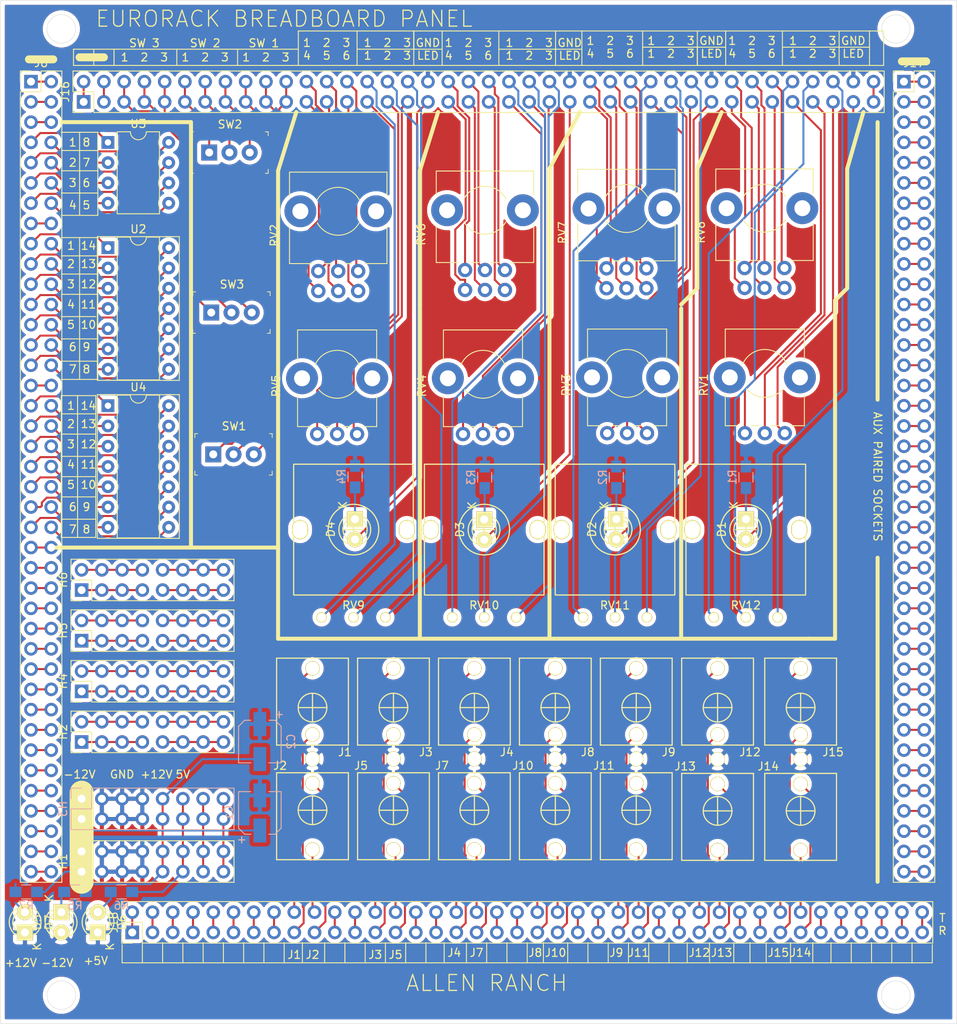
<source format=kicad_pcb>
(kicad_pcb (version 20171130) (host pcbnew "(5.1.6-0)")
  (layers (0 F.Cu signal hide) (31 B.Cu signal hide) (34 B.Paste user) (35 F.Paste user) (36 B.SilkS user) (37 F.SilkS user) (38 B.Mask user) (39 F.Mask user) (44 Edge.Cuts user))
  (net 0 "")
  (net 1 "Net-(H1-Pad11)")
  (net 2 "Net-(H1-Pad13)")
  (net 3 "Net-(H1-Pad15)")
  (net 4 "Net-(H2-Pad1)")
  (net 5 "Net-(H2-Pad2)")
  (net 6 "Net-(H2-Pad10)")
  (net 7 "Net-(J6-Pad1)")
  (net 8 "Net-(J6-Pad3)")
  (net 9 "Net-(J6-Pad5)")
  (net 10 "Net-(J6-Pad7)")
  (net 11 "Net-(J6-Pad8)")
  (net 12 "Net-(J6-Pad9)")
  (net 13 "Net-(J6-Pad10)")
  (net 14 "Net-(J6-Pad11)")
  (net 15 "Net-(J6-Pad12)")
  (net 16 "Net-(J6-Pad13)")
  (net 17 "Net-(J6-Pad14)")
  (net 18 "Net-(J6-Pad15)")
  (net 19 "Net-(J6-Pad17)")
  (net 20 "Net-(J6-Pad18)")
  (net 21 "Net-(J6-Pad19)")
  (net 22 "Net-(J6-Pad20)")
  (net 23 "Net-(J6-Pad21)")
  (net 24 "Net-(J6-Pad22)")
  (net 25 "Net-(J6-Pad23)")
  (net 26 "Net-(J6-Pad24)")
  (net 27 "Net-(J6-Pad25)")
  (net 28 "Net-(J6-Pad26)")
  (net 29 "Net-(J6-Pad27)")
  (net 30 "Net-(J6-Pad28)")
  (net 31 "Net-(J6-Pad29)")
  (net 32 "Net-(J6-Pad30)")
  (net 33 "Net-(J6-Pad31)")
  (net 34 "Net-(J6-Pad33)")
  (net 35 "Net-(J6-Pad34)")
  (net 36 "Net-(J6-Pad35)")
  (net 37 "Net-(J6-Pad36)")
  (net 38 "Net-(J6-Pad37)")
  (net 39 "Net-(J6-Pad38)")
  (net 40 "Net-(J6-Pad39)")
  (net 41 "Net-(J6-Pad40)")
  (net 42 "Net-(J6-Pad41)")
  (net 43 "Net-(J6-Pad42)")
  (net 44 "Net-(J6-Pad43)")
  (net 45 "Net-(J6-Pad44)")
  (net 46 "Net-(J6-Pad45)")
  (net 47 "Net-(J6-Pad46)")
  (net 48 "Net-(J6-Pad47)")
  (net 49 "Net-(J6-Pad49)")
  (net 50 "Net-(J6-Pad51)")
  (net 51 "Net-(J6-Pad53)")
  (net 52 "Net-(J6-Pad55)")
  (net 53 "Net-(J6-Pad57)")
  (net 54 "Net-(J6-Pad59)")
  (net 55 "Net-(J6-Pad61)")
  (net 56 "Net-(J6-Pad63)")
  (net 57 "Net-(J6-Pad65)")
  (net 58 "Net-(J6-Pad67)")
  (net 59 "Net-(J6-Pad69)")
  (net 60 "Net-(J6-Pad71)")
  (net 61 "Net-(J6-Pad73)")
  (net 62 "Net-(J6-Pad75)")
  (net 63 "Net-(J6-Pad77)")
  (net 64 "Net-(J6-Pad79)")
  (net 65 "Net-(J1-Pad3)")
  (net 66 "Net-(J1-Pad2)")
  (net 67 "Net-(J10-Pad3)")
  (net 68 "Net-(J10-Pad2)")
  (net 69 "Net-(J11-Pad3)")
  (net 70 "Net-(J11-Pad2)")
  (net 71 "Net-(D1-Pad2)")
  (net 72 "Net-(D1-Pad1)")
  (net 73 "Net-(D2-Pad2)")
  (net 74 "Net-(D2-Pad1)")
  (net 75 "Net-(D3-Pad2)")
  (net 76 "Net-(D3-Pad1)")
  (net 77 "Net-(D4-Pad2)")
  (net 78 "Net-(D4-Pad1)")
  (net 79 "Net-(J12-Pad3)")
  (net 80 "Net-(J12-Pad2)")
  (net 81 "Net-(J13-Pad3)")
  (net 82 "Net-(J13-Pad2)")
  (net 83 "Net-(J14-Pad3)")
  (net 84 "Net-(J14-Pad2)")
  (net 85 "Net-(J15-Pad3)")
  (net 86 "Net-(J15-Pad2)")
  (net 87 "Net-(J16-Pad1)")
  (net 88 "Net-(J16-Pad3)")
  (net 89 "Net-(J16-Pad5)")
  (net 90 "Net-(J16-Pad7)")
  (net 91 "Net-(J16-Pad10)")
  (net 92 "Net-(J16-Pad11)")
  (net 93 "Net-(J16-Pad13)")
  (net 94 "Net-(J16-Pad15)")
  (net 95 "Net-(J16-Pad17)")
  (net 96 "Net-(J16-Pad19)")
  (net 97 "Net-(J16-Pad21)")
  (net 98 "Net-(J16-Pad23)")
  (net 99 "Net-(J16-Pad24)")
  (net 100 "Net-(J16-Pad25)")
  (net 101 "Net-(J16-Pad26)")
  (net 102 "Net-(J16-Pad27)")
  (net 103 "Net-(J16-Pad28)")
  (net 104 "Net-(J16-Pad29)")
  (net 105 "Net-(J16-Pad30)")
  (net 106 "Net-(J16-Pad31)")
  (net 107 "Net-(J16-Pad32)")
  (net 108 "Net-(J16-Pad33)")
  (net 109 "Net-(J16-Pad34)")
  (net 110 "Net-(J16-Pad37)")
  (net 111 "Net-(J16-Pad38)")
  (net 112 "Net-(J16-Pad39)")
  (net 113 "Net-(J16-Pad40)")
  (net 114 "Net-(J16-Pad41)")
  (net 115 "Net-(J16-Pad42)")
  (net 116 "Net-(J16-Pad43)")
  (net 117 "Net-(J16-Pad44)")
  (net 118 "Net-(J16-Pad45)")
  (net 119 "Net-(J16-Pad46)")
  (net 120 "Net-(J16-Pad47)")
  (net 121 "Net-(J16-Pad48)")
  (net 122 "Net-(J16-Pad51)")
  (net 123 "Net-(J16-Pad52)")
  (net 124 "Net-(J16-Pad53)")
  (net 125 "Net-(J16-Pad54)")
  (net 126 "Net-(J16-Pad55)")
  (net 127 "Net-(J16-Pad56)")
  (net 128 "Net-(J16-Pad57)")
  (net 129 "Net-(J16-Pad58)")
  (net 130 "Net-(J16-Pad59)")
  (net 131 "Net-(J16-Pad60)")
  (net 132 "Net-(J16-Pad61)")
  (net 133 "Net-(J16-Pad62)")
  (net 134 "Net-(J16-Pad65)")
  (net 135 "Net-(J16-Pad66)")
  (net 136 "Net-(J16-Pad67)")
  (net 137 "Net-(J16-Pad68)")
  (net 138 "Net-(J16-Pad69)")
  (net 139 "Net-(J16-Pad70)")
  (net 140 "Net-(J16-Pad71)")
  (net 141 "Net-(J16-Pad72)")
  (net 142 "Net-(J16-Pad73)")
  (net 143 "Net-(J16-Pad74)")
  (net 144 "Net-(J16-Pad75)")
  (net 145 "Net-(J16-Pad76)")
  (net 146 "Net-(J16-Pad79)")
  (net 147 "Net-(H4-Pad1)")
  (net 148 "Net-(H4-Pad2)")
  (net 149 "Net-(H4-Pad10)")
  (net 150 "Net-(J17-Pad1)")
  (net 151 "Net-(J17-Pad3)")
  (net 152 "Net-(J17-Pad5)")
  (net 153 "Net-(J17-Pad7)")
  (net 154 "Net-(J17-Pad10)")
  (net 155 "Net-(J17-Pad11)")
  (net 156 "Net-(J17-Pad13)")
  (net 157 "Net-(J17-Pad15)")
  (net 158 "Net-(J17-Pad17)")
  (net 159 "Net-(J17-Pad19)")
  (net 160 "Net-(J17-Pad21)")
  (net 161 "Net-(J17-Pad23)")
  (net 162 "Net-(J17-Pad25)")
  (net 163 "Net-(J17-Pad27)")
  (net 164 "Net-(J17-Pad29)")
  (net 165 "Net-(J17-Pad31)")
  (net 166 "Net-(J17-Pad33)")
  (net 167 "Net-(J17-Pad35)")
  (net 168 "Net-(J17-Pad37)")
  (net 169 "Net-(J17-Pad39)")
  (net 170 "Net-(J17-Pad41)")
  (net 171 "Net-(J17-Pad43)")
  (net 172 "Net-(J17-Pad45)")
  (net 173 "Net-(J17-Pad47)")
  (net 174 "Net-(J17-Pad49)")
  (net 175 "Net-(J17-Pad51)")
  (net 176 "Net-(J17-Pad53)")
  (net 177 "Net-(J17-Pad55)")
  (net 178 "Net-(J17-Pad57)")
  (net 179 "Net-(J17-Pad59)")
  (net 180 "Net-(J17-Pad61)")
  (net 181 "Net-(J17-Pad63)")
  (net 182 "Net-(J17-Pad65)")
  (net 183 "Net-(J17-Pad67)")
  (net 184 "Net-(J17-Pad69)")
  (net 185 "Net-(J17-Pad71)")
  (net 186 "Net-(J17-Pad73)")
  (net 187 "Net-(J17-Pad75)")
  (net 188 "Net-(J17-Pad77)")
  (net 189 "Net-(J17-Pad79)")
  (net 190 "Net-(J18-Pad1)")
  (net 191 "Net-(J18-Pad3)")
  (net 192 "Net-(J18-Pad5)")
  (net 193 "Net-(J18-Pad7)")
  (net 194 "Net-(J18-Pad10)")
  (net 195 "Net-(J18-Pad11)")
  (net 196 "Net-(J18-Pad13)")
  (net 197 "Net-(J18-Pad15)")
  (net 198 "Net-(J18-Pad19)")
  (net 199 "Net-(J18-Pad20)")
  (net 200 "Net-(J18-Pad21)")
  (net 201 "Net-(J18-Pad23)")
  (net 202 "Net-(J18-Pad25)")
  (net 203 "Net-(J18-Pad26)")
  (net 204 "Net-(J18-Pad27)")
  (net 205 "Net-(J18-Pad28)")
  (net 206 "Net-(J18-Pad29)")
  (net 207 "Net-(J18-Pad31)")
  (net 208 "Net-(J18-Pad33)")
  (net 209 "Net-(J18-Pad34)")
  (net 210 "Net-(J18-Pad35)")
  (net 211 "Net-(J18-Pad36)")
  (net 212 "Net-(J18-Pad37)")
  (net 213 "Net-(J18-Pad39)")
  (net 214 "Net-(J18-Pad41)")
  (net 215 "Net-(J18-Pad42)")
  (net 216 "Net-(J18-Pad45)")
  (net 217 "Net-(J18-Pad47)")
  (net 218 "Net-(J18-Pad49)")
  (net 219 "Net-(J18-Pad50)")
  (net 220 "Net-(J18-Pad53)")
  (net 221 "Net-(J18-Pad55)")
  (net 222 "Net-(J18-Pad61)")
  (net 223 "Net-(J18-Pad63)")
  (net 224 "Net-(J18-Pad69)")
  (net 225 "Net-(J18-Pad71)")
  (net 226 "Net-(J18-Pad73)")
  (net 227 "Net-(J18-Pad75)")
  (net 228 "Net-(J18-Pad77)")
  (net 229 "Net-(J18-Pad79)")
  (net 230 GND)
  (net 231 "Net-(D5-Pad1)")
  (net 232 "Net-(D6-Pad2)")
  (net 233 "Net-(D7-Pad2)")
  (net 234 "Net-(H2-Pad11)")
  (net 235 "Net-(H4-Pad11)")
  (net 236 "Net-(H5-Pad1)")
  (net 237 "Net-(H5-Pad2)")
  (net 238 "Net-(H5-Pad10)")
  (net 239 "Net-(H5-Pad11)")
  (net 240 "Net-(H6-Pad1)")
  (net 241 "Net-(H6-Pad10)")
  (net 242 "Net-(H6-Pad11)")
  (net 243 "Net-(H6-Pad2)")
  (net 244 "Net-(C1-Pad1)")
  (net 245 "Net-(C2-Pad2)")
  (net 246 "Net-(J3-Pad3)")
  (net 247 "Net-(J3-Pad2)")
  (module Pin_Headers:Pin_Header_Straight_2x08_Pitch2.54mm (layer F.Cu) (at 86.614 134.62 90)
    (fp_text reference H1 (at 1.27 -2.33 90) (layer F.SilkS))
    (fp_text value PIN_HEADER_2x8)
    (pad 1 thru_hole rect (at 0 0 90) (size 1.7 1.7) (drill 1) (layers *.Cu *.Mask) (net 244 "Net-(C1-Pad1)"))
    (pad 2 thru_hole oval (at 2.54 0 90) (size 1.7 1.7) (drill 1) (layers *.Cu *.Mask) (net 244 "Net-(C1-Pad1)"))
    (pad 3 thru_hole oval (at 0 2.54 90) (size 1.7 1.7) (drill 1) (layers *.Cu *.Mask) (net 230 GND))
    (pad 4 thru_hole oval (at 2.54 2.54 90) (size 1.7 1.7) (drill 1) (layers *.Cu *.Mask) (net 230 GND))
    (pad 5 thru_hole oval (at 0 5.08 90) (size 1.7 1.7) (drill 1) (layers *.Cu *.Mask) (net 230 GND))
    (pad 6 thru_hole oval (at 2.54 5.08 90) (size 1.7 1.7) (drill 1) (layers *.Cu *.Mask) (net 230 GND))
    (pad 7 thru_hole oval (at 0 7.62 90) (size 1.7 1.7) (drill 1) (layers *.Cu *.Mask) (net 230 GND))
    (pad 8 thru_hole oval (at 2.54 7.62 90) (size 1.7 1.7) (drill 1) (layers *.Cu *.Mask) (net 230 GND))
    (pad 9 thru_hole oval (at 0 10.16 90) (size 1.7 1.7) (drill 1) (layers *.Cu *.Mask) (net 245 "Net-(C2-Pad2)"))
    (pad 10 thru_hole oval (at 2.54 10.16 90) (size 1.7 1.7) (drill 1) (layers *.Cu *.Mask) (net 245 "Net-(C2-Pad2)"))
    (pad 11 thru_hole oval (at 0 12.7 90) (size 1.7 1.7) (drill 1) (layers *.Cu *.Mask) (net 1 "Net-(H1-Pad11)"))
    (pad 12 thru_hole oval (at 2.54 12.7 90) (size 1.7 1.7) (drill 1) (layers *.Cu *.Mask) (net 1 "Net-(H1-Pad11)"))
    (pad 13 thru_hole oval (at 0 15.24 90) (size 1.7 1.7) (drill 1) (layers *.Cu *.Mask) (net 2 "Net-(H1-Pad13)"))
    (pad 14 thru_hole oval (at 2.54 15.24 90) (size 1.7 1.7) (drill 1) (layers *.Cu *.Mask) (net 2 "Net-(H1-Pad13)"))
    (pad 15 thru_hole oval (at 0 17.78 90) (size 1.7 1.7) (drill 1) (layers *.Cu *.Mask) (net 3 "Net-(H1-Pad15)"))
    (pad 16 thru_hole oval (at 2.54 17.78 90) (size 1.7 1.7) (drill 1) (layers *.Cu *.Mask) (net 3 "Net-(H1-Pad15)"))
  )
  (module Pin_Headers:Pin_Header_Straight_2x40_Pitch2.54mm (layer F.Cu) (at 80.264 35.56)
    (fp_text reference J6 (at 1.27 -2.33) (layer F.SilkS))
    (fp_text value Conn_02x40_Top_Bottom_MountingPin)
    (pad 1 thru_hole rect (at 0 0) (size 1.7 1.7) (drill 1) (layers *.Cu *.Mask) (net 7 "Net-(J6-Pad1)"))
    (pad 2 thru_hole oval (at 2.54 0) (size 1.7 1.7) (drill 1) (layers *.Cu *.Mask) (net 7 "Net-(J6-Pad1)"))
    (pad 3 thru_hole oval (at 0 2.54) (size 1.7 1.7) (drill 1) (layers *.Cu *.Mask) (net 8 "Net-(J6-Pad3)"))
    (pad 4 thru_hole oval (at 2.54 2.54) (size 1.7 1.7) (drill 1) (layers *.Cu *.Mask) (net 8 "Net-(J6-Pad3)"))
    (pad 5 thru_hole oval (at 0 5.08) (size 1.7 1.7) (drill 1) (layers *.Cu *.Mask) (net 9 "Net-(J6-Pad5)"))
    (pad 6 thru_hole oval (at 2.54 5.08) (size 1.7 1.7) (drill 1) (layers *.Cu *.Mask) (net 9 "Net-(J6-Pad5)"))
    (pad 7 thru_hole oval (at 0 7.62) (size 1.7 1.7) (drill 1) (layers *.Cu *.Mask) (net 10 "Net-(J6-Pad7)"))
    (pad 8 thru_hole oval (at 2.54 7.62) (size 1.7 1.7) (drill 1) (layers *.Cu *.Mask) (net 11 "Net-(J6-Pad8)"))
    (pad 9 thru_hole oval (at 0 10.16) (size 1.7 1.7) (drill 1) (layers *.Cu *.Mask) (net 12 "Net-(J6-Pad9)"))
    (pad 10 thru_hole oval (at 2.54 10.16) (size 1.7 1.7) (drill 1) (layers *.Cu *.Mask) (net 13 "Net-(J6-Pad10)"))
    (pad 11 thru_hole oval (at 0 12.7) (size 1.7 1.7) (drill 1) (layers *.Cu *.Mask) (net 14 "Net-(J6-Pad11)"))
    (pad 12 thru_hole oval (at 2.54 12.7) (size 1.7 1.7) (drill 1) (layers *.Cu *.Mask) (net 15 "Net-(J6-Pad12)"))
    (pad 13 thru_hole oval (at 0 15.24) (size 1.7 1.7) (drill 1) (layers *.Cu *.Mask) (net 16 "Net-(J6-Pad13)"))
    (pad 14 thru_hole oval (at 2.54 15.24) (size 1.7 1.7) (drill 1) (layers *.Cu *.Mask) (net 17 "Net-(J6-Pad14)"))
    (pad 15 thru_hole oval (at 0 17.78) (size 1.7 1.7) (drill 1) (layers *.Cu *.Mask) (net 18 "Net-(J6-Pad15)"))
    (pad 16 thru_hole oval (at 2.54 17.78) (size 1.7 1.7) (drill 1) (layers *.Cu *.Mask) (net 18 "Net-(J6-Pad15)"))
    (pad 17 thru_hole oval (at 0 20.32) (size 1.7 1.7) (drill 1) (layers *.Cu *.Mask) (net 19 "Net-(J6-Pad17)"))
    (pad 18 thru_hole oval (at 2.54 20.32) (size 1.7 1.7) (drill 1) (layers *.Cu *.Mask) (net 20 "Net-(J6-Pad18)"))
    (pad 19 thru_hole oval (at 0 22.86) (size 1.7 1.7) (drill 1) (layers *.Cu *.Mask) (net 21 "Net-(J6-Pad19)"))
    (pad 20 thru_hole oval (at 2.54 22.86) (size 1.7 1.7) (drill 1) (layers *.Cu *.Mask) (net 22 "Net-(J6-Pad20)"))
    (pad 21 thru_hole oval (at 0 25.4) (size 1.7 1.7) (drill 1) (layers *.Cu *.Mask) (net 23 "Net-(J6-Pad21)"))
    (pad 22 thru_hole oval (at 2.54 25.4) (size 1.7 1.7) (drill 1) (layers *.Cu *.Mask) (net 24 "Net-(J6-Pad22)"))
    (pad 23 thru_hole oval (at 0 27.94) (size 1.7 1.7) (drill 1) (layers *.Cu *.Mask) (net 25 "Net-(J6-Pad23)"))
    (pad 24 thru_hole oval (at 2.54 27.94) (size 1.7 1.7) (drill 1) (layers *.Cu *.Mask) (net 26 "Net-(J6-Pad24)"))
    (pad 25 thru_hole oval (at 0 30.48) (size 1.7 1.7) (drill 1) (layers *.Cu *.Mask) (net 27 "Net-(J6-Pad25)"))
    (pad 26 thru_hole oval (at 2.54 30.48) (size 1.7 1.7) (drill 1) (layers *.Cu *.Mask) (net 28 "Net-(J6-Pad26)"))
    (pad 27 thru_hole oval (at 0 33.02) (size 1.7 1.7) (drill 1) (layers *.Cu *.Mask) (net 29 "Net-(J6-Pad27)"))
    (pad 28 thru_hole oval (at 2.54 33.02) (size 1.7 1.7) (drill 1) (layers *.Cu *.Mask) (net 30 "Net-(J6-Pad28)"))
    (pad 29 thru_hole oval (at 0 35.56) (size 1.7 1.7) (drill 1) (layers *.Cu *.Mask) (net 31 "Net-(J6-Pad29)"))
    (pad 30 thru_hole oval (at 2.54 35.56) (size 1.7 1.7) (drill 1) (layers *.Cu *.Mask) (net 32 "Net-(J6-Pad30)"))
    (pad 31 thru_hole oval (at 0 38.1) (size 1.7 1.7) (drill 1) (layers *.Cu *.Mask) (net 33 "Net-(J6-Pad31)"))
    (pad 32 thru_hole oval (at 2.54 38.1) (size 1.7 1.7) (drill 1) (layers *.Cu *.Mask) (net 33 "Net-(J6-Pad31)"))
    (pad 33 thru_hole oval (at 0 40.64) (size 1.7 1.7) (drill 1) (layers *.Cu *.Mask) (net 34 "Net-(J6-Pad33)"))
    (pad 34 thru_hole oval (at 2.54 40.64) (size 1.7 1.7) (drill 1) (layers *.Cu *.Mask) (net 35 "Net-(J6-Pad34)"))
    (pad 35 thru_hole oval (at 0 43.18) (size 1.7 1.7) (drill 1) (layers *.Cu *.Mask) (net 36 "Net-(J6-Pad35)"))
    (pad 36 thru_hole oval (at 2.54 43.18) (size 1.7 1.7) (drill 1) (layers *.Cu *.Mask) (net 37 "Net-(J6-Pad36)"))
    (pad 37 thru_hole oval (at 0 45.72) (size 1.7 1.7) (drill 1) (layers *.Cu *.Mask) (net 38 "Net-(J6-Pad37)"))
    (pad 38 thru_hole oval (at 2.54 45.72) (size 1.7 1.7) (drill 1) (layers *.Cu *.Mask) (net 39 "Net-(J6-Pad38)"))
    (pad 39 thru_hole oval (at 0 48.26) (size 1.7 1.7) (drill 1) (layers *.Cu *.Mask) (net 40 "Net-(J6-Pad39)"))
    (pad 40 thru_hole oval (at 2.54 48.26) (size 1.7 1.7) (drill 1) (layers *.Cu *.Mask) (net 41 "Net-(J6-Pad40)"))
    (pad 41 thru_hole oval (at 0 50.8) (size 1.7 1.7) (drill 1) (layers *.Cu *.Mask) (net 42 "Net-(J6-Pad41)"))
    (pad 42 thru_hole oval (at 2.54 50.8) (size 1.7 1.7) (drill 1) (layers *.Cu *.Mask) (net 43 "Net-(J6-Pad42)"))
    (pad 43 thru_hole oval (at 0 53.34) (size 1.7 1.7) (drill 1) (layers *.Cu *.Mask) (net 44 "Net-(J6-Pad43)"))
    (pad 44 thru_hole oval (at 2.54 53.34) (size 1.7 1.7) (drill 1) (layers *.Cu *.Mask) (net 45 "Net-(J6-Pad44)"))
    (pad 45 thru_hole oval (at 0 55.88) (size 1.7 1.7) (drill 1) (layers *.Cu *.Mask) (net 46 "Net-(J6-Pad45)"))
    (pad 46 thru_hole oval (at 2.54 55.88) (size 1.7 1.7) (drill 1) (layers *.Cu *.Mask) (net 47 "Net-(J6-Pad46)"))
    (pad 47 thru_hole oval (at 0 58.42) (size 1.7 1.7) (drill 1) (layers *.Cu *.Mask) (net 48 "Net-(J6-Pad47)"))
    (pad 48 thru_hole oval (at 2.54 58.42) (size 1.7 1.7) (drill 1) (layers *.Cu *.Mask) (net 48 "Net-(J6-Pad47)"))
    (pad 49 thru_hole oval (at 0 60.96) (size 1.7 1.7) (drill 1) (layers *.Cu *.Mask) (net 49 "Net-(J6-Pad49)"))
    (pad 50 thru_hole oval (at 2.54 60.96) (size 1.7 1.7) (drill 1) (layers *.Cu *.Mask) (net 49 "Net-(J6-Pad49)"))
    (pad 51 thru_hole oval (at 0 63.5) (size 1.7 1.7) (drill 1) (layers *.Cu *.Mask) (net 50 "Net-(J6-Pad51)"))
    (pad 52 thru_hole oval (at 2.54 63.5) (size 1.7 1.7) (drill 1) (layers *.Cu *.Mask) (net 50 "Net-(J6-Pad51)"))
    (pad 53 thru_hole oval (at 0 66.04) (size 1.7 1.7) (drill 1) (layers *.Cu *.Mask) (net 51 "Net-(J6-Pad53)"))
    (pad 54 thru_hole oval (at 2.54 66.04) (size 1.7 1.7) (drill 1) (layers *.Cu *.Mask) (net 51 "Net-(J6-Pad53)"))
    (pad 55 thru_hole oval (at 0 68.58) (size 1.7 1.7) (drill 1) (layers *.Cu *.Mask) (net 52 "Net-(J6-Pad55)"))
    (pad 56 thru_hole oval (at 2.54 68.58) (size 1.7 1.7) (drill 1) (layers *.Cu *.Mask) (net 52 "Net-(J6-Pad55)"))
    (pad 57 thru_hole oval (at 0 71.12) (size 1.7 1.7) (drill 1) (layers *.Cu *.Mask) (net 53 "Net-(J6-Pad57)"))
    (pad 58 thru_hole oval (at 2.54 71.12) (size 1.7 1.7) (drill 1) (layers *.Cu *.Mask) (net 53 "Net-(J6-Pad57)"))
    (pad 59 thru_hole oval (at 0 73.66) (size 1.7 1.7) (drill 1) (layers *.Cu *.Mask) (net 54 "Net-(J6-Pad59)"))
    (pad 60 thru_hole oval (at 2.54 73.66) (size 1.7 1.7) (drill 1) (layers *.Cu *.Mask) (net 54 "Net-(J6-Pad59)"))
    (pad 61 thru_hole oval (at 0 76.2) (size 1.7 1.7) (drill 1) (layers *.Cu *.Mask) (net 55 "Net-(J6-Pad61)"))
    (pad 62 thru_hole oval (at 2.54 76.2) (size 1.7 1.7) (drill 1) (layers *.Cu *.Mask) (net 55 "Net-(J6-Pad61)"))
    (pad 63 thru_hole oval (at 0 78.74) (size 1.7 1.7) (drill 1) (layers *.Cu *.Mask) (net 56 "Net-(J6-Pad63)"))
    (pad 64 thru_hole oval (at 2.54 78.74) (size 1.7 1.7) (drill 1) (layers *.Cu *.Mask) (net 56 "Net-(J6-Pad63)"))
    (pad 65 thru_hole oval (at 0 81.28) (size 1.7 1.7) (drill 1) (layers *.Cu *.Mask) (net 57 "Net-(J6-Pad65)"))
    (pad 66 thru_hole oval (at 2.54 81.28) (size 1.7 1.7) (drill 1) (layers *.Cu *.Mask) (net 57 "Net-(J6-Pad65)"))
    (pad 67 thru_hole oval (at 0 83.82) (size 1.7 1.7) (drill 1) (layers *.Cu *.Mask) (net 58 "Net-(J6-Pad67)"))
    (pad 68 thru_hole oval (at 2.54 83.82) (size 1.7 1.7) (drill 1) (layers *.Cu *.Mask) (net 58 "Net-(J6-Pad67)"))
    (pad 69 thru_hole oval (at 0 86.36) (size 1.7 1.7) (drill 1) (layers *.Cu *.Mask) (net 59 "Net-(J6-Pad69)"))
    (pad 70 thru_hole oval (at 2.54 86.36) (size 1.7 1.7) (drill 1) (layers *.Cu *.Mask) (net 59 "Net-(J6-Pad69)"))
    (pad 71 thru_hole oval (at 0 88.9) (size 1.7 1.7) (drill 1) (layers *.Cu *.Mask) (net 60 "Net-(J6-Pad71)"))
    (pad 72 thru_hole oval (at 2.54 88.9) (size 1.7 1.7) (drill 1) (layers *.Cu *.Mask) (net 60 "Net-(J6-Pad71)"))
    (pad 73 thru_hole oval (at 0 91.44) (size 1.7 1.7) (drill 1) (layers *.Cu *.Mask) (net 61 "Net-(J6-Pad73)"))
    (pad 74 thru_hole oval (at 2.54 91.44) (size 1.7 1.7) (drill 1) (layers *.Cu *.Mask) (net 61 "Net-(J6-Pad73)"))
    (pad 75 thru_hole oval (at 0 93.98) (size 1.7 1.7) (drill 1) (layers *.Cu *.Mask) (net 62 "Net-(J6-Pad75)"))
    (pad 76 thru_hole oval (at 2.54 93.98) (size 1.7 1.7) (drill 1) (layers *.Cu *.Mask) (net 62 "Net-(J6-Pad75)"))
    (pad 77 thru_hole oval (at 0 96.52) (size 1.7 1.7) (drill 1) (layers *.Cu *.Mask) (net 63 "Net-(J6-Pad77)"))
    (pad 78 thru_hole oval (at 2.54 96.52) (size 1.7 1.7) (drill 1) (layers *.Cu *.Mask) (net 63 "Net-(J6-Pad77)"))
    (pad 79 thru_hole oval (at 0 99.06) (size 1.7 1.7) (drill 1) (layers *.Cu *.Mask) (net 64 "Net-(J6-Pad79)"))
    (pad 80 thru_hole oval (at 2.54 99.06) (size 1.7 1.7) (drill 1) (layers *.Cu *.Mask) (net 64 "Net-(J6-Pad79)"))
  )
  (module Potentiometers:Potentiometer_Alps_RK09K_Horizontal (layer F.Cu) (at 174.794 79.644 90)
    (fp_text reference RV1 (at 6.05 -10.15 90) (layer F.SilkS))
    (fp_text value R_POT)
    (pad 3 thru_hole circle (at 0 -5 90) (size 1.8 1.8) (drill 1) (layers *.Cu *.Mask) (net 140 "Net-(J16-Pad71)"))
    (pad 2 thru_hole circle (at 0 -2.5 90) (size 1.8 1.8) (drill 1) (layers *.Cu *.Mask) (net 142 "Net-(J16-Pad73)"))
    (pad 1 thru_hole circle (at 0 0 90) (size 1.8 1.8) (drill 1) (layers *.Cu *.Mask) (net 144 "Net-(J16-Pad75)"))
    (pad 0 np_thru_hole circle (at 7 -6.9 90) (size 4 4) (drill 2) (layers *.Cu *.Mask))
    (pad 0 np_thru_hole circle (at 7 1.9 90) (size 4 4) (drill 2) (layers *.Cu *.Mask))
  )
  (module Potentiometers:Potentiometer_Alps_RK09L_Double_Horizontal (layer F.Cu) (at 121.296 59.316 90)
    (fp_text reference RV2 (at 4.475 -10.5 90) (layer F.SilkS))
    (fp_text value R_POT_Dual)
    (pad 3 thru_hole circle (at 0 -5 90) (size 1.8 1.8) (drill 1) (layers *.Cu *.Mask) (net 99 "Net-(J16-Pad24)"))
    (pad 2 thru_hole circle (at 0 -2.5 90) (size 1.8 1.8) (drill 1) (layers *.Cu *.Mask) (net 101 "Net-(J16-Pad26)"))
    (pad 1 thru_hole circle (at 0 0 90) (size 1.8 1.8) (drill 1) (layers *.Cu *.Mask) (net 103 "Net-(J16-Pad28)"))
    (pad 6 thru_hole circle (at -2.5 -5 90) (size 1.8 1.8) (drill 1) (layers *.Cu *.Mask) (net 98 "Net-(J16-Pad23)"))
    (pad 5 thru_hole circle (at -2.5 -2.5 90) (size 1.8 1.8) (drill 1) (layers *.Cu *.Mask) (net 100 "Net-(J16-Pad25)"))
    (pad 4 thru_hole circle (at -2.5 0 90) (size 1.8 1.8) (drill 1) (layers *.Cu *.Mask) (net 102 "Net-(J16-Pad27)"))
    (pad 0 np_thru_hole circle (at 7.5 -7.25 90) (size 4 4) (drill 2) (layers *.Cu *.Mask))
    (pad 0 np_thru_hole circle (at 7.5 2.25 90) (size 4 4) (drill 2) (layers *.Cu *.Mask))
  )
  (module Potentiometers:Potentiometer_Alps_RK09K_Horizontal (layer F.Cu) (at 157.522 79.644 90)
    (fp_text reference RV3 (at 6.05 -10.15 90) (layer F.SilkS))
    (fp_text value R_POT)
    (pad 3 thru_hole circle (at 0 -5 90) (size 1.8 1.8) (drill 1) (layers *.Cu *.Mask) (net 128 "Net-(J16-Pad57)"))
    (pad 2 thru_hole circle (at 0 -2.5 90) (size 1.8 1.8) (drill 1) (layers *.Cu *.Mask) (net 130 "Net-(J16-Pad59)"))
    (pad 1 thru_hole circle (at 0 0 90) (size 1.8 1.8) (drill 1) (layers *.Cu *.Mask) (net 132 "Net-(J16-Pad61)"))
    (pad 0 np_thru_hole circle (at 7 -6.9 90) (size 4 4) (drill 2) (layers *.Cu *.Mask))
    (pad 0 np_thru_hole circle (at 7 1.9 90) (size 4 4) (drill 2) (layers *.Cu *.Mask))
  )
  (module Potentiometers:Potentiometer_Alps_RK09K_Horizontal (layer F.Cu) (at 139.446 79.756 90)
    (fp_text reference RV4 (at 6.05 -10.15 90) (layer F.SilkS))
    (fp_text value R_POT)
    (pad 3 thru_hole circle (at 0 -5 90) (size 1.8 1.8) (drill 1) (layers *.Cu *.Mask) (net 116 "Net-(J16-Pad43)"))
    (pad 2 thru_hole circle (at 0 -2.5 90) (size 1.8 1.8) (drill 1) (layers *.Cu *.Mask) (net 118 "Net-(J16-Pad45)"))
    (pad 1 thru_hole circle (at 0 0 90) (size 1.8 1.8) (drill 1) (layers *.Cu *.Mask) (net 120 "Net-(J16-Pad47)"))
    (pad 0 np_thru_hole circle (at 7 -6.9 90) (size 4 4) (drill 2) (layers *.Cu *.Mask))
    (pad 0 np_thru_hole circle (at 7 1.9 90) (size 4 4) (drill 2) (layers *.Cu *.Mask))
  )
  (module Potentiometers:Potentiometer_Alps_RK09K_Horizontal (layer F.Cu) (at 121.158 79.756 90)
    (fp_text reference RV5 (at 6.05 -10.15 90) (layer F.SilkS))
    (fp_text value R_POT)
    (pad 3 thru_hole circle (at 0 -5 90) (size 1.8 1.8) (drill 1) (layers *.Cu *.Mask) (net 104 "Net-(J16-Pad29)"))
    (pad 2 thru_hole circle (at 0 -2.5 90) (size 1.8 1.8) (drill 1) (layers *.Cu *.Mask) (net 106 "Net-(J16-Pad31)"))
    (pad 1 thru_hole circle (at 0 0 90) (size 1.8 1.8) (drill 1) (layers *.Cu *.Mask) (net 108 "Net-(J16-Pad33)"))
    (pad 0 np_thru_hole circle (at 7 -6.9 90) (size 4 4) (drill 2) (layers *.Cu *.Mask))
    (pad 0 np_thru_hole circle (at 7 1.9 90) (size 4 4) (drill 2) (layers *.Cu *.Mask))
  )
  (module Potentiometers:Potentiometer_Alps_RK09L_Double_Horizontal (layer F.Cu) (at 139.7 59.182 90)
    (fp_text reference RV6 (at 4.475 -10.5 90) (layer F.SilkS))
    (fp_text value R_POT_Dual)
    (pad 3 thru_hole circle (at 0 -5 90) (size 1.8 1.8) (drill 1) (layers *.Cu *.Mask) (net 111 "Net-(J16-Pad38)"))
    (pad 2 thru_hole circle (at 0 -2.5 90) (size 1.8 1.8) (drill 1) (layers *.Cu *.Mask) (net 113 "Net-(J16-Pad40)"))
    (pad 1 thru_hole circle (at 0 0 90) (size 1.8 1.8) (drill 1) (layers *.Cu *.Mask) (net 115 "Net-(J16-Pad42)"))
    (pad 6 thru_hole circle (at -2.5 -5 90) (size 1.8 1.8) (drill 1) (layers *.Cu *.Mask) (net 110 "Net-(J16-Pad37)"))
    (pad 5 thru_hole circle (at -2.5 -2.5 90) (size 1.8 1.8) (drill 1) (layers *.Cu *.Mask) (net 112 "Net-(J16-Pad39)"))
    (pad 4 thru_hole circle (at -2.5 0 90) (size 1.8 1.8) (drill 1) (layers *.Cu *.Mask) (net 114 "Net-(J16-Pad41)"))
    (pad 0 np_thru_hole circle (at 7.5 -7.25 90) (size 4 4) (drill 2) (layers *.Cu *.Mask))
    (pad 0 np_thru_hole circle (at 7.5 2.25 90) (size 4 4) (drill 2) (layers *.Cu *.Mask))
  )
  (module Potentiometers:Potentiometer_Alps_RK09L_Double_Horizontal (layer F.Cu) (at 174.752 58.928 90)
    (fp_text reference RV8 (at 4.475 -10.5 90) (layer F.SilkS))
    (fp_text value R_POT_Dual)
    (pad 3 thru_hole circle (at 0 -5 90) (size 1.8 1.8) (drill 1) (layers *.Cu *.Mask) (net 135 "Net-(J16-Pad66)"))
    (pad 2 thru_hole circle (at 0 -2.5 90) (size 1.8 1.8) (drill 1) (layers *.Cu *.Mask) (net 137 "Net-(J16-Pad68)"))
    (pad 1 thru_hole circle (at 0 0 90) (size 1.8 1.8) (drill 1) (layers *.Cu *.Mask) (net 139 "Net-(J16-Pad70)"))
    (pad 6 thru_hole circle (at -2.5 -5 90) (size 1.8 1.8) (drill 1) (layers *.Cu *.Mask) (net 134 "Net-(J16-Pad65)"))
    (pad 5 thru_hole circle (at -2.5 -2.5 90) (size 1.8 1.8) (drill 1) (layers *.Cu *.Mask) (net 136 "Net-(J16-Pad67)"))
    (pad 4 thru_hole circle (at -2.5 0 90) (size 1.8 1.8) (drill 1) (layers *.Cu *.Mask) (net 138 "Net-(J16-Pad69)"))
    (pad 0 np_thru_hole circle (at 7.5 -7.25 90) (size 4 4) (drill 2) (layers *.Cu *.Mask))
    (pad 0 np_thru_hole circle (at 7.5 2.25 90) (size 4 4) (drill 2) (layers *.Cu *.Mask))
  )
  (module Eurocad:PJ301M-12 (layer F.Cu) (at 115.57 114.046)
    (fp_text reference J1 (at 4.064 5.588) (layer F.SilkS))
    (fp_text value PJ301M-12)
    (pad 3 thru_hole circle (at 0 -4.92) (size 1.8 1.8) (drill 1.6) (layers *.Cu *.Mask F.SilkS) (net 65 "Net-(J1-Pad3)"))
    (pad 1 thru_hole circle (at 0 6.48) (size 1.8 1.8) (drill 1.6) (layers *.Cu *.Mask F.SilkS) (net 230 GND))
    (pad 2 thru_hole circle (at 0 3.38) (size 1.8 1.8) (drill 1.6) (layers *.Cu *.Mask F.SilkS) (net 66 "Net-(J1-Pad2)"))
  )
  (module Eurocad:PJ301M-12 (layer F.Cu) (at 115.57 126.918 180)
    (fp_text reference J2 (at 4.064 5.588) (layer F.SilkS))
    (fp_text value PJ301M-12)
    (pad 3 thru_hole circle (at 0 -4.92 180) (size 1.8 1.8) (drill 1.6) (layers *.Cu *.Mask F.SilkS) (net 199 "Net-(J18-Pad20)"))
    (pad 1 thru_hole circle (at 0 6.48 180) (size 1.8 1.8) (drill 1.6) (layers *.Cu *.Mask F.SilkS) (net 230 GND))
    (pad 2 thru_hole circle (at 0 3.38 180) (size 1.8 1.8) (drill 1.6) (layers *.Cu *.Mask F.SilkS) (net 198 "Net-(J18-Pad19)"))
  )
  (module Eurocad:PJ301M-12 (layer F.Cu) (at 125.72 114.046)
    (fp_text reference J3 (at 4.064 5.588) (layer F.SilkS))
    (fp_text value PJ301M-12)
    (pad 3 thru_hole circle (at 0 -4.92) (size 1.8 1.8) (drill 1.6) (layers *.Cu *.Mask F.SilkS) (net 246 "Net-(J3-Pad3)"))
    (pad 1 thru_hole circle (at 0 6.48) (size 1.8 1.8) (drill 1.6) (layers *.Cu *.Mask F.SilkS) (net 230 GND))
    (pad 2 thru_hole circle (at 0 3.38) (size 1.8 1.8) (drill 1.6) (layers *.Cu *.Mask F.SilkS) (net 247 "Net-(J3-Pad2)"))
  )
  (module Eurocad:PJ301M-12 (layer F.Cu) (at 135.87 114.046)
    (fp_text reference J4 (at 4.064 5.588) (layer F.SilkS))
    (fp_text value PJ301M-12)
    (pad 3 thru_hole circle (at 0 -4.92) (size 1.8 1.8) (drill 1.6) (layers *.Cu *.Mask F.SilkS) (net 209 "Net-(J18-Pad34)"))
    (pad 1 thru_hole circle (at 0 6.48) (size 1.8 1.8) (drill 1.6) (layers *.Cu *.Mask F.SilkS) (net 230 GND))
    (pad 2 thru_hole circle (at 0 3.38) (size 1.8 1.8) (drill 1.6) (layers *.Cu *.Mask F.SilkS) (net 208 "Net-(J18-Pad33)"))
  )
  (module Eurocad:PJ301M-12 (layer F.Cu) (at 125.72 126.918 180)
    (fp_text reference J5 (at 4.064 5.588) (layer F.SilkS))
    (fp_text value PJ301M-12)
    (pad 3 thru_hole circle (at 0 -4.92 180) (size 1.8 1.8) (drill 1.6) (layers *.Cu *.Mask F.SilkS) (net 205 "Net-(J18-Pad28)"))
    (pad 1 thru_hole circle (at 0 6.48 180) (size 1.8 1.8) (drill 1.6) (layers *.Cu *.Mask F.SilkS) (net 230 GND))
    (pad 2 thru_hole circle (at 0 3.38 180) (size 1.8 1.8) (drill 1.6) (layers *.Cu *.Mask F.SilkS) (net 204 "Net-(J18-Pad27)"))
  )
  (module Eurocad:PJ301M-12 (layer F.Cu) (at 135.87 126.918 180)
    (fp_text reference J7 (at 4.064 5.588) (layer F.SilkS))
    (fp_text value PJ301M-12)
    (pad 3 thru_hole circle (at 0 -4.92 180) (size 1.8 1.8) (drill 1.6) (layers *.Cu *.Mask F.SilkS) (net 211 "Net-(J18-Pad36)"))
    (pad 1 thru_hole circle (at 0 6.48 180) (size 1.8 1.8) (drill 1.6) (layers *.Cu *.Mask F.SilkS) (net 230 GND))
    (pad 2 thru_hole circle (at 0 3.38 180) (size 1.8 1.8) (drill 1.6) (layers *.Cu *.Mask F.SilkS) (net 210 "Net-(J18-Pad35)"))
  )
  (module Eurocad:PJ301M-12 (layer F.Cu) (at 146.02 114.046)
    (fp_text reference J8 (at 4.064 5.588) (layer F.SilkS))
    (fp_text value PJ301M-12)
    (pad 3 thru_hole circle (at 0 -4.92) (size 1.8 1.8) (drill 1.6) (layers *.Cu *.Mask F.SilkS) (net 215 "Net-(J18-Pad42)"))
    (pad 1 thru_hole circle (at 0 6.48) (size 1.8 1.8) (drill 1.6) (layers *.Cu *.Mask F.SilkS) (net 230 GND))
    (pad 2 thru_hole circle (at 0 3.38) (size 1.8 1.8) (drill 1.6) (layers *.Cu *.Mask F.SilkS) (net 214 "Net-(J18-Pad41)"))
  )
  (module Eurocad:PJ301M-12 (layer F.Cu) (at 156.17 114.046)
    (fp_text reference J9 (at 4.064 5.588) (layer F.SilkS))
    (fp_text value PJ301M-12)
    (pad 3 thru_hole circle (at 0 -4.92) (size 1.8 1.8) (drill 1.6) (layers *.Cu *.Mask F.SilkS) (net 219 "Net-(J18-Pad50)"))
    (pad 1 thru_hole circle (at 0 6.48) (size 1.8 1.8) (drill 1.6) (layers *.Cu *.Mask F.SilkS) (net 230 GND))
    (pad 2 thru_hole circle (at 0 3.38) (size 1.8 1.8) (drill 1.6) (layers *.Cu *.Mask F.SilkS) (net 218 "Net-(J18-Pad49)"))
  )
  (module Eurocad:PJ301M-12 (layer F.Cu) (at 146.02 126.918 180)
    (fp_text reference J10 (at 4.064 5.588) (layer F.SilkS))
    (fp_text value PJ301M-12)
    (pad 3 thru_hole circle (at 0 -4.92 180) (size 1.8 1.8) (drill 1.6) (layers *.Cu *.Mask F.SilkS) (net 67 "Net-(J10-Pad3)"))
    (pad 1 thru_hole circle (at 0 6.48 180) (size 1.8 1.8) (drill 1.6) (layers *.Cu *.Mask F.SilkS) (net 230 GND))
    (pad 2 thru_hole circle (at 0 3.38 180) (size 1.8 1.8) (drill 1.6) (layers *.Cu *.Mask F.SilkS) (net 68 "Net-(J10-Pad2)"))
  )
  (module Eurocad:PJ301M-12 (layer F.Cu) (at 156.17 126.918 180)
    (fp_text reference J11 (at 4.064 5.588) (layer F.SilkS))
    (fp_text value PJ301M-12)
    (pad 3 thru_hole circle (at 0 -4.92 180) (size 1.8 1.8) (drill 1.6) (layers *.Cu *.Mask F.SilkS) (net 69 "Net-(J11-Pad3)"))
    (pad 1 thru_hole circle (at 0 6.48 180) (size 1.8 1.8) (drill 1.6) (layers *.Cu *.Mask F.SilkS) (net 230 GND))
    (pad 2 thru_hole circle (at 0 3.38 180) (size 1.8 1.8) (drill 1.6) (layers *.Cu *.Mask F.SilkS) (net 70 "Net-(J11-Pad2)"))
  )
  (module Eurocad:LED3mm (layer F.Cu) (at 169.926 91.694 270)
    (fp_text reference D1 (at 0 3.048 90) (layer F.SilkS))
    (fp_text value LED)
    (fp_text user K (at -3.048 1.524 90) (layer F.SilkS))
    (pad 2 thru_hole circle (at 1.27 0 270) (size 2 2) (drill 1.00076) (layers *.Cu *.Mask F.SilkS) (net 71 "Net-(D1-Pad2)"))
    (pad 1 thru_hole rect (at -1.27 0) (size 2 2) (drill 1.00076) (layers *.Cu *.Mask F.SilkS) (net 72 "Net-(D1-Pad1)"))
  )
  (module Eurocad:LED3mm (layer F.Cu) (at 153.67 91.694 270)
    (fp_text reference D2 (at 0 3.048 90) (layer F.SilkS))
    (fp_text value LED)
    (fp_text user K (at -3.048 1.524 90) (layer F.SilkS))
    (pad 2 thru_hole circle (at 1.27 0 270) (size 2 2) (drill 1.00076) (layers *.Cu *.Mask F.SilkS) (net 73 "Net-(D2-Pad2)"))
    (pad 1 thru_hole rect (at -1.27 0) (size 2 2) (drill 1.00076) (layers *.Cu *.Mask F.SilkS) (net 74 "Net-(D2-Pad1)"))
  )
  (module Eurocad:LED3mm (layer F.Cu) (at 137.106999 91.73 270)
    (fp_text reference D3 (at 0 3.048 90) (layer F.SilkS))
    (fp_text value LED)
    (fp_text user K (at -3.048 1.524 90) (layer F.SilkS))
    (pad 2 thru_hole circle (at 1.27 0 270) (size 2 2) (drill 1.00076) (layers *.Cu *.Mask F.SilkS) (net 75 "Net-(D3-Pad2)"))
    (pad 1 thru_hole rect (at -1.27 0) (size 2 2) (drill 1.00076) (layers *.Cu *.Mask F.SilkS) (net 76 "Net-(D3-Pad1)"))
  )
  (module Eurocad:LED3mm (layer F.Cu) (at 120.904 91.694 270)
    (fp_text reference D4 (at 0 3.048 90) (layer F.SilkS))
    (fp_text value LED)
    (fp_text user K (at -3.048 1.524 90) (layer F.SilkS))
    (pad 2 thru_hole circle (at 1.27 0 270) (size 2 2) (drill 1.00076) (layers *.Cu *.Mask F.SilkS) (net 77 "Net-(D4-Pad2)"))
    (pad 1 thru_hole rect (at -1.27 0) (size 2 2) (drill 1.00076) (layers *.Cu *.Mask F.SilkS) (net 78 "Net-(D4-Pad1)"))
  )
  (module Eurocad:PJ301M-12 (layer F.Cu) (at 166.37 114.046)
    (fp_text reference J12 (at 4.064 5.588) (layer F.SilkS))
    (fp_text value PJ301M-12)
    (pad 3 thru_hole circle (at 0 -4.92) (size 1.8 1.8) (drill 1.6) (layers *.Cu *.Mask F.SilkS) (net 79 "Net-(J12-Pad3)"))
    (pad 1 thru_hole circle (at 0 6.48) (size 1.8 1.8) (drill 1.6) (layers *.Cu *.Mask F.SilkS) (net 230 GND))
    (pad 2 thru_hole circle (at 0 3.38) (size 1.8 1.8) (drill 1.6) (layers *.Cu *.Mask F.SilkS) (net 80 "Net-(J12-Pad2)"))
  )
  (module Eurocad:PJ301M-12 (layer F.Cu) (at 166.37 127 180)
    (fp_text reference J13 (at 4.064 5.588) (layer F.SilkS))
    (fp_text value PJ301M-12)
    (pad 3 thru_hole circle (at 0 -4.92 180) (size 1.8 1.8) (drill 1.6) (layers *.Cu *.Mask F.SilkS) (net 81 "Net-(J13-Pad3)"))
    (pad 1 thru_hole circle (at 0 6.48 180) (size 1.8 1.8) (drill 1.6) (layers *.Cu *.Mask F.SilkS) (net 230 GND))
    (pad 2 thru_hole circle (at 0 3.38 180) (size 1.8 1.8) (drill 1.6) (layers *.Cu *.Mask F.SilkS) (net 82 "Net-(J13-Pad2)"))
  )
  (module Eurocad:PJ301M-12 (layer F.Cu) (at 176.784 127 180)
    (fp_text reference J14 (at 4.064 5.588) (layer F.SilkS))
    (fp_text value PJ301M-12)
    (pad 3 thru_hole circle (at 0 -4.92 180) (size 1.8 1.8) (drill 1.6) (layers *.Cu *.Mask F.SilkS) (net 83 "Net-(J14-Pad3)"))
    (pad 1 thru_hole circle (at 0 6.48 180) (size 1.8 1.8) (drill 1.6) (layers *.Cu *.Mask F.SilkS) (net 230 GND))
    (pad 2 thru_hole circle (at 0 3.38 180) (size 1.8 1.8) (drill 1.6) (layers *.Cu *.Mask F.SilkS) (net 84 "Net-(J14-Pad2)"))
  )
  (module Eurocad:PJ301M-12 (layer F.Cu) (at 176.784 114.046)
    (fp_text reference J15 (at 4.064 5.588) (layer F.SilkS))
    (fp_text value PJ301M-12)
    (pad 3 thru_hole circle (at 0 -4.92) (size 1.8 1.8) (drill 1.6) (layers *.Cu *.Mask F.SilkS) (net 85 "Net-(J15-Pad3)"))
    (pad 1 thru_hole circle (at 0 6.48) (size 1.8 1.8) (drill 1.6) (layers *.Cu *.Mask F.SilkS) (net 230 GND))
    (pad 2 thru_hole circle (at 0 3.38) (size 1.8 1.8) (drill 1.6) (layers *.Cu *.Mask F.SilkS) (net 86 "Net-(J15-Pad2)"))
  )
  (module Pin_Headers:Pin_Header_Straight_2x40_Pitch2.54mm (layer F.Cu) (at 86.868 38.1 90)
    (fp_text reference J16 (at 1.27 -2.33 90) (layer F.SilkS))
    (fp_text value Conn_02x40_Top_Bottom_MountingPin)
    (pad 1 thru_hole rect (at 0 0 90) (size 1.7 1.7) (drill 1) (layers *.Cu *.Mask) (net 87 "Net-(J16-Pad1)"))
    (pad 2 thru_hole oval (at 2.54 0 90) (size 1.7 1.7) (drill 1) (layers *.Cu *.Mask) (net 87 "Net-(J16-Pad1)"))
    (pad 3 thru_hole oval (at 0 2.54 90) (size 1.7 1.7) (drill 1) (layers *.Cu *.Mask) (net 88 "Net-(J16-Pad3)"))
    (pad 4 thru_hole oval (at 2.54 2.54 90) (size 1.7 1.7) (drill 1) (layers *.Cu *.Mask) (net 88 "Net-(J16-Pad3)"))
    (pad 5 thru_hole oval (at 0 5.08 90) (size 1.7 1.7) (drill 1) (layers *.Cu *.Mask) (net 89 "Net-(J16-Pad5)"))
    (pad 6 thru_hole oval (at 2.54 5.08 90) (size 1.7 1.7) (drill 1) (layers *.Cu *.Mask) (net 89 "Net-(J16-Pad5)"))
    (pad 7 thru_hole oval (at 0 7.62 90) (size 1.7 1.7) (drill 1) (layers *.Cu *.Mask) (net 90 "Net-(J16-Pad7)"))
    (pad 8 thru_hole oval (at 2.54 7.62 90) (size 1.7 1.7) (drill 1) (layers *.Cu *.Mask) (net 90 "Net-(J16-Pad7)"))
    (pad 9 thru_hole oval (at 0 10.16 90) (size 1.7 1.7) (drill 1) (layers *.Cu *.Mask) (net 91 "Net-(J16-Pad10)"))
    (pad 10 thru_hole oval (at 2.54 10.16 90) (size 1.7 1.7) (drill 1) (layers *.Cu *.Mask) (net 91 "Net-(J16-Pad10)"))
    (pad 11 thru_hole oval (at 0 12.7 90) (size 1.7 1.7) (drill 1) (layers *.Cu *.Mask) (net 92 "Net-(J16-Pad11)"))
    (pad 12 thru_hole oval (at 2.54 12.7 90) (size 1.7 1.7) (drill 1) (layers *.Cu *.Mask) (net 92 "Net-(J16-Pad11)"))
    (pad 13 thru_hole oval (at 0 15.24 90) (size 1.7 1.7) (drill 1) (layers *.Cu *.Mask) (net 93 "Net-(J16-Pad13)"))
    (pad 14 thru_hole oval (at 2.54 15.24 90) (size 1.7 1.7) (drill 1) (layers *.Cu *.Mask) (net 93 "Net-(J16-Pad13)"))
    (pad 15 thru_hole oval (at 0 17.78 90) (size 1.7 1.7) (drill 1) (layers *.Cu *.Mask) (net 94 "Net-(J16-Pad15)"))
    (pad 16 thru_hole oval (at 2.54 17.78 90) (size 1.7 1.7) (drill 1) (layers *.Cu *.Mask) (net 94 "Net-(J16-Pad15)"))
    (pad 17 thru_hole oval (at 0 20.32 90) (size 1.7 1.7) (drill 1) (layers *.Cu *.Mask) (net 95 "Net-(J16-Pad17)"))
    (pad 18 thru_hole oval (at 2.54 20.32 90) (size 1.7 1.7) (drill 1) (layers *.Cu *.Mask) (net 95 "Net-(J16-Pad17)"))
    (pad 19 thru_hole oval (at 0 22.86 90) (size 1.7 1.7) (drill 1) (layers *.Cu *.Mask) (net 96 "Net-(J16-Pad19)"))
    (pad 20 thru_hole oval (at 2.54 22.86 90) (size 1.7 1.7) (drill 1) (layers *.Cu *.Mask) (net 96 "Net-(J16-Pad19)"))
    (pad 21 thru_hole oval (at 0 25.4 90) (size 1.7 1.7) (drill 1) (layers *.Cu *.Mask) (net 97 "Net-(J16-Pad21)"))
    (pad 22 thru_hole oval (at 2.54 25.4 90) (size 1.7 1.7) (drill 1) (layers *.Cu *.Mask) (net 97 "Net-(J16-Pad21)"))
    (pad 23 thru_hole oval (at 0 27.94 90) (size 1.7 1.7) (drill 1) (layers *.Cu *.Mask) (net 98 "Net-(J16-Pad23)"))
    (pad 24 thru_hole oval (at 2.54 27.94 90) (size 1.7 1.7) (drill 1) (layers *.Cu *.Mask) (net 99 "Net-(J16-Pad24)"))
    (pad 25 thru_hole oval (at 0 30.48 90) (size 1.7 1.7) (drill 1) (layers *.Cu *.Mask) (net 100 "Net-(J16-Pad25)"))
    (pad 26 thru_hole oval (at 2.54 30.48 90) (size 1.7 1.7) (drill 1) (layers *.Cu *.Mask) (net 101 "Net-(J16-Pad26)"))
    (pad 27 thru_hole oval (at 0 33.02 90) (size 1.7 1.7) (drill 1) (layers *.Cu *.Mask) (net 102 "Net-(J16-Pad27)"))
    (pad 28 thru_hole oval (at 2.54 33.02 90) (size 1.7 1.7) (drill 1) (layers *.Cu *.Mask) (net 103 "Net-(J16-Pad28)"))
    (pad 29 thru_hole oval (at 0 35.56 90) (size 1.7 1.7) (drill 1) (layers *.Cu *.Mask) (net 104 "Net-(J16-Pad29)"))
    (pad 30 thru_hole oval (at 2.54 35.56 90) (size 1.7 1.7) (drill 1) (layers *.Cu *.Mask) (net 105 "Net-(J16-Pad30)"))
    (pad 31 thru_hole oval (at 0 38.1 90) (size 1.7 1.7) (drill 1) (layers *.Cu *.Mask) (net 106 "Net-(J16-Pad31)"))
    (pad 32 thru_hole oval (at 2.54 38.1 90) (size 1.7 1.7) (drill 1) (layers *.Cu *.Mask) (net 107 "Net-(J16-Pad32)"))
    (pad 33 thru_hole oval (at 0 40.64 90) (size 1.7 1.7) (drill 1) (layers *.Cu *.Mask) (net 108 "Net-(J16-Pad33)"))
    (pad 34 thru_hole oval (at 2.54 40.64 90) (size 1.7 1.7) (drill 1) (layers *.Cu *.Mask) (net 109 "Net-(J16-Pad34)"))
    (pad 35 thru_hole oval (at 0 43.18 90) (size 1.7 1.7) (drill 1) (layers *.Cu *.Mask) (net 77 "Net-(D4-Pad2)"))
    (pad 36 thru_hole oval (at 2.54 43.18 90) (size 1.7 1.7) (drill 1) (layers *.Cu *.Mask) (net 230 GND))
    (pad 37 thru_hole oval (at 0 45.72 90) (size 1.7 1.7) (drill 1) (layers *.Cu *.Mask) (net 110 "Net-(J16-Pad37)"))
    (pad 38 thru_hole oval (at 2.54 45.72 90) (size 1.7 1.7) (drill 1) (layers *.Cu *.Mask) (net 111 "Net-(J16-Pad38)"))
    (pad 39 thru_hole oval (at 0 48.26 90) (size 1.7 1.7) (drill 1) (layers *.Cu *.Mask) (net 112 "Net-(J16-Pad39)"))
    (pad 40 thru_hole oval (at 2.54 48.26 90) (size 1.7 1.7) (drill 1) (layers *.Cu *.Mask) (net 113 "Net-(J16-Pad40)"))
    (pad 41 thru_hole oval (at 0 50.8 90) (size 1.7 1.7) (drill 1) (layers *.Cu *.Mask) (net 114 "Net-(J16-Pad41)"))
    (pad 42 thru_hole oval (at 2.54 50.8 90) (size 1.7 1.7) (drill 1) (layers *.Cu *.Mask) (net 115 "Net-(J16-Pad42)"))
    (pad 43 thru_hole oval (at 0 53.34 90) (size 1.7 1.7) (drill 1) (layers *.Cu *.Mask) (net 116 "Net-(J16-Pad43)"))
    (pad 44 thru_hole oval (at 2.54 53.34 90) (size 1.7 1.7) (drill 1) (layers *.Cu *.Mask) (net 117 "Net-(J16-Pad44)"))
    (pad 45 thru_hole oval (at 0 55.88 90) (size 1.7 1.7) (drill 1) (layers *.Cu *.Mask) (net 118 "Net-(J16-Pad45)"))
    (pad 46 thru_hole oval (at 2.54 55.88 90) (size 1.7 1.7) (drill 1) (layers *.Cu *.Mask) (net 119 "Net-(J16-Pad46)"))
    (pad 47 thru_hole oval (at 0 58.42 90) (size 1.7 1.7) (drill 1) (layers *.Cu *.Mask) (net 120 "Net-(J16-Pad47)"))
    (pad 48 thru_hole oval (at 2.54 58.42 90) (size 1.7 1.7) (drill 1) (layers *.Cu *.Mask) (net 121 "Net-(J16-Pad48)"))
    (pad 49 thru_hole oval (at 0 60.96 90) (size 1.7 1.7) (drill 1) (layers *.Cu *.Mask) (net 75 "Net-(D3-Pad2)"))
    (pad 50 thru_hole oval (at 2.54 60.96 90) (size 1.7 1.7) (drill 1) (layers *.Cu *.Mask) (net 230 GND))
    (pad 51 thru_hole oval (at 0 63.5 90) (size 1.7 1.7) (drill 1) (layers *.Cu *.Mask) (net 122 "Net-(J16-Pad51)"))
    (pad 52 thru_hole oval (at 2.54 63.5 90) (size 1.7 1.7) (drill 1) (layers *.Cu *.Mask) (net 123 "Net-(J16-Pad52)"))
    (pad 53 thru_hole oval (at 0 66.04 90) (size 1.7 1.7) (drill 1) (layers *.Cu *.Mask) (net 124 "Net-(J16-Pad53)"))
    (pad 54 thru_hole oval (at 2.54 66.04 90) (size 1.7 1.7) (drill 1) (layers *.Cu *.Mask) (net 125 "Net-(J16-Pad54)"))
    (pad 55 thru_hole oval (at 0 68.58 90) (size 1.7 1.7) (drill 1) (layers *.Cu *.Mask) (net 126 "Net-(J16-Pad55)"))
    (pad 56 thru_hole oval (at 2.54 68.58 90) (size 1.7 1.7) (drill 1) (layers *.Cu *.Mask) (net 127 "Net-(J16-Pad56)"))
    (pad 57 thru_hole oval (at 0 71.12 90) (size 1.7 1.7) (drill 1) (layers *.Cu *.Mask) (net 128 "Net-(J16-Pad57)"))
    (pad 58 thru_hole oval (at 2.54 71.12 90) (size 1.7 1.7) (drill 1) (layers *.Cu *.Mask) (net 129 "Net-(J16-Pad58)"))
    (pad 59 thru_hole oval (at 0 73.66 90) (size 1.7 1.7) (drill 1) (layers *.Cu *.Mask) (net 130 "Net-(J16-Pad59)"))
    (pad 60 thru_hole oval (at 2.54 73.66 90) (size 1.7 1.7) (drill 1) (layers *.Cu *.Mask) (net 131 "Net-(J16-Pad60)"))
    (pad 61 thru_hole oval (at 0 76.2 90) (size 1.7 1.7) (drill 1) (layers *.Cu *.Mask) (net 132 "Net-(J16-Pad61)"))
    (pad 62 thru_hole oval (at 2.54 76.2 90) (size 1.7 1.7) (drill 1) (layers *.Cu *.Mask) (net 133 "Net-(J16-Pad62)"))
    (pad 63 thru_hole oval (at 0 78.74 90) (size 1.7 1.7) (drill 1) (layers *.Cu *.Mask) (net 73 "Net-(D2-Pad2)"))
    (pad 64 thru_hole oval (at 2.54 78.74 90) (size 1.7 1.7) (drill 1) (layers *.Cu *.Mask) (net 230 GND))
    (pad 65 thru_hole oval (at 0 81.28 90) (size 1.7 1.7) (drill 1) (layers *.Cu *.Mask) (net 134 "Net-(J16-Pad65)"))
    (pad 66 thru_hole oval (at 2.54 81.28 90) (size 1.7 1.7) (drill 1) (layers *.Cu *.Mask) (net 135 "Net-(J16-Pad66)"))
    (pad 67 thru_hole oval (at 0 83.82 90) (size 1.7 1.7) (drill 1) (layers *.Cu *.Mask) (net 136 "Net-(J16-Pad67)"))
    (pad 68 thru_hole oval (at 2.54 83.82 90) (size 1.7 1.7) (drill 1) (layers *.Cu *.Mask) (net 137 "Net-(J16-Pad68)"))
    (pad 69 thru_hole oval (at 0 86.36 90) (size 1.7 1.7) (drill 1) (layers *.Cu *.Mask) (net 138 "Net-(J16-Pad69)"))
    (pad 70 thru_hole oval (at 2.54 86.36 90) (size 1.7 1.7) (drill 1) (layers *.Cu *.Mask) (net 139 "Net-(J16-Pad70)"))
    (pad 71 thru_hole oval (at 0 88.9 90) (size 1.7 1.7) (drill 1) (layers *.Cu *.Mask) (net 140 "Net-(J16-Pad71)"))
    (pad 72 thru_hole oval (at 2.54 88.9 90) (size 1.7 1.7) (drill 1) (layers *.Cu *.Mask) (net 141 "Net-(J16-Pad72)"))
    (pad 73 thru_hole oval (at 0 91.44 90) (size 1.7 1.7) (drill 1) (layers *.Cu *.Mask) (net 142 "Net-(J16-Pad73)"))
    (pad 74 thru_hole oval (at 2.54 91.44 90) (size 1.7 1.7) (drill 1) (layers *.Cu *.Mask) (net 143 "Net-(J16-Pad74)"))
    (pad 75 thru_hole oval (at 0 93.98 90) (size 1.7 1.7) (drill 1) (layers *.Cu *.Mask) (net 144 "Net-(J16-Pad75)"))
    (pad 76 thru_hole oval (at 2.54 93.98 90) (size 1.7 1.7) (drill 1) (layers *.Cu *.Mask) (net 145 "Net-(J16-Pad76)"))
    (pad 77 thru_hole oval (at 0 96.52 90) (size 1.7 1.7) (drill 1) (layers *.Cu *.Mask) (net 71 "Net-(D1-Pad2)"))
    (pad 78 thru_hole oval (at 2.54 96.52 90) (size 1.7 1.7) (drill 1) (layers *.Cu *.Mask) (net 230 GND))
    (pad 79 thru_hole oval (at 0 99.06 90) (size 1.7 1.7) (drill 1) (layers *.Cu *.Mask) (net 146 "Net-(J16-Pad79)"))
    (pad 80 thru_hole oval (at 2.54 99.06 90) (size 1.7 1.7) (drill 1) (layers *.Cu *.Mask) (net 146 "Net-(J16-Pad79)"))
  )
  (module Eurocad:Alpha14mmPot (layer F.Cu) (at 137.106999 91.73)
    (fp_text reference RV10 (at 0 9.5) (layer F.SilkS))
    (fp_text value R_POT)
    (pad "" thru_hole oval (at 6.7 0) (size 2 2.4) (drill oval 1.7 2.1) (layers *.Cu *.Mask F.SilkS))
    (pad "" thru_hole oval (at -6.7 0 180) (size 2 2.4) (drill oval 1.7 2.1) (layers *.Cu *.Mask F.SilkS))
    (pad 3 thru_hole circle (at 4 11) (size 1.3 1.3) (drill 1) (layers *.Cu *.Mask F.SilkS) (net 121 "Net-(J16-Pad48)"))
    (pad 2 thru_hole circle (at 0 11) (size 1.3 1.3) (drill 1) (layers *.Cu *.Mask F.SilkS) (net 119 "Net-(J16-Pad46)"))
    (pad 1 thru_hole circle (at -4 11) (size 1.3 1.3) (drill 1) (layers *.Cu *.Mask F.SilkS) (net 117 "Net-(J16-Pad44)"))
  )
  (module Eurocad:Alpha14mmPot (layer F.Cu) (at 153.506999 91.73)
    (fp_text reference RV11 (at 0 9.5) (layer F.SilkS))
    (fp_text value R_POT)
    (pad "" thru_hole oval (at 6.7 0) (size 2 2.4) (drill oval 1.7 2.1) (layers *.Cu *.Mask F.SilkS))
    (pad "" thru_hole oval (at -6.7 0 180) (size 2 2.4) (drill oval 1.7 2.1) (layers *.Cu *.Mask F.SilkS))
    (pad 3 thru_hole circle (at 4 11) (size 1.3 1.3) (drill 1) (layers *.Cu *.Mask F.SilkS) (net 133 "Net-(J16-Pad62)"))
    (pad 2 thru_hole circle (at 0 11) (size 1.3 1.3) (drill 1) (layers *.Cu *.Mask F.SilkS) (net 131 "Net-(J16-Pad60)"))
    (pad 1 thru_hole circle (at -4 11) (size 1.3 1.3) (drill 1) (layers *.Cu *.Mask F.SilkS) (net 129 "Net-(J16-Pad58)"))
  )
  (module Eurocad:Alpha14mmPot (layer F.Cu) (at 169.906999 91.73)
    (fp_text reference RV12 (at 0 9.5) (layer F.SilkS))
    (fp_text value R_POT)
    (pad "" thru_hole oval (at 6.7 0) (size 2 2.4) (drill oval 1.7 2.1) (layers *.Cu *.Mask F.SilkS))
    (pad "" thru_hole oval (at -6.7 0 180) (size 2 2.4) (drill oval 1.7 2.1) (layers *.Cu *.Mask F.SilkS))
    (pad 3 thru_hole circle (at 4 11) (size 1.3 1.3) (drill 1) (layers *.Cu *.Mask F.SilkS) (net 145 "Net-(J16-Pad76)"))
    (pad 2 thru_hole circle (at 0 11) (size 1.3 1.3) (drill 1) (layers *.Cu *.Mask F.SilkS) (net 143 "Net-(J16-Pad74)"))
    (pad 1 thru_hole circle (at -4 11) (size 1.3 1.3) (drill 1) (layers *.Cu *.Mask F.SilkS) (net 141 "Net-(J16-Pad72)"))
  )
  (module Housings_DIP:DIP-14_W7.62mm_Socket (layer F.Cu) (at 89.916 56.388)
    (fp_text reference U2 (at 3.81 -2.33) (layer F.SilkS))
    (fp_text value ATtiny84A-PU)
    (pad 1 thru_hole rect (at 0 0) (size 1.6 1.6) (drill 0.8) (layers *.Cu *.Mask) (net 19 "Net-(J6-Pad17)"))
    (pad 8 thru_hole oval (at 7.62 15.24) (size 1.6 1.6) (drill 0.8) (layers *.Cu *.Mask) (net 32 "Net-(J6-Pad30)"))
    (pad 2 thru_hole oval (at 0 2.54) (size 1.6 1.6) (drill 0.8) (layers *.Cu *.Mask) (net 21 "Net-(J6-Pad19)"))
    (pad 9 thru_hole oval (at 7.62 12.7) (size 1.6 1.6) (drill 0.8) (layers *.Cu *.Mask) (net 30 "Net-(J6-Pad28)"))
    (pad 3 thru_hole oval (at 0 5.08) (size 1.6 1.6) (drill 0.8) (layers *.Cu *.Mask) (net 23 "Net-(J6-Pad21)"))
    (pad 10 thru_hole oval (at 7.62 10.16) (size 1.6 1.6) (drill 0.8) (layers *.Cu *.Mask) (net 28 "Net-(J6-Pad26)"))
    (pad 4 thru_hole oval (at 0 7.62) (size 1.6 1.6) (drill 0.8) (layers *.Cu *.Mask) (net 25 "Net-(J6-Pad23)"))
    (pad 11 thru_hole oval (at 7.62 7.62) (size 1.6 1.6) (drill 0.8) (layers *.Cu *.Mask) (net 26 "Net-(J6-Pad24)"))
    (pad 5 thru_hole oval (at 0 10.16) (size 1.6 1.6) (drill 0.8) (layers *.Cu *.Mask) (net 27 "Net-(J6-Pad25)"))
    (pad 12 thru_hole oval (at 7.62 5.08) (size 1.6 1.6) (drill 0.8) (layers *.Cu *.Mask) (net 24 "Net-(J6-Pad22)"))
    (pad 6 thru_hole oval (at 0 12.7) (size 1.6 1.6) (drill 0.8) (layers *.Cu *.Mask) (net 29 "Net-(J6-Pad27)"))
    (pad 13 thru_hole oval (at 7.62 2.54) (size 1.6 1.6) (drill 0.8) (layers *.Cu *.Mask) (net 22 "Net-(J6-Pad20)"))
    (pad 7 thru_hole oval (at 0 15.24) (size 1.6 1.6) (drill 0.8) (layers *.Cu *.Mask) (net 31 "Net-(J6-Pad29)"))
    (pad 14 thru_hole oval (at 7.62 0) (size 1.6 1.6) (drill 0.8) (layers *.Cu *.Mask) (net 20 "Net-(J6-Pad18)"))
  )
  (module Housings_DIP:DIP-8_W7.62mm (layer F.Cu) (at 89.916 43.18)
    (fp_text reference U3 (at 3.81 -2.33) (layer F.SilkS))
    (fp_text value ATtiny85-20PU)
    (pad 1 thru_hole rect (at 0 0) (size 1.6 1.6) (drill 0.8) (layers *.Cu *.Mask) (net 10 "Net-(J6-Pad7)"))
    (pad 5 thru_hole oval (at 7.62 7.62) (size 1.6 1.6) (drill 0.8) (layers *.Cu *.Mask) (net 17 "Net-(J6-Pad14)"))
    (pad 2 thru_hole oval (at 0 2.54) (size 1.6 1.6) (drill 0.8) (layers *.Cu *.Mask) (net 12 "Net-(J6-Pad9)"))
    (pad 6 thru_hole oval (at 7.62 5.08) (size 1.6 1.6) (drill 0.8) (layers *.Cu *.Mask) (net 15 "Net-(J6-Pad12)"))
    (pad 3 thru_hole oval (at 0 5.08) (size 1.6 1.6) (drill 0.8) (layers *.Cu *.Mask) (net 14 "Net-(J6-Pad11)"))
    (pad 7 thru_hole oval (at 7.62 2.54) (size 1.6 1.6) (drill 0.8) (layers *.Cu *.Mask) (net 13 "Net-(J6-Pad10)"))
    (pad 4 thru_hole oval (at 0 7.62) (size 1.6 1.6) (drill 0.8) (layers *.Cu *.Mask) (net 16 "Net-(J6-Pad13)"))
    (pad 8 thru_hole oval (at 7.62 0) (size 1.6 1.6) (drill 0.8) (layers *.Cu *.Mask) (net 11 "Net-(J6-Pad8)"))
  )
  (module Housings_DIP:DIP-14_W7.62mm_Socket (layer F.Cu) (at 89.916 76.2)
    (fp_text reference U4 (at 3.81 -2.33) (layer F.SilkS))
    (fp_text value ATtiny84A-PU)
    (pad 1 thru_hole rect (at 0 0) (size 1.6 1.6) (drill 0.8) (layers *.Cu *.Mask) (net 34 "Net-(J6-Pad33)"))
    (pad 8 thru_hole oval (at 7.62 15.24) (size 1.6 1.6) (drill 0.8) (layers *.Cu *.Mask) (net 47 "Net-(J6-Pad46)"))
    (pad 2 thru_hole oval (at 0 2.54) (size 1.6 1.6) (drill 0.8) (layers *.Cu *.Mask) (net 36 "Net-(J6-Pad35)"))
    (pad 9 thru_hole oval (at 7.62 12.7) (size 1.6 1.6) (drill 0.8) (layers *.Cu *.Mask) (net 45 "Net-(J6-Pad44)"))
    (pad 3 thru_hole oval (at 0 5.08) (size 1.6 1.6) (drill 0.8) (layers *.Cu *.Mask) (net 38 "Net-(J6-Pad37)"))
    (pad 10 thru_hole oval (at 7.62 10.16) (size 1.6 1.6) (drill 0.8) (layers *.Cu *.Mask) (net 43 "Net-(J6-Pad42)"))
    (pad 4 thru_hole oval (at 0 7.62) (size 1.6 1.6) (drill 0.8) (layers *.Cu *.Mask) (net 40 "Net-(J6-Pad39)"))
    (pad 11 thru_hole oval (at 7.62 7.62) (size 1.6 1.6) (drill 0.8) (layers *.Cu *.Mask) (net 41 "Net-(J6-Pad40)"))
    (pad 5 thru_hole oval (at 0 10.16) (size 1.6 1.6) (drill 0.8) (layers *.Cu *.Mask) (net 42 "Net-(J6-Pad41)"))
    (pad 12 thru_hole oval (at 7.62 5.08) (size 1.6 1.6) (drill 0.8) (layers *.Cu *.Mask) (net 39 "Net-(J6-Pad38)"))
    (pad 6 thru_hole oval (at 0 12.7) (size 1.6 1.6) (drill 0.8) (layers *.Cu *.Mask) (net 44 "Net-(J6-Pad43)"))
    (pad 13 thru_hole oval (at 7.62 2.54) (size 1.6 1.6) (drill 0.8) (layers *.Cu *.Mask) (net 37 "Net-(J6-Pad36)"))
    (pad 7 thru_hole oval (at 0 15.24) (size 1.6 1.6) (drill 0.8) (layers *.Cu *.Mask) (net 46 "Net-(J6-Pad45)"))
    (pad 14 thru_hole oval (at 7.62 0) (size 1.6 1.6) (drill 0.8) (layers *.Cu *.Mask) (net 35 "Net-(J6-Pad34)"))
  )
  (module Pin_Headers:Pin_Header_Straight_2x08_Pitch2.54mm (layer B.Cu) (at 86.614 125.476 270)
    (fp_text reference H3 (at 1.27 2.33 270) (layer B.SilkS) (effects (justify mirror)))
    (fp_text value PIN_HEADER_2x8)
    (pad 1 thru_hole rect (at 0 0 270) (size 1.7 1.7) (drill 1) (layers *.Cu *.Mask) (net 244 "Net-(C1-Pad1)"))
    (pad 2 thru_hole oval (at 2.54 0 270) (size 1.7 1.7) (drill 1) (layers *.Cu *.Mask) (net 244 "Net-(C1-Pad1)"))
    (pad 3 thru_hole oval (at 0 -2.54 270) (size 1.7 1.7) (drill 1) (layers *.Cu *.Mask) (net 230 GND))
    (pad 4 thru_hole oval (at 2.54 -2.54 270) (size 1.7 1.7) (drill 1) (layers *.Cu *.Mask) (net 230 GND))
    (pad 5 thru_hole oval (at 0 -5.08 270) (size 1.7 1.7) (drill 1) (layers *.Cu *.Mask) (net 230 GND))
    (pad 6 thru_hole oval (at 2.54 -5.08 270) (size 1.7 1.7) (drill 1) (layers *.Cu *.Mask) (net 230 GND))
    (pad 7 thru_hole oval (at 0 -7.62 270) (size 1.7 1.7) (drill 1) (layers *.Cu *.Mask) (net 230 GND))
    (pad 8 thru_hole oval (at 2.54 -7.62 270) (size 1.7 1.7) (drill 1) (layers *.Cu *.Mask) (net 230 GND))
    (pad 9 thru_hole oval (at 0 -10.16 270) (size 1.7 1.7) (drill 1) (layers *.Cu *.Mask) (net 245 "Net-(C2-Pad2)"))
    (pad 10 thru_hole oval (at 2.54 -10.16 270) (size 1.7 1.7) (drill 1) (layers *.Cu *.Mask) (net 245 "Net-(C2-Pad2)"))
    (pad 11 thru_hole oval (at 0 -12.7 270) (size 1.7 1.7) (drill 1) (layers *.Cu *.Mask) (net 1 "Net-(H1-Pad11)"))
    (pad 12 thru_hole oval (at 2.54 -12.7 270) (size 1.7 1.7) (drill 1) (layers *.Cu *.Mask) (net 1 "Net-(H1-Pad11)"))
    (pad 13 thru_hole oval (at 0 -15.24 270) (size 1.7 1.7) (drill 1) (layers *.Cu *.Mask) (net 2 "Net-(H1-Pad13)"))
    (pad 14 thru_hole oval (at 2.54 -15.24 270) (size 1.7 1.7) (drill 1) (layers *.Cu *.Mask) (net 2 "Net-(H1-Pad13)"))
    (pad 15 thru_hole oval (at 0 -17.78 270) (size 1.7 1.7) (drill 1) (layers *.Cu *.Mask) (net 3 "Net-(H1-Pad15)"))
    (pad 16 thru_hole oval (at 2.54 -17.78 270) (size 1.7 1.7) (drill 1) (layers *.Cu *.Mask) (net 3 "Net-(H1-Pad15)"))
  )
  (module Pin_Headers:Pin_Header_Straight_2x40_Pitch2.54mm (layer F.Cu) (at 189.738 35.56)
    (fp_text reference J17 (at 1.27 -2.33) (layer F.SilkS))
    (fp_text value Conn_02x40_Top_Bottom_MountingPin)
    (pad 1 thru_hole rect (at 0 0) (size 1.7 1.7) (drill 1) (layers *.Cu *.Mask) (net 150 "Net-(J17-Pad1)"))
    (pad 2 thru_hole oval (at 2.54 0) (size 1.7 1.7) (drill 1) (layers *.Cu *.Mask) (net 150 "Net-(J17-Pad1)"))
    (pad 3 thru_hole oval (at 0 2.54) (size 1.7 1.7) (drill 1) (layers *.Cu *.Mask) (net 151 "Net-(J17-Pad3)"))
    (pad 4 thru_hole oval (at 2.54 2.54) (size 1.7 1.7) (drill 1) (layers *.Cu *.Mask) (net 151 "Net-(J17-Pad3)"))
    (pad 5 thru_hole oval (at 0 5.08) (size 1.7 1.7) (drill 1) (layers *.Cu *.Mask) (net 152 "Net-(J17-Pad5)"))
    (pad 6 thru_hole oval (at 2.54 5.08) (size 1.7 1.7) (drill 1) (layers *.Cu *.Mask) (net 152 "Net-(J17-Pad5)"))
    (pad 7 thru_hole oval (at 0 7.62) (size 1.7 1.7) (drill 1) (layers *.Cu *.Mask) (net 153 "Net-(J17-Pad7)"))
    (pad 8 thru_hole oval (at 2.54 7.62) (size 1.7 1.7) (drill 1) (layers *.Cu *.Mask) (net 153 "Net-(J17-Pad7)"))
    (pad 9 thru_hole oval (at 0 10.16) (size 1.7 1.7) (drill 1) (layers *.Cu *.Mask) (net 154 "Net-(J17-Pad10)"))
    (pad 10 thru_hole oval (at 2.54 10.16) (size 1.7 1.7) (drill 1) (layers *.Cu *.Mask) (net 154 "Net-(J17-Pad10)"))
    (pad 11 thru_hole oval (at 0 12.7) (size 1.7 1.7) (drill 1) (layers *.Cu *.Mask) (net 155 "Net-(J17-Pad11)"))
    (pad 12 thru_hole oval (at 2.54 12.7) (size 1.7 1.7) (drill 1) (layers *.Cu *.Mask) (net 155 "Net-(J17-Pad11)"))
    (pad 13 thru_hole oval (at 0 15.24) (size 1.7 1.7) (drill 1) (layers *.Cu *.Mask) (net 156 "Net-(J17-Pad13)"))
    (pad 14 thru_hole oval (at 2.54 15.24) (size 1.7 1.7) (drill 1) (layers *.Cu *.Mask) (net 156 "Net-(J17-Pad13)"))
    (pad 15 thru_hole oval (at 0 17.78) (size 1.7 1.7) (drill 1) (layers *.Cu *.Mask) (net 157 "Net-(J17-Pad15)"))
    (pad 16 thru_hole oval (at 2.54 17.78) (size 1.7 1.7) (drill 1) (layers *.Cu *.Mask) (net 157 "Net-(J17-Pad15)"))
    (pad 17 thru_hole oval (at 0 20.32) (size 1.7 1.7) (drill 1) (layers *.Cu *.Mask) (net 158 "Net-(J17-Pad17)"))
    (pad 18 thru_hole oval (at 2.54 20.32) (size 1.7 1.7) (drill 1) (layers *.Cu *.Mask) (net 158 "Net-(J17-Pad17)"))
    (pad 19 thru_hole oval (at 0 22.86) (size 1.7 1.7) (drill 1) (layers *.Cu *.Mask) (net 159 "Net-(J17-Pad19)"))
    (pad 20 thru_hole oval (at 2.54 22.86) (size 1.7 1.7) (drill 1) (layers *.Cu *.Mask) (net 159 "Net-(J17-Pad19)"))
    (pad 21 thru_hole oval (at 0 25.4) (size 1.7 1.7) (drill 1) (layers *.Cu *.Mask) (net 160 "Net-(J17-Pad21)"))
    (pad 22 thru_hole oval (at 2.54 25.4) (size 1.7 1.7) (drill 1) (layers *.Cu *.Mask) (net 160 "Net-(J17-Pad21)"))
    (pad 23 thru_hole oval (at 0 27.94) (size 1.7 1.7) (drill 1) (layers *.Cu *.Mask) (net 161 "Net-(J17-Pad23)"))
    (pad 24 thru_hole oval (at 2.54 27.94) (size 1.7 1.7) (drill 1) (layers *.Cu *.Mask) (net 161 "Net-(J17-Pad23)"))
    (pad 25 thru_hole oval (at 0 30.48) (size 1.7 1.7) (drill 1) (layers *.Cu *.Mask) (net 162 "Net-(J17-Pad25)"))
    (pad 26 thru_hole oval (at 2.54 30.48) (size 1.7 1.7) (drill 1) (layers *.Cu *.Mask) (net 162 "Net-(J17-Pad25)"))
    (pad 27 thru_hole oval (at 0 33.02) (size 1.7 1.7) (drill 1) (layers *.Cu *.Mask) (net 163 "Net-(J17-Pad27)"))
    (pad 28 thru_hole oval (at 2.54 33.02) (size 1.7 1.7) (drill 1) (layers *.Cu *.Mask) (net 163 "Net-(J17-Pad27)"))
    (pad 29 thru_hole oval (at 0 35.56) (size 1.7 1.7) (drill 1) (layers *.Cu *.Mask) (net 164 "Net-(J17-Pad29)"))
    (pad 30 thru_hole oval (at 2.54 35.56) (size 1.7 1.7) (drill 1) (layers *.Cu *.Mask) (net 164 "Net-(J17-Pad29)"))
    (pad 31 thru_hole oval (at 0 38.1) (size 1.7 1.7) (drill 1) (layers *.Cu *.Mask) (net 165 "Net-(J17-Pad31)"))
    (pad 32 thru_hole oval (at 2.54 38.1) (size 1.7 1.7) (drill 1) (layers *.Cu *.Mask) (net 165 "Net-(J17-Pad31)"))
    (pad 33 thru_hole oval (at 0 40.64) (size 1.7 1.7) (drill 1) (layers *.Cu *.Mask) (net 166 "Net-(J17-Pad33)"))
    (pad 34 thru_hole oval (at 2.54 40.64) (size 1.7 1.7) (drill 1) (layers *.Cu *.Mask) (net 166 "Net-(J17-Pad33)"))
    (pad 35 thru_hole oval (at 0 43.18) (size 1.7 1.7) (drill 1) (layers *.Cu *.Mask) (net 167 "Net-(J17-Pad35)"))
    (pad 36 thru_hole oval (at 2.54 43.18) (size 1.7 1.7) (drill 1) (layers *.Cu *.Mask) (net 167 "Net-(J17-Pad35)"))
    (pad 37 thru_hole oval (at 0 45.72) (size 1.7 1.7) (drill 1) (layers *.Cu *.Mask) (net 168 "Net-(J17-Pad37)"))
    (pad 38 thru_hole oval (at 2.54 45.72) (size 1.7 1.7) (drill 1) (layers *.Cu *.Mask) (net 168 "Net-(J17-Pad37)"))
    (pad 39 thru_hole oval (at 0 48.26) (size 1.7 1.7) (drill 1) (layers *.Cu *.Mask) (net 169 "Net-(J17-Pad39)"))
    (pad 40 thru_hole oval (at 2.54 48.26) (size 1.7 1.7) (drill 1) (layers *.Cu *.Mask) (net 169 "Net-(J17-Pad39)"))
    (pad 41 thru_hole oval (at 0 50.8) (size 1.7 1.7) (drill 1) (layers *.Cu *.Mask) (net 170 "Net-(J17-Pad41)"))
    (pad 42 thru_hole oval (at 2.54 50.8) (size 1.7 1.7) (drill 1) (layers *.Cu *.Mask) (net 170 "Net-(J17-Pad41)"))
    (pad 43 thru_hole oval (at 0 53.34) (size 1.7 1.7) (drill 1) (layers *.Cu *.Mask) (net 171 "Net-(J17-Pad43)"))
    (pad 44 thru_hole oval (at 2.54 53.34) (size 1.7 1.7) (drill 1) (layers *.Cu *.Mask) (net 171 "Net-(J17-Pad43)"))
    (pad 45 thru_hole oval (at 0 55.88) (size 1.7 1.7) (drill 1) (layers *.Cu *.Mask) (net 172 "Net-(J17-Pad45)"))
    (pad 46 thru_hole oval (at 2.54 55.88) (size 1.7 1.7) (drill 1) (layers *.Cu *.Mask) (net 172 "Net-(J17-Pad45)"))
    (pad 47 thru_hole oval (at 0 58.42) (size 1.7 1.7) (drill 1) (layers *.Cu *.Mask) (net 173 "Net-(J17-Pad47)"))
    (pad 48 thru_hole oval (at 2.54 58.42) (size 1.7 1.7) (drill 1) (layers *.Cu *.Mask) (net 173 "Net-(J17-Pad47)"))
    (pad 49 thru_hole oval (at 0 60.96) (size 1.7 1.7) (drill 1) (layers *.Cu *.Mask) (net 174 "Net-(J17-Pad49)"))
    (pad 50 thru_hole oval (at 2.54 60.96) (size 1.7 1.7) (drill 1) (layers *.Cu *.Mask) (net 174 "Net-(J17-Pad49)"))
    (pad 51 thru_hole oval (at 0 63.5) (size 1.7 1.7) (drill 1) (layers *.Cu *.Mask) (net 175 "Net-(J17-Pad51)"))
    (pad 52 thru_hole oval (at 2.54 63.5) (size 1.7 1.7) (drill 1) (layers *.Cu *.Mask) (net 175 "Net-(J17-Pad51)"))
    (pad 53 thru_hole oval (at 0 66.04) (size 1.7 1.7) (drill 1) (layers *.Cu *.Mask) (net 176 "Net-(J17-Pad53)"))
    (pad 54 thru_hole oval (at 2.54 66.04) (size 1.7 1.7) (drill 1) (layers *.Cu *.Mask) (net 176 "Net-(J17-Pad53)"))
    (pad 55 thru_hole oval (at 0 68.58) (size 1.7 1.7) (drill 1) (layers *.Cu *.Mask) (net 177 "Net-(J17-Pad55)"))
    (pad 56 thru_hole oval (at 2.54 68.58) (size 1.7 1.7) (drill 1) (layers *.Cu *.Mask) (net 177 "Net-(J17-Pad55)"))
    (pad 57 thru_hole oval (at 0 71.12) (size 1.7 1.7) (drill 1) (layers *.Cu *.Mask) (net 178 "Net-(J17-Pad57)"))
    (pad 58 thru_hole oval (at 2.54 71.12) (size 1.7 1.7) (drill 1) (layers *.Cu *.Mask) (net 178 "Net-(J17-Pad57)"))
    (pad 59 thru_hole oval (at 0 73.66) (size 1.7 1.7) (drill 1) (layers *.Cu *.Mask) (net 179 "Net-(J17-Pad59)"))
    (pad 60 thru_hole oval (at 2.54 73.66) (size 1.7 1.7) (drill 1) (layers *.Cu *.Mask) (net 179 "Net-(J17-Pad59)"))
    (pad 61 thru_hole oval (at 0 76.2) (size 1.7 1.7) (drill 1) (layers *.Cu *.Mask) (net 180 "Net-(J17-Pad61)"))
    (pad 62 thru_hole oval (at 2.54 76.2) (size 1.7 1.7) (drill 1) (layers *.Cu *.Mask) (net 180 "Net-(J17-Pad61)"))
    (pad 63 thru_hole oval (at 0 78.74) (size 1.7 1.7) (drill 1) (layers *.Cu *.Mask) (net 181 "Net-(J17-Pad63)"))
    (pad 64 thru_hole oval (at 2.54 78.74) (size 1.7 1.7) (drill 1) (layers *.Cu *.Mask) (net 181 "Net-(J17-Pad63)"))
    (pad 65 thru_hole oval (at 0 81.28) (size 1.7 1.7) (drill 1) (layers *.Cu *.Mask) (net 182 "Net-(J17-Pad65)"))
    (pad 66 thru_hole oval (at 2.54 81.28) (size 1.7 1.7) (drill 1) (layers *.Cu *.Mask) (net 182 "Net-(J17-Pad65)"))
    (pad 67 thru_hole oval (at 0 83.82) (size 1.7 1.7) (drill 1) (layers *.Cu *.Mask) (net 183 "Net-(J17-Pad67)"))
    (pad 68 thru_hole oval (at 2.54 83.82) (size 1.7 1.7) (drill 1) (layers *.Cu *.Mask) (net 183 "Net-(J17-Pad67)"))
    (pad 69 thru_hole oval (at 0 86.36) (size 1.7 1.7) (drill 1) (layers *.Cu *.Mask) (net 184 "Net-(J17-Pad69)"))
    (pad 70 thru_hole oval (at 2.54 86.36) (size 1.7 1.7) (drill 1) (layers *.Cu *.Mask) (net 184 "Net-(J17-Pad69)"))
    (pad 71 thru_hole oval (at 0 88.9) (size 1.7 1.7) (drill 1) (layers *.Cu *.Mask) (net 185 "Net-(J17-Pad71)"))
    (pad 72 thru_hole oval (at 2.54 88.9) (size 1.7 1.7) (drill 1) (layers *.Cu *.Mask) (net 185 "Net-(J17-Pad71)"))
    (pad 73 thru_hole oval (at 0 91.44) (size 1.7 1.7) (drill 1) (layers *.Cu *.Mask) (net 186 "Net-(J17-Pad73)"))
    (pad 74 thru_hole oval (at 2.54 91.44) (size 1.7 1.7) (drill 1) (layers *.Cu *.Mask) (net 186 "Net-(J17-Pad73)"))
    (pad 75 thru_hole oval (at 0 93.98) (size 1.7 1.7) (drill 1) (layers *.Cu *.Mask) (net 187 "Net-(J17-Pad75)"))
    (pad 76 thru_hole oval (at 2.54 93.98) (size 1.7 1.7) (drill 1) (layers *.Cu *.Mask) (net 187 "Net-(J17-Pad75)"))
    (pad 77 thru_hole oval (at 0 96.52) (size 1.7 1.7) (drill 1) (layers *.Cu *.Mask) (net 188 "Net-(J17-Pad77)"))
    (pad 78 thru_hole oval (at 2.54 96.52) (size 1.7 1.7) (drill 1) (layers *.Cu *.Mask) (net 188 "Net-(J17-Pad77)"))
    (pad 79 thru_hole oval (at 0 99.06) (size 1.7 1.7) (drill 1) (layers *.Cu *.Mask) (net 189 "Net-(J17-Pad79)"))
    (pad 80 thru_hole oval (at 2.54 99.06) (size 1.7 1.7) (drill 1) (layers *.Cu *.Mask) (net 189 "Net-(J17-Pad79)"))
  )
  (module Resistors_SMD:R_0805_HandSoldering (layer B.Cu) (at 169.926 85.17 270)
    (fp_text reference R1 (at 0 1.7 90) (layer B.SilkS) (effects (justify mirror)))
    (fp_text value R_US)
    (pad 1 smd rect (at -1.35 0 270) (size 1.5 1.3) (layers B.Cu B.Paste B.Mask) (net 230 GND))
    (pad 2 smd rect (at 1.35 0 270) (size 1.5 1.3) (layers B.Cu B.Paste B.Mask) (net 72 "Net-(D1-Pad1)"))
  )
  (module Resistors_SMD:R_0805_HandSoldering (layer B.Cu) (at 153.67 85.17 270)
    (fp_text reference R2 (at 0 1.7 90) (layer B.SilkS) (effects (justify mirror)))
    (fp_text value R_US)
    (pad 1 smd rect (at -1.35 0 270) (size 1.5 1.3) (layers B.Cu B.Paste B.Mask) (net 230 GND))
    (pad 2 smd rect (at 1.35 0 270) (size 1.5 1.3) (layers B.Cu B.Paste B.Mask) (net 74 "Net-(D2-Pad1)"))
  )
  (module Resistors_SMD:R_0805_HandSoldering (layer B.Cu) (at 137.16 85.17 270)
    (fp_text reference R3 (at 0 1.7 90) (layer B.SilkS) (effects (justify mirror)))
    (fp_text value R_US)
    (pad 1 smd rect (at -1.35 0 270) (size 1.5 1.3) (layers B.Cu B.Paste B.Mask) (net 230 GND))
    (pad 2 smd rect (at 1.35 0 270) (size 1.5 1.3) (layers B.Cu B.Paste B.Mask) (net 76 "Net-(D3-Pad1)"))
  )
  (module Resistors_SMD:R_0805_HandSoldering (layer B.Cu) (at 120.904 85.09 270)
    (fp_text reference R4 (at 0 1.7 90) (layer B.SilkS) (effects (justify mirror)))
    (fp_text value R_US)
    (pad 1 smd rect (at -1.35 0 270) (size 1.5 1.3) (layers B.Cu B.Paste B.Mask) (net 230 GND))
    (pad 2 smd rect (at 1.35 0 270) (size 1.5 1.3) (layers B.Cu B.Paste B.Mask) (net 78 "Net-(D4-Pad1)"))
  )
  (module Eurocad:LED3mm (layer F.Cu) (at 84.074 140.97 270)
    (fp_text reference D5 (at 0 3.048 90) (layer F.SilkS))
    (fp_text value LED)
    (fp_text user K (at -3.048 1.524 90) (layer F.SilkS))
    (pad 2 thru_hole circle (at 1.27 0 270) (size 2 2) (drill 1.00076) (layers *.Cu *.Mask F.SilkS) (net 230 GND))
    (pad 1 thru_hole rect (at -1.27 0) (size 2 2) (drill 1.00076) (layers *.Cu *.Mask F.SilkS) (net 231 "Net-(D5-Pad1)"))
  )
  (module Eurocad:LED3mm (layer F.Cu) (at 88.646 140.97 90)
    (fp_text reference D6 (at 0 3.048 90) (layer F.SilkS))
    (fp_text value LED)
    (fp_text user K (at -3.048 1.524 90) (layer F.SilkS))
    (pad 2 thru_hole circle (at 1.27 0 90) (size 2 2) (drill 1.00076) (layers *.Cu *.Mask F.SilkS) (net 232 "Net-(D6-Pad2)"))
    (pad 1 thru_hole rect (at -1.27 0 180) (size 2 2) (drill 1.00076) (layers *.Cu *.Mask F.SilkS) (net 230 GND))
  )
  (module Eurocad:LED3mm (layer F.Cu) (at 79.502 140.97 90)
    (fp_text reference D7 (at 0 3.048 90) (layer F.SilkS))
    (fp_text value LED)
    (fp_text user K (at -3.048 1.524 90) (layer F.SilkS))
    (pad 2 thru_hole circle (at 1.27 0 90) (size 2 2) (drill 1.00076) (layers *.Cu *.Mask F.SilkS) (net 233 "Net-(D7-Pad2)"))
    (pad 1 thru_hole rect (at -1.27 0 180) (size 2 2) (drill 1.00076) (layers *.Cu *.Mask F.SilkS) (net 230 GND))
  )
  (module Resistors_SMD:R_0805_HandSoldering (layer B.Cu) (at 85.772 137.16)
    (fp_text reference R5 (at 0 1.7) (layer B.SilkS) (effects (justify mirror)))
    (fp_text value R_US)
    (pad 1 smd rect (at -1.35 0) (size 1.5 1.3) (layers B.Cu B.Paste B.Mask) (net 231 "Net-(D5-Pad1)"))
    (pad 2 smd rect (at 1.35 0) (size 1.5 1.3) (layers B.Cu B.Paste B.Mask) (net 245 "Net-(C2-Pad2)"))
  )
  (module Resistors_SMD:R_0805_HandSoldering (layer B.Cu) (at 91.614 137.16)
    (fp_text reference R6 (at 0 1.7) (layer B.SilkS) (effects (justify mirror)))
    (fp_text value R_US)
    (pad 1 smd rect (at -1.35 0) (size 1.5 1.3) (layers B.Cu B.Paste B.Mask) (net 232 "Net-(D6-Pad2)"))
    (pad 2 smd rect (at 1.35 0) (size 1.5 1.3) (layers B.Cu B.Paste B.Mask) (net 1 "Net-(H1-Pad11)"))
  )
  (module Resistors_SMD:R_0805_HandSoldering (layer B.Cu) (at 79.676 137.16)
    (fp_text reference R7 (at 0 1.7) (layer B.SilkS) (effects (justify mirror)))
    (fp_text value R_US)
    (pad 1 smd rect (at -1.35 0) (size 1.5 1.3) (layers B.Cu B.Paste B.Mask) (net 233 "Net-(D7-Pad2)"))
    (pad 2 smd rect (at 1.35 0) (size 1.5 1.3) (layers B.Cu B.Paste B.Mask) (net 244 "Net-(C1-Pad1)"))
  )
  (module Pin_Headers:Pin_Header_Straight_2x08_Pitch2.54mm (layer F.Cu) (at 86.614 118.364 90)
    (fp_text reference H2 (at 1.27 -2.33 90) (layer F.SilkS))
    (fp_text value PIN_HEADER_2x8)
    (pad 1 thru_hole rect (at 0 0 90) (size 1.7 1.7) (drill 1) (layers *.Cu *.Mask) (net 4 "Net-(H2-Pad1)"))
    (pad 2 thru_hole oval (at 2.54 0 90) (size 1.7 1.7) (drill 1) (layers *.Cu *.Mask) (net 5 "Net-(H2-Pad2)"))
    (pad 3 thru_hole oval (at 0 2.54 90) (size 1.7 1.7) (drill 1) (layers *.Cu *.Mask) (net 4 "Net-(H2-Pad1)"))
    (pad 4 thru_hole oval (at 2.54 2.54 90) (size 1.7 1.7) (drill 1) (layers *.Cu *.Mask) (net 5 "Net-(H2-Pad2)"))
    (pad 5 thru_hole oval (at 0 5.08 90) (size 1.7 1.7) (drill 1) (layers *.Cu *.Mask) (net 4 "Net-(H2-Pad1)"))
    (pad 6 thru_hole oval (at 2.54 5.08 90) (size 1.7 1.7) (drill 1) (layers *.Cu *.Mask) (net 5 "Net-(H2-Pad2)"))
    (pad 7 thru_hole oval (at 0 7.62 90) (size 1.7 1.7) (drill 1) (layers *.Cu *.Mask) (net 4 "Net-(H2-Pad1)"))
    (pad 8 thru_hole oval (at 2.54 7.62 90) (size 1.7 1.7) (drill 1) (layers *.Cu *.Mask) (net 5 "Net-(H2-Pad2)"))
    (pad 9 thru_hole oval (at 0 10.16 90) (size 1.7 1.7) (drill 1) (layers *.Cu *.Mask) (net 234 "Net-(H2-Pad11)"))
    (pad 10 thru_hole oval (at 2.54 10.16 90) (size 1.7 1.7) (drill 1) (layers *.Cu *.Mask) (net 6 "Net-(H2-Pad10)"))
    (pad 11 thru_hole oval (at 0 12.7 90) (size 1.7 1.7) (drill 1) (layers *.Cu *.Mask) (net 234 "Net-(H2-Pad11)"))
    (pad 12 thru_hole oval (at 2.54 12.7 90) (size 1.7 1.7) (drill 1) (layers *.Cu *.Mask) (net 6 "Net-(H2-Pad10)"))
    (pad 13 thru_hole oval (at 0 15.24 90) (size 1.7 1.7) (drill 1) (layers *.Cu *.Mask) (net 234 "Net-(H2-Pad11)"))
    (pad 14 thru_hole oval (at 2.54 15.24 90) (size 1.7 1.7) (drill 1) (layers *.Cu *.Mask) (net 6 "Net-(H2-Pad10)"))
    (pad 15 thru_hole oval (at 0 17.78 90) (size 1.7 1.7) (drill 1) (layers *.Cu *.Mask) (net 234 "Net-(H2-Pad11)"))
    (pad 16 thru_hole oval (at 2.54 17.78 90) (size 1.7 1.7) (drill 1) (layers *.Cu *.Mask) (net 6 "Net-(H2-Pad10)"))
  )
  (module Pin_Headers:Pin_Header_Straight_2x08_Pitch2.54mm (layer F.Cu) (at 86.614 112.014 90)
    (fp_text reference H4 (at 1.27 -2.33 90) (layer F.SilkS))
    (fp_text value PIN_HEADER_2x8)
    (pad 1 thru_hole rect (at 0 0 90) (size 1.7 1.7) (drill 1) (layers *.Cu *.Mask) (net 147 "Net-(H4-Pad1)"))
    (pad 2 thru_hole oval (at 2.54 0 90) (size 1.7 1.7) (drill 1) (layers *.Cu *.Mask) (net 148 "Net-(H4-Pad2)"))
    (pad 3 thru_hole oval (at 0 2.54 90) (size 1.7 1.7) (drill 1) (layers *.Cu *.Mask) (net 147 "Net-(H4-Pad1)"))
    (pad 4 thru_hole oval (at 2.54 2.54 90) (size 1.7 1.7) (drill 1) (layers *.Cu *.Mask) (net 148 "Net-(H4-Pad2)"))
    (pad 5 thru_hole oval (at 0 5.08 90) (size 1.7 1.7) (drill 1) (layers *.Cu *.Mask) (net 147 "Net-(H4-Pad1)"))
    (pad 6 thru_hole oval (at 2.54 5.08 90) (size 1.7 1.7) (drill 1) (layers *.Cu *.Mask) (net 148 "Net-(H4-Pad2)"))
    (pad 7 thru_hole oval (at 0 7.62 90) (size 1.7 1.7) (drill 1) (layers *.Cu *.Mask) (net 147 "Net-(H4-Pad1)"))
    (pad 8 thru_hole oval (at 2.54 7.62 90) (size 1.7 1.7) (drill 1) (layers *.Cu *.Mask) (net 148 "Net-(H4-Pad2)"))
    (pad 9 thru_hole oval (at 0 10.16 90) (size 1.7 1.7) (drill 1) (layers *.Cu *.Mask) (net 235 "Net-(H4-Pad11)"))
    (pad 10 thru_hole oval (at 2.54 10.16 90) (size 1.7 1.7) (drill 1) (layers *.Cu *.Mask) (net 149 "Net-(H4-Pad10)"))
    (pad 11 thru_hole oval (at 0 12.7 90) (size 1.7 1.7) (drill 1) (layers *.Cu *.Mask) (net 235 "Net-(H4-Pad11)"))
    (pad 12 thru_hole oval (at 2.54 12.7 90) (size 1.7 1.7) (drill 1) (layers *.Cu *.Mask) (net 149 "Net-(H4-Pad10)"))
    (pad 13 thru_hole oval (at 0 15.24 90) (size 1.7 1.7) (drill 1) (layers *.Cu *.Mask) (net 235 "Net-(H4-Pad11)"))
    (pad 14 thru_hole oval (at 2.54 15.24 90) (size 1.7 1.7) (drill 1) (layers *.Cu *.Mask) (net 149 "Net-(H4-Pad10)"))
    (pad 15 thru_hole oval (at 0 17.78 90) (size 1.7 1.7) (drill 1) (layers *.Cu *.Mask) (net 235 "Net-(H4-Pad11)"))
    (pad 16 thru_hole oval (at 2.54 17.78 90) (size 1.7 1.7) (drill 1) (layers *.Cu *.Mask) (net 149 "Net-(H4-Pad10)"))
  )
  (module Pin_Headers:Pin_Header_Straight_2x08_Pitch2.54mm (layer F.Cu) (at 86.614 105.664 90)
    (fp_text reference H5 (at 1.27 -2.33 90) (layer F.SilkS))
    (fp_text value PIN_HEADER_2x8)
    (pad 1 thru_hole rect (at 0 0 90) (size 1.7 1.7) (drill 1) (layers *.Cu *.Mask) (net 236 "Net-(H5-Pad1)"))
    (pad 2 thru_hole oval (at 2.54 0 90) (size 1.7 1.7) (drill 1) (layers *.Cu *.Mask) (net 237 "Net-(H5-Pad2)"))
    (pad 3 thru_hole oval (at 0 2.54 90) (size 1.7 1.7) (drill 1) (layers *.Cu *.Mask) (net 236 "Net-(H5-Pad1)"))
    (pad 4 thru_hole oval (at 2.54 2.54 90) (size 1.7 1.7) (drill 1) (layers *.Cu *.Mask) (net 237 "Net-(H5-Pad2)"))
    (pad 5 thru_hole oval (at 0 5.08 90) (size 1.7 1.7) (drill 1) (layers *.Cu *.Mask) (net 236 "Net-(H5-Pad1)"))
    (pad 6 thru_hole oval (at 2.54 5.08 90) (size 1.7 1.7) (drill 1) (layers *.Cu *.Mask) (net 237 "Net-(H5-Pad2)"))
    (pad 7 thru_hole oval (at 0 7.62 90) (size 1.7 1.7) (drill 1) (layers *.Cu *.Mask) (net 236 "Net-(H5-Pad1)"))
    (pad 8 thru_hole oval (at 2.54 7.62 90) (size 1.7 1.7) (drill 1) (layers *.Cu *.Mask) (net 237 "Net-(H5-Pad2)"))
    (pad 9 thru_hole oval (at 0 10.16 90) (size 1.7 1.7) (drill 1) (layers *.Cu *.Mask) (net 239 "Net-(H5-Pad11)"))
    (pad 10 thru_hole oval (at 2.54 10.16 90) (size 1.7 1.7) (drill 1) (layers *.Cu *.Mask) (net 238 "Net-(H5-Pad10)"))
    (pad 11 thru_hole oval (at 0 12.7 90) (size 1.7 1.7) (drill 1) (layers *.Cu *.Mask) (net 239 "Net-(H5-Pad11)"))
    (pad 12 thru_hole oval (at 2.54 12.7 90) (size 1.7 1.7) (drill 1) (layers *.Cu *.Mask) (net 238 "Net-(H5-Pad10)"))
    (pad 13 thru_hole oval (at 0 15.24 90) (size 1.7 1.7) (drill 1) (layers *.Cu *.Mask) (net 239 "Net-(H5-Pad11)"))
    (pad 14 thru_hole oval (at 2.54 15.24 90) (size 1.7 1.7) (drill 1) (layers *.Cu *.Mask) (net 238 "Net-(H5-Pad10)"))
    (pad 15 thru_hole oval (at 0 17.78 90) (size 1.7 1.7) (drill 1) (layers *.Cu *.Mask) (net 239 "Net-(H5-Pad11)"))
    (pad 16 thru_hole oval (at 2.54 17.78 90) (size 1.7 1.7) (drill 1) (layers *.Cu *.Mask) (net 238 "Net-(H5-Pad10)"))
  )
  (module Pin_Headers:Pin_Header_Straight_2x08_Pitch2.54mm (layer F.Cu) (at 86.614 99.314 90)
    (fp_text reference H6 (at 1.27 -2.33 90) (layer F.SilkS))
    (fp_text value PIN_HEADER_2x8)
    (pad 1 thru_hole rect (at 0 0 90) (size 1.7 1.7) (drill 1) (layers *.Cu *.Mask) (net 240 "Net-(H6-Pad1)"))
    (pad 2 thru_hole oval (at 2.54 0 90) (size 1.7 1.7) (drill 1) (layers *.Cu *.Mask) (net 243 "Net-(H6-Pad2)"))
    (pad 3 thru_hole oval (at 0 2.54 90) (size 1.7 1.7) (drill 1) (layers *.Cu *.Mask) (net 240 "Net-(H6-Pad1)"))
    (pad 4 thru_hole oval (at 2.54 2.54 90) (size 1.7 1.7) (drill 1) (layers *.Cu *.Mask) (net 243 "Net-(H6-Pad2)"))
    (pad 5 thru_hole oval (at 0 5.08 90) (size 1.7 1.7) (drill 1) (layers *.Cu *.Mask) (net 240 "Net-(H6-Pad1)"))
    (pad 6 thru_hole oval (at 2.54 5.08 90) (size 1.7 1.7) (drill 1) (layers *.Cu *.Mask) (net 243 "Net-(H6-Pad2)"))
    (pad 7 thru_hole oval (at 0 7.62 90) (size 1.7 1.7) (drill 1) (layers *.Cu *.Mask) (net 240 "Net-(H6-Pad1)"))
    (pad 8 thru_hole oval (at 2.54 7.62 90) (size 1.7 1.7) (drill 1) (layers *.Cu *.Mask) (net 243 "Net-(H6-Pad2)"))
    (pad 9 thru_hole oval (at 0 10.16 90) (size 1.7 1.7) (drill 1) (layers *.Cu *.Mask) (net 242 "Net-(H6-Pad11)"))
    (pad 10 thru_hole oval (at 2.54 10.16 90) (size 1.7 1.7) (drill 1) (layers *.Cu *.Mask) (net 241 "Net-(H6-Pad10)"))
    (pad 11 thru_hole oval (at 0 12.7 90) (size 1.7 1.7) (drill 1) (layers *.Cu *.Mask) (net 242 "Net-(H6-Pad11)"))
    (pad 12 thru_hole oval (at 2.54 12.7 90) (size 1.7 1.7) (drill 1) (layers *.Cu *.Mask) (net 241 "Net-(H6-Pad10)"))
    (pad 13 thru_hole oval (at 0 15.24 90) (size 1.7 1.7) (drill 1) (layers *.Cu *.Mask) (net 242 "Net-(H6-Pad11)"))
    (pad 14 thru_hole oval (at 2.54 15.24 90) (size 1.7 1.7) (drill 1) (layers *.Cu *.Mask) (net 241 "Net-(H6-Pad10)"))
    (pad 15 thru_hole oval (at 0 17.78 90) (size 1.7 1.7) (drill 1) (layers *.Cu *.Mask) (net 242 "Net-(H6-Pad11)"))
    (pad 16 thru_hole oval (at 2.54 17.78 90) (size 1.7 1.7) (drill 1) (layers *.Cu *.Mask) (net 241 "Net-(H6-Pad10)"))
  )
  (module digikey-footprints:Switch_Toggle_ATE1D-2M3-10-Z (layer F.Cu) (at 105.664 82.296)
    (fp_text reference SW1 (at 0.06 -3.53) (layer F.SilkS))
    (fp_text value SW_SP3T)
    (pad 3 thru_hole circle (at 2.54 0) (size 2 2) (drill 1) (layers *.Cu *.Mask) (net 97 "Net-(J16-Pad21)"))
    (pad 2 thru_hole circle (at 0 0) (size 2 2) (drill 1) (layers *.Cu *.Mask) (net 96 "Net-(J16-Pad19)"))
    (pad 1 thru_hole rect (at -2.54 0) (size 2 2) (drill 1) (layers *.Cu *.Mask) (net 95 "Net-(J16-Pad17)"))
  )
  (module digikey-footprints:Switch_Toggle_ATE1D-2M3-10-Z (layer F.Cu) (at 105.156 44.45)
    (fp_text reference SW2 (at 0.06 -3.53) (layer F.SilkS))
    (fp_text value SW_SP3T)
    (pad 3 thru_hole circle (at 2.54 0) (size 2 2) (drill 1) (layers *.Cu *.Mask) (net 94 "Net-(J16-Pad15)"))
    (pad 2 thru_hole circle (at 0 0) (size 2 2) (drill 1) (layers *.Cu *.Mask) (net 93 "Net-(J16-Pad13)"))
    (pad 1 thru_hole rect (at -2.54 0) (size 2 2) (drill 1) (layers *.Cu *.Mask) (net 92 "Net-(J16-Pad11)"))
  )
  (module digikey-footprints:Switch_Toggle_ATE1D-2M3-10-Z (layer F.Cu) (at 105.41 64.516)
    (fp_text reference SW3 (at 0.06 -3.53) (layer F.SilkS))
    (fp_text value SW_SP3T)
    (pad 3 thru_hole circle (at 2.54 0) (size 2 2) (drill 1) (layers *.Cu *.Mask) (net 91 "Net-(J16-Pad10)"))
    (pad 2 thru_hole circle (at 0 0) (size 2 2) (drill 1) (layers *.Cu *.Mask) (net 90 "Net-(J16-Pad7)"))
    (pad 1 thru_hole rect (at -2.54 0) (size 2 2) (drill 1) (layers *.Cu *.Mask) (net 89 "Net-(J16-Pad5)"))
  )
  (module Eurocad:Alpha14mmPot (layer F.Cu) (at 120.706999 91.73)
    (fp_text reference RV9 (at 0 9.5) (layer F.SilkS))
    (fp_text value R_POT)
    (pad "" thru_hole oval (at 6.7 0) (size 2 2.4) (drill oval 1.7 2.1) (layers *.Cu *.Mask F.SilkS))
    (pad "" thru_hole oval (at -6.7 0 180) (size 2 2.4) (drill oval 1.7 2.1) (layers *.Cu *.Mask F.SilkS))
    (pad 3 thru_hole circle (at 4 11) (size 1.3 1.3) (drill 1) (layers *.Cu *.Mask F.SilkS) (net 109 "Net-(J16-Pad34)"))
    (pad 2 thru_hole circle (at 0 11) (size 1.3 1.3) (drill 1) (layers *.Cu *.Mask F.SilkS) (net 107 "Net-(J16-Pad32)"))
    (pad 1 thru_hole circle (at -4 11) (size 1.3 1.3) (drill 1) (layers *.Cu *.Mask F.SilkS) (net 105 "Net-(J16-Pad30)"))
  )
  (module Capacitors_SMD:CP_Elec_5x5.8 (layer B.Cu) (at 108.966 127.254 90)
    (fp_text reference C1 (at 0 -3.92 -90) (layer B.SilkS) (effects (justify mirror)))
    (fp_text value CP)
    (fp_text user + (at -3.38 -2.35 -90) (layer B.SilkS) (effects (justify mirror)))
    (pad 1 smd rect (at -2.2 0 270) (size 3 1.6) (layers B.Cu B.Paste B.Mask) (net 244 "Net-(C1-Pad1)"))
    (pad 2 smd rect (at 2.2 0 270) (size 3 1.6) (layers B.Cu B.Paste B.Mask) (net 230 GND))
  )
  (module Capacitors_SMD:CP_Elec_5x5.8 (layer B.Cu) (at 108.966 118.304 270)
    (fp_text reference C2 (at 0 -3.92 270) (layer B.SilkS) (effects (justify mirror)))
    (fp_text value CP)
    (fp_text user + (at -3.38 -2.35 270) (layer B.SilkS) (effects (justify mirror)))
    (pad 1 smd rect (at -2.2 0 90) (size 3 1.6) (layers B.Cu B.Paste B.Mask) (net 230 GND))
    (pad 2 smd rect (at 2.2 0 90) (size 3 1.6) (layers B.Cu B.Paste B.Mask) (net 245 "Net-(C2-Pad2)"))
  )
  (module Pin_Headers:Pin_Header_Straight_2x40_Pitch2.54mm (layer F.Cu) (at 92.964 142.24 90)
    (fp_text reference J18 (at 1.27 -2.33 90) (layer F.SilkS))
    (fp_text value Conn_02x40_Top_Bottom_MountingPin)
    (pad 1 thru_hole rect (at 0 0 90) (size 1.7 1.7) (drill 1) (layers *.Cu *.Mask) (net 190 "Net-(J18-Pad1)"))
    (pad 2 thru_hole oval (at 2.54 0 90) (size 1.7 1.7) (drill 1) (layers *.Cu *.Mask) (net 190 "Net-(J18-Pad1)"))
    (pad 3 thru_hole oval (at 0 2.54 90) (size 1.7 1.7) (drill 1) (layers *.Cu *.Mask) (net 191 "Net-(J18-Pad3)"))
    (pad 4 thru_hole oval (at 2.54 2.54 90) (size 1.7 1.7) (drill 1) (layers *.Cu *.Mask) (net 191 "Net-(J18-Pad3)"))
    (pad 5 thru_hole oval (at 0 5.08 90) (size 1.7 1.7) (drill 1) (layers *.Cu *.Mask) (net 192 "Net-(J18-Pad5)"))
    (pad 6 thru_hole oval (at 2.54 5.08 90) (size 1.7 1.7) (drill 1) (layers *.Cu *.Mask) (net 192 "Net-(J18-Pad5)"))
    (pad 7 thru_hole oval (at 0 7.62 90) (size 1.7 1.7) (drill 1) (layers *.Cu *.Mask) (net 193 "Net-(J18-Pad7)"))
    (pad 8 thru_hole oval (at 2.54 7.62 90) (size 1.7 1.7) (drill 1) (layers *.Cu *.Mask) (net 193 "Net-(J18-Pad7)"))
    (pad 9 thru_hole oval (at 0 10.16 90) (size 1.7 1.7) (drill 1) (layers *.Cu *.Mask) (net 194 "Net-(J18-Pad10)"))
    (pad 10 thru_hole oval (at 2.54 10.16 90) (size 1.7 1.7) (drill 1) (layers *.Cu *.Mask) (net 194 "Net-(J18-Pad10)"))
    (pad 11 thru_hole oval (at 0 12.7 90) (size 1.7 1.7) (drill 1) (layers *.Cu *.Mask) (net 195 "Net-(J18-Pad11)"))
    (pad 12 thru_hole oval (at 2.54 12.7 90) (size 1.7 1.7) (drill 1) (layers *.Cu *.Mask) (net 195 "Net-(J18-Pad11)"))
    (pad 13 thru_hole oval (at 0 15.24 90) (size 1.7 1.7) (drill 1) (layers *.Cu *.Mask) (net 196 "Net-(J18-Pad13)"))
    (pad 14 thru_hole oval (at 2.54 15.24 90) (size 1.7 1.7) (drill 1) (layers *.Cu *.Mask) (net 196 "Net-(J18-Pad13)"))
    (pad 15 thru_hole oval (at 0 17.78 90) (size 1.7 1.7) (drill 1) (layers *.Cu *.Mask) (net 197 "Net-(J18-Pad15)"))
    (pad 16 thru_hole oval (at 2.54 17.78 90) (size 1.7 1.7) (drill 1) (layers *.Cu *.Mask) (net 197 "Net-(J18-Pad15)"))
    (pad 17 thru_hole oval (at 0 20.32 90) (size 1.7 1.7) (drill 1) (layers *.Cu *.Mask) (net 66 "Net-(J1-Pad2)"))
    (pad 18 thru_hole oval (at 2.54 20.32 90) (size 1.7 1.7) (drill 1) (layers *.Cu *.Mask) (net 65 "Net-(J1-Pad3)"))
    (pad 19 thru_hole oval (at 0 22.86 90) (size 1.7 1.7) (drill 1) (layers *.Cu *.Mask) (net 198 "Net-(J18-Pad19)"))
    (pad 20 thru_hole oval (at 2.54 22.86 90) (size 1.7 1.7) (drill 1) (layers *.Cu *.Mask) (net 199 "Net-(J18-Pad20)"))
    (pad 21 thru_hole oval (at 0 25.4 90) (size 1.7 1.7) (drill 1) (layers *.Cu *.Mask) (net 200 "Net-(J18-Pad21)"))
    (pad 22 thru_hole oval (at 2.54 25.4 90) (size 1.7 1.7) (drill 1) (layers *.Cu *.Mask) (net 200 "Net-(J18-Pad21)"))
    (pad 23 thru_hole oval (at 0 27.94 90) (size 1.7 1.7) (drill 1) (layers *.Cu *.Mask) (net 201 "Net-(J18-Pad23)"))
    (pad 24 thru_hole oval (at 2.54 27.94 90) (size 1.7 1.7) (drill 1) (layers *.Cu *.Mask) (net 201 "Net-(J18-Pad23)"))
    (pad 25 thru_hole oval (at 0 30.48 90) (size 1.7 1.7) (drill 1) (layers *.Cu *.Mask) (net 202 "Net-(J18-Pad25)"))
    (pad 26 thru_hole oval (at 2.54 30.48 90) (size 1.7 1.7) (drill 1) (layers *.Cu *.Mask) (net 203 "Net-(J18-Pad26)"))
    (pad 27 thru_hole oval (at 0 33.02 90) (size 1.7 1.7) (drill 1) (layers *.Cu *.Mask) (net 204 "Net-(J18-Pad27)"))
    (pad 28 thru_hole oval (at 2.54 33.02 90) (size 1.7 1.7) (drill 1) (layers *.Cu *.Mask) (net 205 "Net-(J18-Pad28)"))
    (pad 29 thru_hole oval (at 0 35.56 90) (size 1.7 1.7) (drill 1) (layers *.Cu *.Mask) (net 206 "Net-(J18-Pad29)"))
    (pad 30 thru_hole oval (at 2.54 35.56 90) (size 1.7 1.7) (drill 1) (layers *.Cu *.Mask) (net 206 "Net-(J18-Pad29)"))
    (pad 31 thru_hole oval (at 0 38.1 90) (size 1.7 1.7) (drill 1) (layers *.Cu *.Mask) (net 207 "Net-(J18-Pad31)"))
    (pad 32 thru_hole oval (at 2.54 38.1 90) (size 1.7 1.7) (drill 1) (layers *.Cu *.Mask) (net 207 "Net-(J18-Pad31)"))
    (pad 33 thru_hole oval (at 0 40.64 90) (size 1.7 1.7) (drill 1) (layers *.Cu *.Mask) (net 208 "Net-(J18-Pad33)"))
    (pad 34 thru_hole oval (at 2.54 40.64 90) (size 1.7 1.7) (drill 1) (layers *.Cu *.Mask) (net 209 "Net-(J18-Pad34)"))
    (pad 35 thru_hole oval (at 0 43.18 90) (size 1.7 1.7) (drill 1) (layers *.Cu *.Mask) (net 210 "Net-(J18-Pad35)"))
    (pad 36 thru_hole oval (at 2.54 43.18 90) (size 1.7 1.7) (drill 1) (layers *.Cu *.Mask) (net 211 "Net-(J18-Pad36)"))
    (pad 37 thru_hole oval (at 0 45.72 90) (size 1.7 1.7) (drill 1) (layers *.Cu *.Mask) (net 212 "Net-(J18-Pad37)"))
    (pad 38 thru_hole oval (at 2.54 45.72 90) (size 1.7 1.7) (drill 1) (layers *.Cu *.Mask) (net 212 "Net-(J18-Pad37)"))
    (pad 39 thru_hole oval (at 0 48.26 90) (size 1.7 1.7) (drill 1) (layers *.Cu *.Mask) (net 213 "Net-(J18-Pad39)"))
    (pad 40 thru_hole oval (at 2.54 48.26 90) (size 1.7 1.7) (drill 1) (layers *.Cu *.Mask) (net 213 "Net-(J18-Pad39)"))
    (pad 41 thru_hole oval (at 0 50.8 90) (size 1.7 1.7) (drill 1) (layers *.Cu *.Mask) (net 214 "Net-(J18-Pad41)"))
    (pad 42 thru_hole oval (at 2.54 50.8 90) (size 1.7 1.7) (drill 1) (layers *.Cu *.Mask) (net 215 "Net-(J18-Pad42)"))
    (pad 43 thru_hole oval (at 0 53.34 90) (size 1.7 1.7) (drill 1) (layers *.Cu *.Mask) (net 68 "Net-(J10-Pad2)"))
    (pad 44 thru_hole oval (at 2.54 53.34 90) (size 1.7 1.7) (drill 1) (layers *.Cu *.Mask) (net 67 "Net-(J10-Pad3)"))
    (pad 45 thru_hole oval (at 0 55.88 90) (size 1.7 1.7) (drill 1) (layers *.Cu *.Mask) (net 216 "Net-(J18-Pad45)"))
    (pad 46 thru_hole oval (at 2.54 55.88 90) (size 1.7 1.7) (drill 1) (layers *.Cu *.Mask) (net 216 "Net-(J18-Pad45)"))
    (pad 47 thru_hole oval (at 0 58.42 90) (size 1.7 1.7) (drill 1) (layers *.Cu *.Mask) (net 217 "Net-(J18-Pad47)"))
    (pad 48 thru_hole oval (at 2.54 58.42 90) (size 1.7 1.7) (drill 1) (layers *.Cu *.Mask) (net 217 "Net-(J18-Pad47)"))
    (pad 49 thru_hole oval (at 0 60.96 90) (size 1.7 1.7) (drill 1) (layers *.Cu *.Mask) (net 218 "Net-(J18-Pad49)"))
    (pad 50 thru_hole oval (at 2.54 60.96 90) (size 1.7 1.7) (drill 1) (layers *.Cu *.Mask) (net 219 "Net-(J18-Pad50)"))
    (pad 51 thru_hole oval (at 0 63.5 90) (size 1.7 1.7) (drill 1) (layers *.Cu *.Mask) (net 70 "Net-(J11-Pad2)"))
    (pad 52 thru_hole oval (at 2.54 63.5 90) (size 1.7 1.7) (drill 1) (layers *.Cu *.Mask) (net 69 "Net-(J11-Pad3)"))
    (pad 53 thru_hole oval (at 0 66.04 90) (size 1.7 1.7) (drill 1) (layers *.Cu *.Mask) (net 220 "Net-(J18-Pad53)"))
    (pad 54 thru_hole oval (at 2.54 66.04 90) (size 1.7 1.7) (drill 1) (layers *.Cu *.Mask) (net 220 "Net-(J18-Pad53)"))
    (pad 55 thru_hole oval (at 0 68.58 90) (size 1.7 1.7) (drill 1) (layers *.Cu *.Mask) (net 221 "Net-(J18-Pad55)"))
    (pad 56 thru_hole oval (at 2.54 68.58 90) (size 1.7 1.7) (drill 1) (layers *.Cu *.Mask) (net 221 "Net-(J18-Pad55)"))
    (pad 57 thru_hole oval (at 0 71.12 90) (size 1.7 1.7) (drill 1) (layers *.Cu *.Mask) (net 80 "Net-(J12-Pad2)"))
    (pad 58 thru_hole oval (at 2.54 71.12 90) (size 1.7 1.7) (drill 1) (layers *.Cu *.Mask) (net 79 "Net-(J12-Pad3)"))
    (pad 59 thru_hole oval (at 0 73.66 90) (size 1.7 1.7) (drill 1) (layers *.Cu *.Mask) (net 82 "Net-(J13-Pad2)"))
    (pad 60 thru_hole oval (at 2.54 73.66 90) (size 1.7 1.7) (drill 1) (layers *.Cu *.Mask) (net 81 "Net-(J13-Pad3)"))
    (pad 61 thru_hole oval (at 0 76.2 90) (size 1.7 1.7) (drill 1) (layers *.Cu *.Mask) (net 222 "Net-(J18-Pad61)"))
    (pad 62 thru_hole oval (at 2.54 76.2 90) (size 1.7 1.7) (drill 1) (layers *.Cu *.Mask) (net 222 "Net-(J18-Pad61)"))
    (pad 63 thru_hole oval (at 0 78.74 90) (size 1.7 1.7) (drill 1) (layers *.Cu *.Mask) (net 223 "Net-(J18-Pad63)"))
    (pad 64 thru_hole oval (at 2.54 78.74 90) (size 1.7 1.7) (drill 1) (layers *.Cu *.Mask) (net 223 "Net-(J18-Pad63)"))
    (pad 65 thru_hole oval (at 0 81.28 90) (size 1.7 1.7) (drill 1) (layers *.Cu *.Mask) (net 86 "Net-(J15-Pad2)"))
    (pad 66 thru_hole oval (at 2.54 81.28 90) (size 1.7 1.7) (drill 1) (layers *.Cu *.Mask) (net 85 "Net-(J15-Pad3)"))
    (pad 67 thru_hole oval (at 0 83.82 90) (size 1.7 1.7) (drill 1) (layers *.Cu *.Mask) (net 84 "Net-(J14-Pad2)"))
    (pad 68 thru_hole oval (at 2.54 83.82 90) (size 1.7 1.7) (drill 1) (layers *.Cu *.Mask) (net 83 "Net-(J14-Pad3)"))
    (pad 69 thru_hole oval (at 0 86.36 90) (size 1.7 1.7) (drill 1) (layers *.Cu *.Mask) (net 224 "Net-(J18-Pad69)"))
    (pad 70 thru_hole oval (at 2.54 86.36 90) (size 1.7 1.7) (drill 1) (layers *.Cu *.Mask) (net 224 "Net-(J18-Pad69)"))
    (pad 71 thru_hole oval (at 0 88.9 90) (size 1.7 1.7) (drill 1) (layers *.Cu *.Mask) (net 225 "Net-(J18-Pad71)"))
    (pad 72 thru_hole oval (at 2.54 88.9 90) (size 1.7 1.7) (drill 1) (layers *.Cu *.Mask) (net 225 "Net-(J18-Pad71)"))
    (pad 73 thru_hole oval (at 0 91.44 90) (size 1.7 1.7) (drill 1) (layers *.Cu *.Mask) (net 226 "Net-(J18-Pad73)"))
    (pad 74 thru_hole oval (at 2.54 91.44 90) (size 1.7 1.7) (drill 1) (layers *.Cu *.Mask) (net 226 "Net-(J18-Pad73)"))
    (pad 75 thru_hole oval (at 0 93.98 90) (size 1.7 1.7) (drill 1) (layers *.Cu *.Mask) (net 227 "Net-(J18-Pad75)"))
    (pad 76 thru_hole oval (at 2.54 93.98 90) (size 1.7 1.7) (drill 1) (layers *.Cu *.Mask) (net 227 "Net-(J18-Pad75)"))
    (pad 77 thru_hole oval (at 0 96.52 90) (size 1.7 1.7) (drill 1) (layers *.Cu *.Mask) (net 228 "Net-(J18-Pad77)"))
    (pad 78 thru_hole oval (at 2.54 96.52 90) (size 1.7 1.7) (drill 1) (layers *.Cu *.Mask) (net 228 "Net-(J18-Pad77)"))
    (pad 79 thru_hole oval (at 0 99.06 90) (size 1.7 1.7) (drill 1) (layers *.Cu *.Mask) (net 229 "Net-(J18-Pad79)"))
    (pad 80 thru_hole oval (at 2.54 99.06 90) (size 1.7 1.7) (drill 1) (layers *.Cu *.Mask) (net 229 "Net-(J18-Pad79)"))
  )
  (module Potentiometers:Potentiometer_Alps_RK09L_Double_Horizontal (layer F.Cu) (at 157.44 58.968 90)
    (fp_text reference RV7 (at 4.475 -10.5 90) (layer F.SilkS))
    (fp_text value R_POT_Dual)
    (pad 3 thru_hole circle (at 0 -5 90) (size 1.8 1.8) (drill 1) (layers *.Cu *.Mask) (net 123 "Net-(J16-Pad52)"))
    (pad 2 thru_hole circle (at 0 -2.5 90) (size 1.8 1.8) (drill 1) (layers *.Cu *.Mask) (net 125 "Net-(J16-Pad54)"))
    (pad 1 thru_hole circle (at 0 0 90) (size 1.8 1.8) (drill 1) (layers *.Cu *.Mask) (net 127 "Net-(J16-Pad56)"))
    (pad 6 thru_hole circle (at -2.5 -5 90) (size 1.8 1.8) (drill 1) (layers *.Cu *.Mask) (net 122 "Net-(J16-Pad51)"))
    (pad 5 thru_hole circle (at -2.5 -2.5 90) (size 1.8 1.8) (drill 1) (layers *.Cu *.Mask) (net 124 "Net-(J16-Pad53)"))
    (pad 4 thru_hole circle (at -2.5 0 90) (size 1.8 1.8) (drill 1) (layers *.Cu *.Mask) (net 126 "Net-(J16-Pad55)"))
    (pad 0 np_thru_hole circle (at 7.5 -7.25 90) (size 4 4) (drill 2) (layers *.Cu *.Mask))
    (pad 0 np_thru_hole circle (at 7.5 2.25 90) (size 4 4) (drill 2) (layers *.Cu *.Mask))
  )
  (gr_line (start 181.102 105.41) (end 177.8 105.41) (layer F.SilkS) (width 0.5))
  (gr_line (start 181.102 62.992) (end 181.102 105.41) (layer F.SilkS) (width 0.5))
  (gr_line (start 182.626 61.468) (end 181.102 62.992) (layer F.SilkS) (width 0.5))
  (gr_line (start 182.626 46.482) (end 182.626 61.468) (layer F.SilkS) (width 0.5))
  (gr_line (start 184.658 39.37) (end 182.626 46.482) (layer F.SilkS) (width 0.5))
  (gr_line (start 161.798 63.5) (end 161.798 64.008) (layer F.SilkS) (width 0.12))
  (gr_line (start 163.83 61.468) (end 161.798 63.5) (layer F.SilkS) (width 0.5))
  (gr_line (start 163.83 46.482) (end 163.83 61.468) (layer F.SilkS) (width 0.5))
  (gr_line (start 161.798 105.156) (end 161.798 64.008) (layer F.SilkS) (width 0.5))
  (gr_line (start 166.878 39.37) (end 163.83 46.482) (layer F.SilkS) (width 0.5))
  (gr_line (start 145.288 46.482) (end 149.098 39.37) (layer F.SilkS) (width 0.5))
  (gr_line (start 145.288 62.23) (end 145.288 46.482) (layer F.SilkS) (width 0.5))
  (gr_line (start 145.288 105.41) (end 145.288 62.23) (layer F.SilkS) (width 0.5))
  (gr_line (start 129.032 46.736) (end 131.318 39.37) (layer F.SilkS) (width 0.5))
  (gr_line (start 129.032 63.5) (end 129.032 46.736) (layer F.SilkS) (width 0.5))
  (gr_line (start 129.032 105.156) (end 129.032 63.5) (layer F.SilkS) (width 0.5))
  (gr_line (start 192.532 33.02) (end 189.484 33.02) (layer F.SilkS) (width 1))
  (gr_line (start 89.408 32.512) (end 86.36 32.512) (layer F.SilkS) (width 1))
  (gr_line (start 111.252 105.41) (end 177.8 105.41) (layer F.SilkS) (width 0.5))
  (gr_line (start 111.252 86.106) (end 111.252 105.41) (layer F.SilkS) (width 0.5))
  (gr_line (start 111.252 93.98) (end 100.584 93.98) (layer F.SilkS) (width 0.5))
  (gr_line (start 111.252 46.736) (end 111.252 86.106) (layer F.SilkS) (width 0.5))
  (gr_line (start 113.538 39.37) (end 111.252 46.736) (layer F.SilkS) (width 0.5))
  (gr_line (start 113.792 39.37) (end 113.538 39.37) (layer F.SilkS) (width 0.12))
  (gr_line (start 100.33 40.64) (end 84.074 40.64) (layer F.SilkS) (width 0.5))
  (gr_line (start 100.33 93.98) (end 100.33 40.64) (layer F.SilkS) (width 0.5))
  (gr_text +5V (at 88.392 145.796) (layer F.SilkS) (effects (font (size 1 1))))
  (gr_text -12V (at 83.566 146.05) (layer F.SilkS) (effects (font (size 1 1))))
  (gr_text +12V (at 78.994 146.05) (layer F.SilkS) (effects (font (size 1 1))))
  (gr_line (start 86.614 135.89) (end 86.614 124.714) (layer F.SilkS) (width 3))
  (gr_line (start 83.058 32.766) (end 80.01 32.766) (layer F.SilkS) (width 1))
  (gr_text "T\nR" (at 194.564 141.224) (layer F.SilkS) (effects (font (size 1 1))))
  (gr_line (start 186.436 95.25) (end 186.436 135.89) (layer F.SilkS) (width 0.5))
  (gr_line (start 186.436 75.438) (end 186.436 40.64) (layer F.SilkS) (width 0.5))
  (gr_text "AUX PAIRED SOCKETS" (at 186.436 85.09 270) (layer F.SilkS) (effects (font (size 1 1))))
  (gr_line (start 128.27 31.496) (end 131.826 31.496) (layer F.SilkS) (width 0.12))
  (gr_line (start 146.05 31.496) (end 149.352 31.496) (layer F.SilkS) (width 0.12))
  (gr_line (start 181.61 31.242) (end 185.42 31.242) (layer F.SilkS) (width 0.12))
  (gr_line (start 163.83 31.242) (end 167.386 31.242) (layer F.SilkS) (width 0.12))
  (gr_text 5V (at 99.314 122.428) (layer F.SilkS) (effects (font (size 1 1))))
  (gr_text +12V (at 96.012 122.428) (layer F.SilkS) (effects (font (size 1 1))))
  (gr_text GND (at 91.694 122.428) (layer F.SilkS) (effects (font (size 1 1))))
  (gr_text -12V (at 86.36 122.428) (layer F.SilkS) (effects (font (size 1 1))))
  (gr_line (start 83.058 93.98) (end 100.33 93.98) (layer F.SilkS) (width 0.5))
  (gr_line (start 180.594 143.51) (end 180.594 146.05) (layer F.SilkS) (width 0.12))
  (gr_line (start 183.134 143.51) (end 183.134 146.05) (layer F.SilkS) (width 0.12))
  (gr_line (start 185.674 143.51) (end 185.674 146.05) (layer F.SilkS) (width 0.12))
  (gr_line (start 188.214 143.51) (end 188.214 146.05) (layer F.SilkS) (width 0.12))
  (gr_line (start 190.754 143.764) (end 190.754 143.51) (layer F.SilkS) (width 0.12))
  (gr_line (start 190.754 143.764) (end 190.754 146.05) (layer F.SilkS) (width 0.12))
  (gr_line (start 193.294 146.05) (end 193.294 143.764) (layer F.SilkS) (width 0.12))
  (gr_line (start 178.308 146.05) (end 193.294 146.05) (layer F.SilkS) (width 0.12))
  (gr_line (start 187.198 33.528) (end 185.42 33.528) (layer F.SilkS) (width 0.12))
  (gr_line (start 187.198 29.21) (end 187.198 33.528) (layer F.SilkS) (width 0.12))
  (gr_line (start 186.944 29.21) (end 187.198 29.21) (layer F.SilkS) (width 0.12))
  (gr_line (start 185.42 29.21) (end 186.944 29.21) (layer F.SilkS) (width 0.12))
  (gr_line (start 88.138 31.496) (end 88.138 33.528) (layer F.SilkS) (width 0.12))
  (gr_line (start 85.598 31.496) (end 90.678 31.496) (layer F.SilkS) (width 0.12))
  (gr_line (start 85.598 33.528) (end 85.598 31.496) (layer F.SilkS) (width 0.12))
  (gr_line (start 90.678 33.528) (end 85.598 33.528) (layer F.SilkS) (width 0.12))
  (gr_line (start 109.474 143.51) (end 109.474 146.05) (layer F.SilkS) (width 0.12))
  (gr_line (start 106.934 143.51) (end 106.934 146.05) (layer F.SilkS) (width 0.12))
  (gr_line (start 104.394 143.51) (end 104.394 146.05) (layer F.SilkS) (width 0.12))
  (gr_line (start 101.854 143.51) (end 101.854 146.05) (layer F.SilkS) (width 0.12))
  (gr_line (start 99.314 143.51) (end 99.314 146.05) (layer F.SilkS) (width 0.12))
  (gr_line (start 96.774 143.51) (end 96.774 146.05) (layer F.SilkS) (width 0.12))
  (gr_line (start 94.234 143.51) (end 94.234 146.05) (layer F.SilkS) (width 0.12))
  (gr_line (start 91.694 146.05) (end 91.694 143.764) (layer F.SilkS) (width 0.12))
  (gr_line (start 112.014 146.05) (end 91.694 146.05) (layer F.SilkS) (width 0.12))
  (gr_line (start 114.3 143.51) (end 114.3 146.05) (layer F.SilkS) (width 0.12))
  (gr_line (start 117.094 143.51) (end 117.094 146.05) (layer F.SilkS) (width 0.12))
  (gr_line (start 119.634 143.51) (end 119.634 146.05) (layer F.SilkS) (width 0.12))
  (gr_line (start 122.174 143.51) (end 122.174 146.05) (layer F.SilkS) (width 0.12))
  (gr_line (start 124.714 143.51) (end 124.714 146.05) (layer F.SilkS) (width 0.12))
  (gr_line (start 127.254 143.51) (end 127.254 146.05) (layer F.SilkS) (width 0.12))
  (gr_line (start 129.794 143.51) (end 129.794 146.05) (layer F.SilkS) (width 0.12))
  (gr_line (start 132.08 143.51) (end 132.08 146.05) (layer F.SilkS) (width 0.12))
  (gr_line (start 134.874 143.51) (end 134.874 146.05) (layer F.SilkS) (width 0.12))
  (gr_line (start 137.414 143.51) (end 137.414 146.05) (layer F.SilkS) (width 0.12))
  (gr_line (start 139.954 143.51) (end 139.954 146.05) (layer F.SilkS) (width 0.12))
  (gr_line (start 142.494 143.51) (end 142.494 146.05) (layer F.SilkS) (width 0.12))
  (gr_line (start 144.526 143.51) (end 144.526 146.05) (layer F.SilkS) (width 0.12))
  (gr_line (start 147.574 143.51) (end 147.574 146.05) (layer F.SilkS) (width 0.12))
  (gr_line (start 150.114 143.51) (end 150.114 146.05) (layer F.SilkS) (width 0.12))
  (gr_line (start 152.654 143.51) (end 152.654 146.05) (layer F.SilkS) (width 0.12))
  (gr_line (start 155.194 143.51) (end 155.194 146.05) (layer F.SilkS) (width 0.12))
  (gr_line (start 157.734 143.51) (end 157.734 146.05) (layer F.SilkS) (width 0.12))
  (gr_line (start 160.274 143.51) (end 160.274 146.05) (layer F.SilkS) (width 0.12))
  (gr_line (start 162.56 143.51) (end 162.56 146.05) (layer F.SilkS) (width 0.12))
  (gr_line (start 165.354 143.51) (end 165.354 146.05) (layer F.SilkS) (width 0.12))
  (gr_line (start 168.402 143.51) (end 168.402 146.05) (layer F.SilkS) (width 0.12))
  (gr_line (start 170.434 143.51) (end 170.434 146.05) (layer F.SilkS) (width 0.12))
  (gr_line (start 172.466 143.51) (end 172.466 146.05) (layer F.SilkS) (width 0.12))
  (gr_line (start 175.514 143.51) (end 175.514 146.05) (layer F.SilkS) (width 0.12))
  (gr_line (start 178.308 143.764) (end 178.308 143.51) (layer F.SilkS) (width 0.12))
  (gr_line (start 178.308 146.05) (end 178.308 143.764) (layer F.SilkS) (width 0.12))
  (gr_line (start 112.014 146.05) (end 178.308 146.05) (layer F.SilkS) (width 0.12))
  (gr_line (start 112.014 143.51) (end 112.014 146.05) (layer F.SilkS) (width 0.12))
  (gr_text J14 (at 176.784 144.78) (layer F.SilkS) (effects (font (size 1 1))))
  (gr_text J15 (at 173.99 144.78) (layer F.SilkS) (effects (font (size 1 1))))
  (gr_text J13 (at 166.878 144.78) (layer F.SilkS) (effects (font (size 1 1))))
  (gr_text J12 (at 164.084 144.78) (layer F.SilkS) (effects (font (size 1 1))))
  (gr_text J11 (at 156.464 144.78) (layer F.SilkS) (effects (font (size 1 1))))
  (gr_text J9 (at 153.67 144.78) (layer F.SilkS) (effects (font (size 1 1))))
  (gr_text J10 (at 146.05 144.78) (layer F.SilkS) (effects (font (size 1 1))))
  (gr_text J8 (at 143.51 144.78) (layer F.SilkS) (effects (font (size 1 1))))
  (gr_text J7 (at 136.144 144.78) (layer F.SilkS) (effects (font (size 1 1))))
  (gr_text J4 (at 133.35 144.78) (layer F.SilkS) (effects (font (size 1 1))))
  (gr_text J5 (at 125.984 145.034) (layer F.SilkS) (effects (font (size 1 1))))
  (gr_text J3 (at 123.444 145.034) (layer F.SilkS) (effects (font (size 1 1))))
  (gr_text J2 (at 115.57 145.034) (layer F.SilkS) (effects (font (size 1 1))))
  (gr_text J1 (at 113.284 145.034) (layer F.SilkS) (effects (font (size 1 1))))
  (gr_line (start 86.106 74.93) (end 86.106 92.71) (layer F.SilkS) (width 0.12))
  (gr_line (start 88.392 90.424) (end 84.074 90.424) (layer F.SilkS) (width 0.12))
  (gr_line (start 88.392 87.63) (end 84.074 87.63) (layer F.SilkS) (width 0.12))
  (gr_line (start 88.392 85.09) (end 84.074 85.09) (layer F.SilkS) (width 0.12))
  (gr_line (start 88.392 82.55) (end 84.074 82.55) (layer F.SilkS) (width 0.12))
  (gr_line (start 88.392 79.756) (end 84.074 79.756) (layer F.SilkS) (width 0.12))
  (gr_line (start 84.074 77.216) (end 88.392 77.216) (layer F.SilkS) (width 0.12))
  (gr_line (start 84.074 75.184) (end 84.074 74.93) (layer F.SilkS) (width 0.12))
  (gr_line (start 84.074 92.71) (end 84.074 75.184) (layer F.SilkS) (width 0.12))
  (gr_line (start 88.392 92.71) (end 84.074 92.71) (layer F.SilkS) (width 0.12))
  (gr_line (start 88.392 74.93) (end 88.392 92.71) (layer F.SilkS) (width 0.12))
  (gr_line (start 84.074 74.93) (end 88.392 74.93) (layer F.SilkS) (width 0.12))
  (gr_line (start 88.392 65.024) (end 84.074 65.024) (layer F.SilkS) (width 0.12))
  (gr_line (start 88.646 67.818) (end 84.074 67.818) (layer F.SilkS) (width 0.12))
  (gr_line (start 88.646 67.564) (end 88.646 67.818) (layer F.SilkS) (width 0.12))
  (gr_line (start 88.646 70.612) (end 84.074 70.612) (layer F.SilkS) (width 0.12))
  (gr_line (start 84.074 62.23) (end 88.646 62.23) (layer F.SilkS) (width 0.12))
  (gr_line (start 88.392 57.404) (end 88.646 57.404) (layer F.SilkS) (width 0.12))
  (gr_line (start 84.074 59.69) (end 88.646 59.69) (layer F.SilkS) (width 0.12))
  (gr_line (start 84.074 57.404) (end 88.392 57.404) (layer F.SilkS) (width 0.12))
  (gr_line (start 86.36 72.898) (end 86.36 55.118) (layer F.SilkS) (width 0.12))
  (gr_line (start 88.646 72.898) (end 84.074 72.898) (layer F.SilkS) (width 0.12))
  (gr_line (start 88.646 55.118) (end 88.646 72.898) (layer F.SilkS) (width 0.12))
  (gr_line (start 84.074 55.118) (end 88.646 55.118) (layer F.SilkS) (width 0.12))
  (gr_line (start 86.36 41.91) (end 86.36 52.324) (layer F.SilkS) (width 0.12))
  (gr_line (start 88.646 44.196) (end 84.074 44.196) (layer F.SilkS) (width 0.12))
  (gr_line (start 88.646 46.736) (end 84.074 46.736) (layer F.SilkS) (width 0.12))
  (gr_line (start 88.646 49.53) (end 84.074 49.53) (layer F.SilkS) (width 0.12))
  (gr_line (start 88.646 52.324) (end 84.074 52.324) (layer F.SilkS) (width 0.12))
  (gr_line (start 88.646 41.91) (end 88.646 52.324) (layer F.SilkS) (width 0.12))
  (gr_line (start 88.138 41.91) (end 88.646 41.91) (layer F.SilkS) (width 0.12))
  (gr_line (start 84.074 41.91) (end 84.328 41.91) (layer F.SilkS) (width 0.12))
  (gr_line (start 84.328 41.91) (end 88.138 41.91) (layer F.SilkS) (width 0.12))
  (gr_line (start 98.552 31.496) (end 98.552 33.528) (layer F.SilkS) (width 0.12))
  (gr_line (start 106.172 31.496) (end 106.172 33.528) (layer F.SilkS) (width 0.12))
  (gr_line (start 90.678 33.528) (end 113.792 33.528) (layer F.SilkS) (width 0.12))
  (gr_line (start 90.678 31.496) (end 90.678 33.528) (layer F.SilkS) (width 0.12))
  (gr_line (start 91.186 31.496) (end 90.678 31.496) (layer F.SilkS) (width 0.12))
  (gr_line (start 113.792 31.496) (end 91.186 31.496) (layer F.SilkS) (width 0.12))
  (gr_line (start 181.61 31.242) (end 181.61 33.528) (layer F.SilkS) (width 0.12))
  (gr_line (start 181.61 31.242) (end 181.61 29.21) (layer F.SilkS) (width 0.12))
  (gr_line (start 174.498 31.242) (end 181.61 31.242) (layer F.SilkS) (width 0.12))
  (gr_line (start 174.498 29.21) (end 174.498 33.528) (layer F.SilkS) (width 0.12))
  (gr_line (start 167.386 29.21) (end 167.386 33.528) (layer F.SilkS) (width 0.12))
  (gr_line (start 163.83 31.242) (end 156.972 31.242) (layer F.SilkS) (width 0.12))
  (gr_line (start 163.83 33.528) (end 163.83 31.242) (layer F.SilkS) (width 0.12))
  (gr_line (start 163.83 29.21) (end 163.83 33.528) (layer F.SilkS) (width 0.12))
  (gr_line (start 156.972 29.21) (end 156.972 33.528) (layer F.SilkS) (width 0.12))
  (gr_line (start 149.352 29.21) (end 149.352 33.528) (layer F.SilkS) (width 0.12))
  (gr_line (start 146.05 31.496) (end 146.05 33.528) (layer F.SilkS) (width 0.12))
  (gr_line (start 146.05 31.496) (end 146.05 29.21) (layer F.SilkS) (width 0.12))
  (gr_line (start 138.938 31.496) (end 146.05 31.496) (layer F.SilkS) (width 0.12))
  (gr_line (start 138.938 29.21) (end 138.938 33.528) (layer F.SilkS) (width 0.12))
  (gr_line (start 131.826 29.21) (end 131.826 33.528) (layer F.SilkS) (width 0.12))
  (gr_line (start 128.27 33.528) (end 128.27 31.496) (layer F.SilkS) (width 0.12))
  (gr_line (start 128.27 29.21) (end 128.27 31.496) (layer F.SilkS) (width 0.12))
  (gr_line (start 128.27 31.496) (end 128.27 29.21) (layer F.SilkS) (width 0.12))
  (gr_line (start 121.158 31.496) (end 128.27 31.496) (layer F.SilkS) (width 0.12))
  (gr_line (start 121.158 33.274) (end 121.158 33.528) (layer F.SilkS) (width 0.12))
  (gr_line (start 121.158 29.21) (end 121.158 33.274) (layer F.SilkS) (width 0.12))
  (gr_line (start 185.42 33.528) (end 185.42 32.512) (layer F.SilkS) (width 0.12))
  (gr_line (start 113.792 33.528) (end 185.42 33.528) (layer F.SilkS) (width 0.12))
  (gr_line (start 113.792 29.21) (end 113.792 33.528) (layer F.SilkS) (width 0.12))
  (gr_line (start 185.42 29.21) (end 113.792 29.21) (layer F.SilkS) (width 0.12))
  (gr_line (start 185.42 32.512) (end 185.42 29.21) (layer F.SilkS) (width 0.12))
  (gr_text "GND\nLED" (at 183.388 31.242) (layer F.SilkS) (effects (font (size 1 1))))
  (gr_text "GND\nLED" (at 165.608 31.242) (layer F.SilkS) (effects (font (size 1 1))))
  (gr_text "GND\nLED" (at 147.828 31.496) (layer F.SilkS) (effects (font (size 1 1))))
  (gr_text "GND\nLED" (at 130.048 31.496) (layer F.SilkS) (effects (font (size 1 1))))
  (gr_text "1  2  3\n1  2  3" (at 178.308 31.242) (layer F.SilkS) (effects (font (size 1 1))))
  (gr_text "1  2  3\n1  2  3" (at 160.528 31.242) (layer F.SilkS) (effects (font (size 1 1))))
  (gr_text "1  2  3\n1  2  3" (at 142.748 31.496) (layer F.SilkS) (effects (font (size 1 1))))
  (gr_text "1  2  3\n1  2  3" (at 124.968 31.496) (layer F.SilkS) (effects (font (size 1 1))))
  (gr_text "1  2  3\n4  5  6" (at 170.688 31.242) (layer F.SilkS) (effects (font (size 1 1))))
  (gr_text "1  2  3\n4  5  6" (at 152.908 31.242) (layer F.SilkS) (effects (font (size 1 1))))
  (gr_text "1  2  3\n4  5  6" (at 135.128 31.496) (layer F.SilkS) (effects (font (size 1 1))))
  (gr_text "1  2  3\n4  5  6" (at 117.348 31.496) (layer F.SilkS) (effects (font (size 1 1))))
  (gr_text "SW 1" (at 109.474 30.734) (layer F.SilkS) (effects (font (size 1 1))))
  (gr_text "SW 2" (at 102.108 30.734) (layer F.SilkS) (effects (font (size 1 1))))
  (gr_text "SW 3" (at 94.488 30.734) (layer F.SilkS) (effects (font (size 1 1))))
  (gr_text "1  2  3" (at 109.728 32.512) (layer F.SilkS) (effects (font (size 1 1))))
  (gr_text "1  2  3" (at 102.108 32.512) (layer F.SilkS) (effects (font (size 1 1))))
  (gr_text "1  2  3" (at 94.488 32.512) (layer F.SilkS) (effects (font (size 1 1))))
  (gr_text "2 13" (at 86.614 78.486) (layer F.SilkS) (effects (font (size 1 1))))
  (gr_text "7 8" (at 86.36 91.694) (layer F.SilkS) (effects (font (size 1 1))))
  (gr_text "6 9" (at 86.36 88.9) (layer F.SilkS) (effects (font (size 1 1))))
  (gr_text "3 12" (at 86.614 81.026) (layer F.SilkS) (effects (font (size 1 1))))
  (gr_text "1 14" (at 86.614 76.2) (layer F.SilkS) (effects (font (size 1 1))))
  (gr_text "5 10" (at 86.614 86.106) (layer F.SilkS) (effects (font (size 1 1))))
  (gr_text "4 11" (at 86.614 83.566) (layer F.SilkS) (effects (font (size 1 1))))
  (gr_text "7 8" (at 86.36 71.628) (layer F.SilkS) (effects (font (size 1 1))))
  (gr_text "6 9" (at 86.36 68.834) (layer F.SilkS) (effects (font (size 1 1))))
  (gr_text "5 10" (at 86.614 66.04) (layer F.SilkS) (effects (font (size 1 1))))
  (gr_text "4 11" (at 86.614 63.5) (layer F.SilkS) (effects (font (size 1 1))))
  (gr_text "3 12" (at 86.614 60.96) (layer F.SilkS) (effects (font (size 1 1))))
  (gr_text "2 13" (at 86.614 58.42) (layer F.SilkS) (effects (font (size 1 1))))
  (gr_text "1 14" (at 86.614 56.134) (layer F.SilkS) (effects (font (size 1 1))))
  (gr_text "4 5" (at 86.36 51.054) (layer F.SilkS) (effects (font (size 1 1))))
  (gr_text "3 6" (at 86.36 48.26) (layer F.SilkS) (effects (font (size 1 1))))
  (gr_text "2 7" (at 86.36 45.72) (layer F.SilkS) (effects (font (size 1 1))))
  (gr_text "1 8" (at 86.36 43.18) (layer F.SilkS) (effects (font (size 1 1))))
  (gr_text "EURORACK BREADBOARD PANEL" (at 112.014 27.686) (layer F.SilkS) (effects (font (size 2 2))))
  (gr_text "ALLEN RANCH" (at 137.414 148.59) (layer F.SilkS) (effects (font (size 2 2))))
  (gr_circle (center 84.074 150.114) (end 85.852 149.86) (layer Edge.Cuts) (width 0.05))
  (gr_circle (center 188.722 150.114) (end 190.5 149.86) (layer Edge.Cuts) (width 0.05))
  (gr_circle (center 188.722 28.956) (end 188.722 27.178) (layer Edge.Cuts) (width 0.05))
  (gr_circle (center 84.074 28.956) (end 85.852 28.702) (layer Edge.Cuts) (width 0.05))
  (gr_line (start 76.454 25.4) (end 196.342 25.4) (layer Edge.Cuts) (width 0.05))
  (gr_line (start 196.342 97.028) (end 196.342 25.4) (layer Edge.Cuts) (width 0.05))
  (gr_line (start 196.342 153.67) (end 196.342 97.028) (layer Edge.Cuts) (width 0.05))
  (gr_line (start 76.454 153.67) (end 196.342 153.67) (layer Edge.Cuts) (width 0.05))
  (gr_line (start 76.454 25.4) (end 76.454 153.67) (layer Edge.Cuts) (width 0.05))
  (segment (start 99.314 125.476) (end 99.314 128.016) (width 0.25) (layer F.Cu) (net 1))
  (segment (start 99.314 128.016) (end 99.314 132.08) (width 0.25) (layer F.Cu) (net 1))
  (segment (start 99.314 132.08) (end 99.314 134.62) (width 0.25) (layer F.Cu) (net 1))
  (segment (start 96.774 137.16) (end 99.314 134.62) (width 0.25) (layer B.Cu) (net 1))
  (segment (start 92.964 137.16) (end 96.774 137.16) (width 0.25) (layer B.Cu) (net 1))
  (segment (start 101.854 125.476) (end 101.854 128.016) (width 0.25) (layer F.Cu) (net 2))
  (segment (start 101.854 128.016) (end 101.854 132.08) (width 0.25) (layer F.Cu) (net 2))
  (segment (start 101.854 132.08) (end 101.854 134.62) (width 0.25) (layer F.Cu) (net 2))
  (segment (start 104.394 125.476) (end 104.394 128.016) (width 0.25) (layer F.Cu) (net 3))
  (segment (start 104.394 128.016) (end 104.394 132.08) (width 0.25) (layer F.Cu) (net 3))
  (segment (start 104.394 132.08) (end 104.394 134.62) (width 0.25) (layer F.Cu) (net 3))
  (segment (start 86.614 118.364) (end 94.234 118.364) (width 0.25) (layer F.Cu) (net 4))
  (segment (start 86.614 115.824) (end 94.234 115.824) (width 0.25) (layer F.Cu) (net 5))
  (segment (start 96.774 115.824) (end 104.394 115.824) (width 0.25) (layer F.Cu) (net 6))
  (segment (start 80.264 35.56) (end 82.804 35.56) (width 0.25) (layer F.Cu) (net 7))
  (segment (start 80.264 38.1) (end 82.804 38.1) (width 0.25) (layer F.Cu) (net 8))
  (segment (start 80.264 40.64) (end 82.804 40.64) (width 0.25) (layer F.Cu) (net 9))
  (segment (start 81.439001 42.004999) (end 80.264 43.18) (width 0.25) (layer F.Cu) (net 10))
  (segment (start 88.740999 42.004999) (end 81.439001 42.004999) (width 0.25) (layer F.Cu) (net 10))
  (segment (start 89.916 43.18) (end 88.740999 42.004999) (width 0.25) (layer F.Cu) (net 10))
  (segment (start 96.410999 44.305001) (end 97.536 43.18) (width 0.25) (layer F.Cu) (net 11))
  (segment (start 83.929001 44.305001) (end 96.410999 44.305001) (width 0.25) (layer F.Cu) (net 11))
  (segment (start 82.804 43.18) (end 83.929001 44.305001) (width 0.25) (layer F.Cu) (net 11))
  (segment (start 84.70759 45.72) (end 89.916 45.72) (width 0.25) (layer F.Cu) (net 12))
  (segment (start 83.532589 44.544999) (end 84.70759 45.72) (width 0.25) (layer F.Cu) (net 12))
  (segment (start 81.439001 44.544999) (end 83.532589 44.544999) (width 0.25) (layer F.Cu) (net 12))
  (segment (start 80.264 45.72) (end 81.439001 44.544999) (width 0.25) (layer F.Cu) (net 12))
  (segment (start 83.929001 46.845001) (end 82.804 45.72) (width 0.25) (layer F.Cu) (net 13))
  (segment (start 96.410999 46.845001) (end 83.929001 46.845001) (width 0.25) (layer F.Cu) (net 13))
  (segment (start 97.536 45.72) (end 96.410999 46.845001) (width 0.25) (layer F.Cu) (net 13))
  (segment (start 83.368001 47.084999) (end 84.543002 48.26) (width 0.25) (layer F.Cu) (net 14))
  (segment (start 81.439001 47.084999) (end 83.368001 47.084999) (width 0.25) (layer F.Cu) (net 14))
  (segment (start 84.543002 48.26) (end 89.916 48.26) (width 0.25) (layer F.Cu) (net 14))
  (segment (start 80.264 48.26) (end 81.439001 47.084999) (width 0.25) (layer F.Cu) (net 14))
  (segment (start 83.929001 49.385001) (end 82.804 48.26) (width 0.25) (layer F.Cu) (net 15))
  (segment (start 96.410999 49.385001) (end 83.929001 49.385001) (width 0.25) (layer F.Cu) (net 15))
  (segment (start 97.536 48.26) (end 96.410999 49.385001) (width 0.25) (layer F.Cu) (net 15))
  (segment (start 83.532589 49.624999) (end 84.70759 50.8) (width 0.25) (layer F.Cu) (net 16))
  (segment (start 81.439001 49.624999) (end 83.532589 49.624999) (width 0.25) (layer F.Cu) (net 16))
  (segment (start 84.70759 50.8) (end 89.916 50.8) (width 0.25) (layer F.Cu) (net 16))
  (segment (start 80.264 50.8) (end 81.439001 49.624999) (width 0.25) (layer F.Cu) (net 16))
  (segment (start 83.929001 51.925001) (end 82.804 50.8) (width 0.25) (layer F.Cu) (net 17))
  (segment (start 96.410999 51.925001) (end 83.929001 51.925001) (width 0.25) (layer F.Cu) (net 17))
  (segment (start 97.536 50.8) (end 96.410999 51.925001) (width 0.25) (layer F.Cu) (net 17))
  (segment (start 80.264 53.34) (end 82.804 53.34) (width 0.25) (layer F.Cu) (net 18))
  (segment (start 88.232999 54.704999) (end 89.916 56.388) (width 0.25) (layer F.Cu) (net 19))
  (segment (start 81.439001 54.704999) (end 88.232999 54.704999) (width 0.25) (layer F.Cu) (net 19))
  (segment (start 80.264 55.88) (end 81.439001 54.704999) (width 0.25) (layer F.Cu) (net 19))
  (segment (start 84.437001 57.513001) (end 82.804 55.88) (width 0.25) (layer F.Cu) (net 20))
  (segment (start 96.410999 57.513001) (end 84.437001 57.513001) (width 0.25) (layer F.Cu) (net 20))
  (segment (start 97.536 56.388) (end 96.410999 57.513001) (width 0.25) (layer F.Cu) (net 20))
  (segment (start 85.21559 58.928) (end 89.916 58.928) (width 0.25) (layer F.Cu) (net 21))
  (segment (start 83.532589 57.244999) (end 85.21559 58.928) (width 0.25) (layer F.Cu) (net 21))
  (segment (start 81.439001 57.244999) (end 83.532589 57.244999) (width 0.25) (layer F.Cu) (net 21))
  (segment (start 80.264 58.42) (end 81.439001 57.244999) (width 0.25) (layer F.Cu) (net 21))
  (segment (start 84.437001 60.053001) (end 82.804 58.42) (width 0.25) (layer F.Cu) (net 22))
  (segment (start 96.410999 60.053001) (end 84.437001 60.053001) (width 0.25) (layer F.Cu) (net 22))
  (segment (start 97.536 58.928) (end 96.410999 60.053001) (width 0.25) (layer F.Cu) (net 22))
  (segment (start 83.532589 59.784999) (end 85.21559 61.468) (width 0.25) (layer F.Cu) (net 23))
  (segment (start 85.21559 61.468) (end 89.916 61.468) (width 0.25) (layer F.Cu) (net 23))
  (segment (start 81.439001 59.784999) (end 83.532589 59.784999) (width 0.25) (layer F.Cu) (net 23))
  (segment (start 80.264 60.96) (end 81.439001 59.784999) (width 0.25) (layer F.Cu) (net 23))
  (segment (start 96.410999 62.593001) (end 97.536 61.468) (width 0.25) (layer F.Cu) (net 24))
  (segment (start 84.437001 62.593001) (end 96.410999 62.593001) (width 0.25) (layer F.Cu) (net 24))
  (segment (start 82.804 60.96) (end 84.437001 62.593001) (width 0.25) (layer F.Cu) (net 24))
  (segment (start 83.368001 62.324999) (end 85.051002 64.008) (width 0.25) (layer F.Cu) (net 25))
  (segment (start 85.051002 64.008) (end 89.916 64.008) (width 0.25) (layer F.Cu) (net 25))
  (segment (start 81.439001 62.324999) (end 83.368001 62.324999) (width 0.25) (layer F.Cu) (net 25))
  (segment (start 80.264 63.5) (end 81.439001 62.324999) (width 0.25) (layer F.Cu) (net 25))
  (segment (start 96.410999 65.133001) (end 97.536 64.008) (width 0.25) (layer F.Cu) (net 26))
  (segment (start 84.437001 65.133001) (end 96.410999 65.133001) (width 0.25) (layer F.Cu) (net 26))
  (segment (start 82.804 63.5) (end 84.437001 65.133001) (width 0.25) (layer F.Cu) (net 26))
  (segment (start 83.532589 64.864999) (end 85.21559 66.548) (width 0.25) (layer F.Cu) (net 27))
  (segment (start 81.439001 64.864999) (end 83.532589 64.864999) (width 0.25) (layer F.Cu) (net 27))
  (segment (start 85.21559 66.548) (end 89.916 66.548) (width 0.25) (layer F.Cu) (net 27))
  (segment (start 80.264 66.04) (end 81.439001 64.864999) (width 0.25) (layer F.Cu) (net 27))
  (segment (start 84.437001 67.673001) (end 82.804 66.04) (width 0.25) (layer F.Cu) (net 28))
  (segment (start 96.410999 67.673001) (end 84.437001 67.673001) (width 0.25) (layer F.Cu) (net 28))
  (segment (start 97.536 66.548) (end 96.410999 67.673001) (width 0.25) (layer F.Cu) (net 28))
  (segment (start 85.21559 69.088) (end 89.916 69.088) (width 0.25) (layer F.Cu) (net 29))
  (segment (start 81.439001 67.404999) (end 83.532589 67.404999) (width 0.25) (layer F.Cu) (net 29))
  (segment (start 83.532589 67.404999) (end 85.21559 69.088) (width 0.25) (layer F.Cu) (net 29))
  (segment (start 80.264 68.58) (end 81.439001 67.404999) (width 0.25) (layer F.Cu) (net 29))
  (segment (start 96.410999 70.213001) (end 97.536 69.088) (width 0.25) (layer F.Cu) (net 30))
  (segment (start 84.437001 70.213001) (end 96.410999 70.213001) (width 0.25) (layer F.Cu) (net 30))
  (segment (start 82.804 68.58) (end 84.437001 70.213001) (width 0.25) (layer F.Cu) (net 30))
  (segment (start 85.21559 71.628) (end 89.916 71.628) (width 0.25) (layer F.Cu) (net 31))
  (segment (start 83.532589 69.944999) (end 85.21559 71.628) (width 0.25) (layer F.Cu) (net 31))
  (segment (start 81.439001 69.944999) (end 83.532589 69.944999) (width 0.25) (layer F.Cu) (net 31))
  (segment (start 80.264 71.12) (end 81.439001 69.944999) (width 0.25) (layer F.Cu) (net 31))
  (segment (start 84.437001 72.753001) (end 82.804 71.12) (width 0.25) (layer F.Cu) (net 32))
  (segment (start 96.410999 72.753001) (end 84.437001 72.753001) (width 0.25) (layer F.Cu) (net 32))
  (segment (start 97.536 71.628) (end 96.410999 72.753001) (width 0.25) (layer F.Cu) (net 32))
  (segment (start 80.264 73.66) (end 82.804 73.66) (width 0.25) (layer F.Cu) (net 33))
  (segment (start 88.740999 75.024999) (end 89.916 76.2) (width 0.25) (layer F.Cu) (net 34))
  (segment (start 81.439001 75.024999) (end 88.740999 75.024999) (width 0.25) (layer F.Cu) (net 34))
  (segment (start 80.264 76.2) (end 81.439001 75.024999) (width 0.25) (layer F.Cu) (net 34))
  (segment (start 96.410999 77.325001) (end 97.536 76.2) (width 0.25) (layer F.Cu) (net 35))
  (segment (start 83.929001 77.325001) (end 96.410999 77.325001) (width 0.25) (layer F.Cu) (net 35))
  (segment (start 82.804 76.2) (end 83.929001 77.325001) (width 0.25) (layer F.Cu) (net 35))
  (segment (start 84.70759 78.74) (end 89.916 78.74) (width 0.25) (layer F.Cu) (net 36))
  (segment (start 81.439001 77.564999) (end 83.532589 77.564999) (width 0.25) (layer F.Cu) (net 36))
  (segment (start 83.532589 77.564999) (end 84.70759 78.74) (width 0.25) (layer F.Cu) (net 36))
  (segment (start 80.264 78.74) (end 81.439001 77.564999) (width 0.25) (layer F.Cu) (net 36))
  (segment (start 96.410999 79.865001) (end 97.536 78.74) (width 0.25) (layer F.Cu) (net 37))
  (segment (start 83.929001 79.865001) (end 96.410999 79.865001) (width 0.25) (layer F.Cu) (net 37))
  (segment (start 82.804 78.74) (end 83.929001 79.865001) (width 0.25) (layer F.Cu) (net 37))
  (segment (start 84.70759 81.28) (end 89.916 81.28) (width 0.25) (layer F.Cu) (net 38))
  (segment (start 83.532589 80.104999) (end 84.70759 81.28) (width 0.25) (layer F.Cu) (net 38))
  (segment (start 81.439001 80.104999) (end 83.532589 80.104999) (width 0.25) (layer F.Cu) (net 38))
  (segment (start 80.264 81.28) (end 81.439001 80.104999) (width 0.25) (layer F.Cu) (net 38))
  (segment (start 83.929001 82.405001) (end 96.410999 82.405001) (width 0.25) (layer F.Cu) (net 39))
  (segment (start 96.410999 82.405001) (end 97.536 81.28) (width 0.25) (layer F.Cu) (net 39))
  (segment (start 82.804 81.28) (end 83.929001 82.405001) (width 0.25) (layer F.Cu) (net 39))
  (segment (start 83.532589 82.644999) (end 84.70759 83.82) (width 0.25) (layer F.Cu) (net 40))
  (segment (start 84.70759 83.82) (end 89.916 83.82) (width 0.25) (layer F.Cu) (net 40))
  (segment (start 81.439001 82.644999) (end 83.532589 82.644999) (width 0.25) (layer F.Cu) (net 40))
  (segment (start 80.264 83.82) (end 81.439001 82.644999) (width 0.25) (layer F.Cu) (net 40))
  (segment (start 96.410999 84.945001) (end 97.536 83.82) (width 0.25) (layer F.Cu) (net 41))
  (segment (start 83.929001 84.945001) (end 96.410999 84.945001) (width 0.25) (layer F.Cu) (net 41))
  (segment (start 82.804 83.82) (end 83.929001 84.945001) (width 0.25) (layer F.Cu) (net 41))
  (segment (start 84.70759 86.36) (end 89.916 86.36) (width 0.25) (layer F.Cu) (net 42))
  (segment (start 83.532589 85.184999) (end 84.70759 86.36) (width 0.25) (layer F.Cu) (net 42))
  (segment (start 81.439001 85.184999) (end 83.532589 85.184999) (width 0.25) (layer F.Cu) (net 42))
  (segment (start 80.264 86.36) (end 81.439001 85.184999) (width 0.25) (layer F.Cu) (net 42))
  (segment (start 96.410999 87.485001) (end 97.536 86.36) (width 0.25) (layer F.Cu) (net 43))
  (segment (start 83.929001 87.485001) (end 96.410999 87.485001) (width 0.25) (layer F.Cu) (net 43))
  (segment (start 82.804 86.36) (end 83.929001 87.485001) (width 0.25) (layer F.Cu) (net 43))
  (segment (start 84.70759 88.9) (end 89.916 88.9) (width 0.25) (layer F.Cu) (net 44))
  (segment (start 83.532589 87.724999) (end 84.70759 88.9) (width 0.25) (layer F.Cu) (net 44))
  (segment (start 82.239999 87.724999) (end 83.532589 87.724999) (width 0.25) (layer F.Cu) (net 44))
  (segment (start 81.628999 88.335999) (end 82.239999 87.724999) (width 0.25) (layer F.Cu) (net 44))
  (segment (start 81.628999 88.737082) (end 81.628999 88.335999) (width 0.25) (layer F.Cu) (net 44))
  (segment (start 81.466081 88.9) (end 81.628999 88.737082) (width 0.25) (layer F.Cu) (net 44))
  (segment (start 80.264 88.9) (end 81.466081 88.9) (width 0.25) (layer F.Cu) (net 44))
  (segment (start 83.929001 90.025001) (end 96.410999 90.025001) (width 0.25) (layer F.Cu) (net 45))
  (segment (start 96.410999 90.025001) (end 97.536 88.9) (width 0.25) (layer F.Cu) (net 45))
  (segment (start 82.804 88.9) (end 83.929001 90.025001) (width 0.25) (layer F.Cu) (net 45))
  (segment (start 83.532589 90.264999) (end 84.70759 91.44) (width 0.25) (layer F.Cu) (net 46))
  (segment (start 81.439001 90.264999) (end 83.532589 90.264999) (width 0.25) (layer F.Cu) (net 46))
  (segment (start 84.70759 91.44) (end 89.916 91.44) (width 0.25) (layer F.Cu) (net 46))
  (segment (start 80.264 91.44) (end 81.439001 90.264999) (width 0.25) (layer F.Cu) (net 46))
  (segment (start 83.929001 92.565001) (end 82.804 91.44) (width 0.25) (layer F.Cu) (net 47))
  (segment (start 96.410999 92.565001) (end 83.929001 92.565001) (width 0.25) (layer F.Cu) (net 47))
  (segment (start 97.536 91.44) (end 96.410999 92.565001) (width 0.25) (layer F.Cu) (net 47))
  (segment (start 80.264 93.98) (end 82.804 93.98) (width 0.25) (layer F.Cu) (net 48))
  (segment (start 80.264 96.52) (end 82.804 96.52) (width 0.25) (layer F.Cu) (net 49))
  (segment (start 80.264 99.06) (end 82.804 99.06) (width 0.25) (layer F.Cu) (net 50))
  (segment (start 80.264 101.6) (end 82.804 101.6) (width 0.25) (layer F.Cu) (net 51))
  (segment (start 80.264 104.14) (end 82.804 104.14) (width 0.25) (layer F.Cu) (net 52))
  (segment (start 80.264 106.68) (end 82.804 106.68) (width 0.25) (layer F.Cu) (net 53))
  (segment (start 80.264 109.22) (end 82.804 109.22) (width 0.25) (layer F.Cu) (net 54))
  (segment (start 80.264 111.76) (end 82.804 111.76) (width 0.25) (layer F.Cu) (net 55))
  (segment (start 80.264 114.3) (end 82.804 114.3) (width 0.25) (layer F.Cu) (net 56))
  (segment (start 80.264 116.84) (end 82.804 116.84) (width 0.25) (layer F.Cu) (net 57))
  (segment (start 80.264 119.38) (end 82.804 119.38) (width 0.25) (layer F.Cu) (net 58))
  (segment (start 80.264 121.92) (end 82.804 121.92) (width 0.25) (layer F.Cu) (net 59))
  (segment (start 80.264 124.46) (end 82.804 124.46) (width 0.25) (layer F.Cu) (net 60))
  (segment (start 80.264 127) (end 82.804 127) (width 0.25) (layer F.Cu) (net 61))
  (segment (start 80.264 129.54) (end 82.804 129.54) (width 0.25) (layer F.Cu) (net 62))
  (segment (start 80.264 132.08) (end 82.804 132.08) (width 0.25) (layer F.Cu) (net 63))
  (segment (start 80.264 134.62) (end 82.804 134.62) (width 0.25) (layer F.Cu) (net 64))
  (segment (start 113.284 111.412) (end 115.57 109.126) (width 0.25) (layer F.Cu) (net 65))
  (segment (start 113.284 139.7) (end 113.284 111.412) (width 0.25) (layer F.Cu) (net 65))
  (segment (start 114.459001 141.064999) (end 113.284 142.24) (width 0.25) (layer F.Cu) (net 66))
  (segment (start 114.459001 139.135999) (end 114.459001 141.064999) (width 0.25) (layer F.Cu) (net 66))
  (segment (start 114.344999 118.651001) (end 114.344999 139.021997) (width 0.25) (layer F.Cu) (net 66))
  (segment (start 114.344999 139.021997) (end 114.459001 139.135999) (width 0.25) (layer F.Cu) (net 66))
  (segment (start 115.57 117.426) (end 114.344999 118.651001) (width 0.25) (layer F.Cu) (net 66))
  (segment (start 146.304 132.122) (end 146.02 131.838) (width 0.25) (layer F.Cu) (net 67))
  (segment (start 146.304 139.7) (end 146.304 132.122) (width 0.25) (layer F.Cu) (net 67))
  (segment (start 147.479001 124.997001) (end 146.02 123.538) (width 0.25) (layer F.Cu) (net 68))
  (segment (start 147.479001 141.064999) (end 147.479001 124.997001) (width 0.25) (layer F.Cu) (net 68))
  (segment (start 146.304 142.24) (end 147.479001 141.064999) (width 0.25) (layer F.Cu) (net 68))
  (segment (start 156.464 132.132) (end 156.17 131.838) (width 0.25) (layer F.Cu) (net 69))
  (segment (start 156.464 139.7) (end 156.464 132.132) (width 0.25) (layer F.Cu) (net 69))
  (segment (start 157.639001 125.007001) (end 156.17 123.538) (width 0.25) (layer F.Cu) (net 70))
  (segment (start 157.639001 141.064999) (end 157.639001 125.007001) (width 0.25) (layer F.Cu) (net 70))
  (segment (start 156.464 142.24) (end 157.639001 141.064999) (width 0.25) (layer F.Cu) (net 70))
  (segment (start 183.388 79.502) (end 183.388 38.1) (width 0.25) (layer F.Cu) (net 71))
  (segment (start 169.926 92.964) (end 183.388 79.502) (width 0.25) (layer F.Cu) (net 71))
  (segment (start 169.926 86.52) (end 169.926 90.424) (width 0.25) (layer B.Cu) (net 72))
  (segment (start 163.365031 40.342969) (end 165.608 38.1) (width 0.25) (layer F.Cu) (net 73))
  (segment (start 163.365031 83.268969) (end 163.365031 40.342969) (width 0.25) (layer F.Cu) (net 73))
  (segment (start 153.67 92.964) (end 163.365031 83.268969) (width 0.25) (layer F.Cu) (net 73))
  (segment (start 153.67 86.52) (end 153.67 90.424) (width 0.25) (layer B.Cu) (net 74))
  (segment (start 147.828 82.278999) (end 147.828 38.1) (width 0.25) (layer F.Cu) (net 75))
  (segment (start 137.106999 93) (end 147.828 82.278999) (width 0.25) (layer F.Cu) (net 75))
  (segment (start 137.16 90.406999) (end 137.106999 90.46) (width 0.25) (layer B.Cu) (net 76))
  (segment (start 137.16 86.52) (end 137.16 90.406999) (width 0.25) (layer B.Cu) (net 76))
  (segment (start 128.683001 85.184999) (end 128.683001 39.464999) (width 0.25) (layer F.Cu) (net 77))
  (segment (start 128.683001 39.464999) (end 130.048 38.1) (width 0.25) (layer F.Cu) (net 77))
  (segment (start 120.904 92.964) (end 128.683001 85.184999) (width 0.25) (layer F.Cu) (net 77))
  (segment (start 120.904 86.44) (end 120.904 90.424) (width 0.25) (layer B.Cu) (net 78))
  (segment (start 164.084 111.412) (end 166.37 109.126) (width 0.25) (layer F.Cu) (net 79))
  (segment (start 164.084 139.7) (end 164.084 111.412) (width 0.25) (layer F.Cu) (net 79))
  (segment (start 165.259001 141.064999) (end 165.259001 132.622003) (width 0.25) (layer F.Cu) (net 80))
  (segment (start 165.144999 118.651001) (end 166.37 117.426) (width 0.25) (layer F.Cu) (net 80))
  (segment (start 165.144999 132.508001) (end 165.144999 118.651001) (width 0.25) (layer F.Cu) (net 80))
  (segment (start 165.259001 132.622003) (end 165.144999 132.508001) (width 0.25) (layer F.Cu) (net 80))
  (segment (start 164.084 142.24) (end 165.259001 141.064999) (width 0.25) (layer F.Cu) (net 80))
  (segment (start 166.624 132.174) (end 166.37 131.92) (width 0.25) (layer F.Cu) (net 81))
  (segment (start 166.624 139.7) (end 166.624 132.174) (width 0.25) (layer F.Cu) (net 81))
  (segment (start 167.799001 141.064999) (end 167.799001 125.049001) (width 0.25) (layer F.Cu) (net 82))
  (segment (start 167.799001 125.049001) (end 166.37 123.62) (width 0.25) (layer F.Cu) (net 82))
  (segment (start 166.624 142.24) (end 167.799001 141.064999) (width 0.25) (layer F.Cu) (net 82))
  (segment (start 176.784 139.7) (end 176.784 131.92) (width 0.25) (layer F.Cu) (net 83))
  (segment (start 178.009001 124.829001) (end 177.847 124.667) (width 0.25) (layer F.Cu) (net 84))
  (segment (start 178.009001 141.014999) (end 178.009001 124.829001) (width 0.25) (layer F.Cu) (net 84))
  (segment (start 176.784 142.24) (end 178.009001 141.014999) (width 0.25) (layer F.Cu) (net 84))
  (segment (start 177.847 124.667) (end 176.784 123.604) (width 0.25) (layer F.Cu) (net 84))
  (segment (start 174.244 111.666) (end 176.784 109.126) (width 0.25) (layer F.Cu) (net 85))
  (segment (start 174.244 139.7) (end 174.244 111.666) (width 0.25) (layer F.Cu) (net 85))
  (segment (start 175.419001 118.790999) (end 176.784 117.426) (width 0.25) (layer F.Cu) (net 86))
  (segment (start 175.419001 141.064999) (end 175.419001 118.790999) (width 0.25) (layer F.Cu) (net 86))
  (segment (start 174.244 142.24) (end 175.419001 141.064999) (width 0.25) (layer F.Cu) (net 86))
  (segment (start 86.868 38.1) (end 86.868 35.56) (width 0.25) (layer F.Cu) (net 87))
  (segment (start 89.408 38.1) (end 89.408 35.56) (width 0.25) (layer F.Cu) (net 88))
  (segment (start 91.948 35.56) (end 91.948 38.1) (width 0.25) (layer F.Cu) (net 89))
  (segment (start 95.296003 39.275001) (end 99.314 43.292998) (width 0.25) (layer F.Cu) (net 89))
  (segment (start 93.123001 39.275001) (end 95.296003 39.275001) (width 0.25) (layer F.Cu) (net 89))
  (segment (start 91.948 38.1) (end 93.123001 39.275001) (width 0.25) (layer F.Cu) (net 89))
  (segment (start 99.314 60.96) (end 102.87 64.516) (width 0.25) (layer F.Cu) (net 89))
  (segment (start 99.314 43.292998) (end 99.314 60.96) (width 0.25) (layer F.Cu) (net 89))
  (segment (start 94.488 38.1) (end 94.488 35.56) (width 0.25) (layer F.Cu) (net 90))
  (segment (start 94.757412 38.1) (end 99.76401 43.106598) (width 0.25) (layer F.Cu) (net 90))
  (segment (start 94.488 38.1) (end 94.757412 38.1) (width 0.25) (layer F.Cu) (net 90))
  (segment (start 99.76401 58.87001) (end 105.41 64.516) (width 0.25) (layer F.Cu) (net 90))
  (segment (start 99.76401 43.106598) (end 99.76401 58.87001) (width 0.25) (layer F.Cu) (net 90))
  (segment (start 97.028 35.56) (end 97.028 38.1) (width 0.25) (layer F.Cu) (net 91))
  (segment (start 100.21402 56.78002) (end 107.95 64.516) (width 0.25) (layer F.Cu) (net 91))
  (segment (start 100.21402 42.920198) (end 100.21402 56.78002) (width 0.25) (layer F.Cu) (net 91))
  (segment (start 97.028 39.734178) (end 100.21402 42.920198) (width 0.25) (layer F.Cu) (net 91))
  (segment (start 97.028 38.1) (end 97.028 39.734178) (width 0.25) (layer F.Cu) (net 91))
  (segment (start 99.568 35.56) (end 99.568 38.1) (width 0.25) (layer F.Cu) (net 92))
  (segment (start 102.616 41.148) (end 99.568 38.1) (width 0.25) (layer F.Cu) (net 92))
  (segment (start 102.616 44.45) (end 102.616 41.148) (width 0.25) (layer F.Cu) (net 92))
  (segment (start 102.108 35.56) (end 102.108 38.1) (width 0.25) (layer F.Cu) (net 93))
  (segment (start 105.156 41.148) (end 102.108 38.1) (width 0.25) (layer F.Cu) (net 93))
  (segment (start 105.156 44.45) (end 105.156 41.148) (width 0.25) (layer F.Cu) (net 93))
  (segment (start 104.648 35.56) (end 104.648 38.1) (width 0.25) (layer F.Cu) (net 94))
  (segment (start 107.696 41.148) (end 104.648 38.1) (width 0.25) (layer F.Cu) (net 94))
  (segment (start 107.696 44.45) (end 107.696 41.148) (width 0.25) (layer F.Cu) (net 94))
  (segment (start 107.188 35.56) (end 107.188 38.1) (width 0.25) (layer F.Cu) (net 95))
  (segment (start 104.449001 80.970999) (end 103.124 82.296) (width 0.25) (layer F.Cu) (net 95))
  (segment (start 105.465001 80.970999) (end 104.449001 80.970999) (width 0.25) (layer F.Cu) (net 95))
  (segment (start 110.517981 75.918019) (end 105.465001 80.970999) (width 0.25) (layer F.Cu) (net 95))
  (segment (start 110.517981 41.429981) (end 110.517981 75.918019) (width 0.25) (layer F.Cu) (net 95))
  (segment (start 107.188 38.1) (end 110.517981 41.429981) (width 0.25) (layer F.Cu) (net 95))
  (segment (start 109.728 35.56) (end 109.728 38.1) (width 0.25) (layer F.Cu) (net 96))
  (segment (start 110.967991 76.992009) (end 105.664 82.296) (width 0.25) (layer F.Cu) (net 96))
  (segment (start 110.967991 39.339991) (end 110.967991 76.992009) (width 0.25) (layer F.Cu) (net 96))
  (segment (start 109.728 38.1) (end 110.967991 39.339991) (width 0.25) (layer F.Cu) (net 96))
  (segment (start 112.268 35.56) (end 112.268 38.1) (width 0.25) (layer F.Cu) (net 97))
  (segment (start 111.418001 79.081999) (end 108.204 82.296) (width 0.25) (layer F.Cu) (net 97))
  (segment (start 111.418001 38.949999) (end 111.418001 79.081999) (width 0.25) (layer F.Cu) (net 97))
  (segment (start 112.268 38.1) (end 111.418001 38.949999) (width 0.25) (layer F.Cu) (net 97))
  (segment (start 116.371001 39.663001) (end 114.808 38.1) (width 0.25) (layer F.Cu) (net 98))
  (segment (start 116.371001 52.932001) (end 116.371001 39.663001) (width 0.25) (layer F.Cu) (net 98))
  (segment (start 115.070999 54.232003) (end 116.371001 52.932001) (width 0.25) (layer F.Cu) (net 98))
  (segment (start 115.070999 60.590999) (end 115.070999 54.232003) (width 0.25) (layer F.Cu) (net 98))
  (segment (start 116.296 61.816) (end 115.070999 60.590999) (width 0.25) (layer F.Cu) (net 98))
  (segment (start 115.983001 36.735001) (end 114.808 35.56) (width 0.25) (layer F.Cu) (net 99))
  (segment (start 115.983001 38.474003) (end 115.983001 36.735001) (width 0.25) (layer F.Cu) (net 99))
  (segment (start 117.195999 39.687001) (end 115.983001 38.474003) (width 0.25) (layer F.Cu) (net 99))
  (segment (start 117.195999 58.416001) (end 117.195999 39.687001) (width 0.25) (layer F.Cu) (net 99))
  (segment (start 116.296 59.316) (end 117.195999 58.416001) (width 0.25) (layer F.Cu) (net 99))
  (segment (start 117.646009 38.398009) (end 117.348 38.1) (width 0.25) (layer F.Cu) (net 100))
  (segment (start 117.570999 58.677411) (end 117.646009 58.602401) (width 0.25) (layer F.Cu) (net 100))
  (segment (start 117.570999 60.590999) (end 117.570999 58.677411) (width 0.25) (layer F.Cu) (net 100))
  (segment (start 117.646009 58.602401) (end 117.646009 38.398009) (width 0.25) (layer F.Cu) (net 100))
  (segment (start 118.796 61.816) (end 117.570999 60.590999) (width 0.25) (layer F.Cu) (net 100))
  (segment (start 118.523001 36.735001) (end 117.348 35.56) (width 0.25) (layer F.Cu) (net 101))
  (segment (start 118.523001 59.043001) (end 118.523001 36.735001) (width 0.25) (layer F.Cu) (net 101))
  (segment (start 118.796 59.316) (end 118.523001 59.043001) (width 0.25) (layer F.Cu) (net 101))
  (segment (start 120.070999 38.282999) (end 119.888 38.1) (width 0.25) (layer F.Cu) (net 102))
  (segment (start 120.070999 60.590999) (end 120.070999 38.282999) (width 0.25) (layer F.Cu) (net 102))
  (segment (start 121.296 61.816) (end 120.070999 60.590999) (width 0.25) (layer F.Cu) (net 102))
  (segment (start 121.063001 36.735001) (end 119.888 35.56) (width 0.25) (layer F.Cu) (net 103))
  (segment (start 121.063001 59.083001) (end 121.063001 36.735001) (width 0.25) (layer F.Cu) (net 103))
  (segment (start 121.296 59.316) (end 121.063001 59.083001) (width 0.25) (layer F.Cu) (net 103))
  (segment (start 125.871001 64.584001) (end 125.871001 41.543001) (width 0.25) (layer F.Cu) (net 104))
  (segment (start 116.158 74.297002) (end 125.871001 64.584001) (width 0.25) (layer F.Cu) (net 104))
  (segment (start 125.871001 41.543001) (end 122.428 38.1) (width 0.25) (layer F.Cu) (net 104))
  (segment (start 116.158 79.756) (end 116.158 74.297002) (width 0.25) (layer F.Cu) (net 104))
  (segment (start 123.603001 38.664001) (end 123.603001 36.735001) (width 0.25) (layer B.Cu) (net 105))
  (segment (start 125.871001 40.932001) (end 123.603001 38.664001) (width 0.25) (layer B.Cu) (net 105))
  (segment (start 125.871001 93.565998) (end 125.871001 40.932001) (width 0.25) (layer B.Cu) (net 105))
  (segment (start 123.603001 36.735001) (end 122.428 35.56) (width 0.25) (layer B.Cu) (net 105))
  (segment (start 116.706999 102.73) (end 125.871001 93.565998) (width 0.25) (layer B.Cu) (net 105))
  (segment (start 126.321011 39.453011) (end 124.968 38.1) (width 0.25) (layer F.Cu) (net 106))
  (segment (start 126.321011 64.770401) (end 126.321011 39.453011) (width 0.25) (layer F.Cu) (net 106))
  (segment (start 118.658 72.433412) (end 126.321011 64.770401) (width 0.25) (layer F.Cu) (net 106))
  (segment (start 118.658 79.756) (end 118.658 72.433412) (width 0.25) (layer F.Cu) (net 106))
  (segment (start 126.143001 36.735001) (end 124.968 35.56) (width 0.25) (layer B.Cu) (net 107))
  (segment (start 126.143001 38.513001) (end 126.143001 36.735001) (width 0.25) (layer B.Cu) (net 107))
  (segment (start 128.732009 41.102009) (end 126.143001 38.513001) (width 0.25) (layer B.Cu) (net 107))
  (segment (start 128.732009 94.70499) (end 128.732009 41.102009) (width 0.25) (layer B.Cu) (net 107))
  (segment (start 120.706999 102.73) (end 128.732009 94.70499) (width 0.25) (layer B.Cu) (net 107))
  (segment (start 126.771021 64.998979) (end 126.771021 38.836979) (width 0.25) (layer F.Cu) (net 108))
  (segment (start 126.771021 38.836979) (end 127.508 38.1) (width 0.25) (layer F.Cu) (net 108))
  (segment (start 120.732999 71.037001) (end 126.771021 64.998979) (width 0.25) (layer F.Cu) (net 108))
  (segment (start 120.732999 79.330999) (end 120.732999 71.037001) (width 0.25) (layer F.Cu) (net 108))
  (segment (start 121.158 79.756) (end 120.732999 79.330999) (width 0.25) (layer F.Cu) (net 108))
  (segment (start 128.683001 36.735001) (end 127.508 35.56) (width 0.25) (layer B.Cu) (net 109))
  (segment (start 128.683001 38.474003) (end 128.683001 36.735001) (width 0.25) (layer B.Cu) (net 109))
  (segment (start 129.182019 38.973021) (end 128.683001 38.474003) (width 0.25) (layer B.Cu) (net 109))
  (segment (start 129.182019 74.826019) (end 129.182019 38.973021) (width 0.25) (layer B.Cu) (net 109))
  (segment (start 131.732009 77.376009) (end 129.182019 74.826019) (width 0.25) (layer B.Cu) (net 109))
  (segment (start 131.732009 95.70499) (end 131.732009 77.376009) (width 0.25) (layer B.Cu) (net 109))
  (segment (start 124.706999 102.73) (end 131.732009 95.70499) (width 0.25) (layer B.Cu) (net 109))
  (segment (start 134.775001 40.287001) (end 132.588 38.1) (width 0.25) (layer F.Cu) (net 110))
  (segment (start 133.474999 59.770001) (end 133.474999 54.098003) (width 0.25) (layer F.Cu) (net 110))
  (segment (start 134.111999 60.407001) (end 133.474999 59.770001) (width 0.25) (layer F.Cu) (net 110))
  (segment (start 134.697793 60.407001) (end 134.111999 60.407001) (width 0.25) (layer F.Cu) (net 110))
  (segment (start 134.775001 52.798001) (end 134.775001 40.287001) (width 0.25) (layer F.Cu) (net 110))
  (segment (start 133.474999 54.098003) (end 134.775001 52.798001) (width 0.25) (layer F.Cu) (net 110))
  (segment (start 134.7 60.409208) (end 134.697793 60.407001) (width 0.25) (layer F.Cu) (net 110))
  (segment (start 134.7 61.682) (end 134.7 60.409208) (width 0.25) (layer F.Cu) (net 110))
  (segment (start 135.22501 40.1006) (end 133.763001 38.638591) (width 0.25) (layer F.Cu) (net 111))
  (segment (start 133.763001 36.735001) (end 132.588 35.56) (width 0.25) (layer F.Cu) (net 111))
  (segment (start 135.225011 52.984401) (end 135.22501 40.1006) (width 0.25) (layer F.Cu) (net 111))
  (segment (start 133.763001 38.638591) (end 133.763001 36.735001) (width 0.25) (layer F.Cu) (net 111))
  (segment (start 134.7 53.509412) (end 135.225011 52.984401) (width 0.25) (layer F.Cu) (net 111))
  (segment (start 134.7 59.182) (end 134.7 53.509412) (width 0.25) (layer F.Cu) (net 111))
  (segment (start 135.925001 38.897001) (end 135.128 38.1) (width 0.25) (layer F.Cu) (net 112))
  (segment (start 135.925001 60.407001) (end 135.925001 38.897001) (width 0.25) (layer F.Cu) (net 112))
  (segment (start 137.2 61.682) (end 135.925001 60.407001) (width 0.25) (layer F.Cu) (net 112))
  (segment (start 136.375011 36.807011) (end 135.128 35.56) (width 0.25) (layer F.Cu) (net 113))
  (segment (start 136.375011 58.357011) (end 136.375011 36.807011) (width 0.25) (layer F.Cu) (net 113))
  (segment (start 137.2 59.182) (end 136.375011 58.357011) (width 0.25) (layer F.Cu) (net 113))
  (segment (start 138.425001 38.857001) (end 137.668 38.1) (width 0.25) (layer F.Cu) (net 114))
  (segment (start 138.425001 60.407001) (end 138.425001 38.857001) (width 0.25) (layer F.Cu) (net 114))
  (segment (start 139.7 61.682) (end 138.425001 60.407001) (width 0.25) (layer F.Cu) (net 114))
  (segment (start 138.43 36.322) (end 137.668 35.56) (width 0.25) (layer F.Cu) (net 115))
  (segment (start 138.875011 37.568009) (end 138.43 37.122998) (width 0.25) (layer F.Cu) (net 115))
  (segment (start 138.875011 58.357011) (end 138.875011 37.568009) (width 0.25) (layer F.Cu) (net 115))
  (segment (start 138.43 37.122998) (end 138.43 36.322) (width 0.25) (layer F.Cu) (net 115))
  (segment (start 139.7 59.182) (end 138.875011 58.357011) (width 0.25) (layer F.Cu) (net 115))
  (segment (start 144.275001 42.167001) (end 140.208 38.1) (width 0.25) (layer F.Cu) (net 116))
  (segment (start 144.275001 64.468001) (end 144.275001 42.167001) (width 0.25) (layer F.Cu) (net 116))
  (segment (start 134.446 74.297002) (end 144.275001 64.468001) (width 0.25) (layer F.Cu) (net 116))
  (segment (start 134.446 79.756) (end 134.446 74.297002) (width 0.25) (layer F.Cu) (net 116))
  (segment (start 141.383001 38.474003) (end 141.383001 36.735001) (width 0.25) (layer B.Cu) (net 117))
  (segment (start 144.275001 41.366003) (end 141.383001 38.474003) (width 0.25) (layer B.Cu) (net 117))
  (segment (start 144.275001 64.468001) (end 144.275001 41.366003) (width 0.25) (layer B.Cu) (net 117))
  (segment (start 133.106999 75.636003) (end 144.275001 64.468001) (width 0.25) (layer B.Cu) (net 117))
  (segment (start 141.383001 36.735001) (end 140.208 35.56) (width 0.25) (layer B.Cu) (net 117))
  (segment (start 133.106999 102.73) (end 133.106999 75.636003) (width 0.25) (layer B.Cu) (net 117))
  (segment (start 144.725011 64.654401) (end 144.725011 40.077011) (width 0.25) (layer F.Cu) (net 118))
  (segment (start 136.946 72.433412) (end 144.725011 64.654401) (width 0.25) (layer F.Cu) (net 118))
  (segment (start 144.725011 40.077011) (end 142.748 38.1) (width 0.25) (layer F.Cu) (net 118))
  (segment (start 136.946 79.756) (end 136.946 72.433412) (width 0.25) (layer F.Cu) (net 118))
  (segment (start 143.923001 36.735001) (end 142.748 35.56) (width 0.25) (layer B.Cu) (net 119))
  (segment (start 144.725011 87.34299) (end 144.725011 39.466011) (width 0.25) (layer B.Cu) (net 119))
  (segment (start 143.923001 38.664001) (end 143.923001 36.735001) (width 0.25) (layer B.Cu) (net 119))
  (segment (start 137.106999 94.961002) (end 144.725011 87.34299) (width 0.25) (layer B.Cu) (net 119))
  (segment (start 144.725011 39.466011) (end 143.923001 38.664001) (width 0.25) (layer B.Cu) (net 119))
  (segment (start 137.106999 102.73) (end 137.106999 94.961002) (width 0.25) (layer B.Cu) (net 119))
  (segment (start 138.546001 71.469821) (end 145.17502 64.840802) (width 0.25) (layer F.Cu) (net 120))
  (segment (start 138.546001 78.856001) (end 138.546001 71.469821) (width 0.25) (layer F.Cu) (net 120))
  (segment (start 139.446 79.756) (end 138.546001 78.856001) (width 0.25) (layer F.Cu) (net 120))
  (segment (start 145.17502 38.21298) (end 145.288 38.1) (width 0.25) (layer F.Cu) (net 120))
  (segment (start 145.17502 64.840802) (end 145.17502 38.21298) (width 0.25) (layer F.Cu) (net 120))
  (segment (start 145.175021 39.951981) (end 146.463001 38.664001) (width 0.25) (layer B.Cu) (net 121))
  (segment (start 146.463001 36.735001) (end 145.288 35.56) (width 0.25) (layer B.Cu) (net 121))
  (segment (start 146.463001 38.664001) (end 146.463001 36.735001) (width 0.25) (layer B.Cu) (net 121))
  (segment (start 145.175021 98.661978) (end 145.175021 39.951981) (width 0.25) (layer B.Cu) (net 121))
  (segment (start 141.106999 102.73) (end 145.175021 98.661978) (width 0.25) (layer B.Cu) (net 121))
  (segment (start 152.515001 40.247001) (end 150.368 38.1) (width 0.25) (layer F.Cu) (net 122))
  (segment (start 152.515001 52.584001) (end 152.515001 40.247001) (width 0.25) (layer F.Cu) (net 122))
  (segment (start 151.214999 53.884003) (end 152.515001 52.584001) (width 0.25) (layer F.Cu) (net 122))
  (segment (start 151.214999 60.242999) (end 151.214999 53.884003) (width 0.25) (layer F.Cu) (net 122))
  (segment (start 152.44 61.468) (end 151.214999 60.242999) (width 0.25) (layer F.Cu) (net 122))
  (segment (start 151.543001 38.638591) (end 151.543001 36.735001) (width 0.25) (layer F.Cu) (net 123))
  (segment (start 151.543001 36.735001) (end 150.368 35.56) (width 0.25) (layer F.Cu) (net 123))
  (segment (start 152.96501 40.0606) (end 151.543001 38.638591) (width 0.25) (layer F.Cu) (net 123))
  (segment (start 152.96501 58.44299) (end 152.96501 40.0606) (width 0.25) (layer F.Cu) (net 123))
  (segment (start 152.44 58.968) (end 152.96501 58.44299) (width 0.25) (layer F.Cu) (net 123))
  (segment (start 153.665001 38.857001) (end 152.908 38.1) (width 0.25) (layer F.Cu) (net 124))
  (segment (start 153.665001 60.193001) (end 153.665001 38.857001) (width 0.25) (layer F.Cu) (net 124))
  (segment (start 154.94 61.468) (end 153.665001 60.193001) (width 0.25) (layer F.Cu) (net 124))
  (segment (start 154.083001 36.735001) (end 152.908 35.56) (width 0.25) (layer F.Cu) (net 125))
  (segment (start 154.083001 38.638591) (end 154.083001 36.735001) (width 0.25) (layer F.Cu) (net 125))
  (segment (start 154.94 39.49559) (end 154.083001 38.638591) (width 0.25) (layer F.Cu) (net 125))
  (segment (start 154.94 58.968) (end 154.94 39.49559) (width 0.25) (layer F.Cu) (net 125))
  (segment (start 156.214999 38.866999) (end 155.448 38.1) (width 0.25) (layer F.Cu) (net 126))
  (segment (start 156.214999 60.242999) (end 156.214999 38.866999) (width 0.25) (layer F.Cu) (net 126))
  (segment (start 157.44 61.468) (end 156.214999 60.242999) (width 0.25) (layer F.Cu) (net 126))
  (segment (start 156.665008 36.777008) (end 155.448 35.56) (width 0.25) (layer F.Cu) (net 127))
  (segment (start 156.665008 58.193008) (end 156.665008 36.777008) (width 0.25) (layer F.Cu) (net 127))
  (segment (start 157.44 58.968) (end 156.665008 58.193008) (width 0.25) (layer F.Cu) (net 127))
  (segment (start 162.015001 42.127001) (end 157.988 38.1) (width 0.25) (layer F.Cu) (net 128))
  (segment (start 153.421999 67.299003) (end 162.015001 58.706001) (width 0.25) (layer F.Cu) (net 128))
  (segment (start 153.421999 78.744001) (end 153.421999 67.299003) (width 0.25) (layer F.Cu) (net 128))
  (segment (start 162.015001 58.706001) (end 162.015001 42.127001) (width 0.25) (layer F.Cu) (net 128))
  (segment (start 152.522 79.644) (end 153.421999 78.744001) (width 0.25) (layer F.Cu) (net 128))
  (segment (start 156.812999 48.286003) (end 156.812999 36.735001) (width 0.25) (layer B.Cu) (net 129))
  (segment (start 148.296999 56.802003) (end 156.812999 48.286003) (width 0.25) (layer B.Cu) (net 129))
  (segment (start 156.812999 36.735001) (end 157.988 35.56) (width 0.25) (layer B.Cu) (net 129))
  (segment (start 148.296999 101.52) (end 148.296999 56.802003) (width 0.25) (layer B.Cu) (net 129))
  (segment (start 149.506999 102.73) (end 148.296999 101.52) (width 0.25) (layer B.Cu) (net 129))
  (segment (start 162.465011 40.037011) (end 160.528 38.1) (width 0.25) (layer F.Cu) (net 130))
  (segment (start 162.465011 58.892401) (end 162.465011 40.037011) (width 0.25) (layer F.Cu) (net 130))
  (segment (start 155.022 66.335412) (end 162.465011 58.892401) (width 0.25) (layer F.Cu) (net 130))
  (segment (start 155.022 79.644) (end 155.022 66.335412) (width 0.25) (layer F.Cu) (net 130))
  (segment (start 161.703001 36.735001) (end 160.528 35.56) (width 0.25) (layer B.Cu) (net 131))
  (segment (start 161.703001 38.664001) (end 161.703001 36.735001) (width 0.25) (layer B.Cu) (net 131))
  (segment (start 162.015001 38.976001) (end 161.703001 38.664001) (width 0.25) (layer B.Cu) (net 131))
  (segment (start 162.015001 86.580001) (end 162.015001 38.976001) (width 0.25) (layer B.Cu) (net 131))
  (segment (start 153.506999 95.088003) (end 162.015001 86.580001) (width 0.25) (layer B.Cu) (net 131))
  (segment (start 153.506999 102.73) (end 153.506999 95.088003) (width 0.25) (layer B.Cu) (net 131))
  (segment (start 156.622001 78.744001) (end 156.622001 65.371821) (width 0.25) (layer F.Cu) (net 132))
  (segment (start 157.522 79.644) (end 156.622001 78.744001) (width 0.25) (layer F.Cu) (net 132))
  (segment (start 162.915021 38.252979) (end 163.068 38.1) (width 0.25) (layer F.Cu) (net 132))
  (segment (start 162.915021 59.078801) (end 162.915021 38.252979) (width 0.25) (layer F.Cu) (net 132))
  (segment (start 156.622001 65.371821) (end 162.915021 59.078801) (width 0.25) (layer F.Cu) (net 132))
  (segment (start 164.243001 36.735001) (end 163.068 35.56) (width 0.25) (layer B.Cu) (net 133))
  (segment (start 164.243001 84.988411) (end 164.243001 36.735001) (width 0.25) (layer B.Cu) (net 133))
  (segment (start 157.506999 91.724413) (end 164.243001 84.988411) (width 0.25) (layer B.Cu) (net 133))
  (segment (start 157.506999 102.73) (end 157.506999 91.724413) (width 0.25) (layer B.Cu) (net 133))
  (segment (start 168.148 39.49841) (end 168.148 38.1) (width 0.25) (layer F.Cu) (net 134))
  (segment (start 169.827001 41.177411) (end 168.148 39.49841) (width 0.25) (layer F.Cu) (net 134))
  (segment (start 169.827001 52.544001) (end 169.827001 41.177411) (width 0.25) (layer F.Cu) (net 134))
  (segment (start 168.526999 53.844003) (end 169.827001 52.544001) (width 0.25) (layer F.Cu) (net 134))
  (segment (start 168.526999 60.202999) (end 168.526999 53.844003) (width 0.25) (layer F.Cu) (net 134))
  (segment (start 169.752 61.428) (end 168.526999 60.202999) (width 0.25) (layer F.Cu) (net 134))
  (segment (start 169.323001 36.735001) (end 168.148 35.56) (width 0.25) (layer F.Cu) (net 135))
  (segment (start 169.323001 40.037001) (end 169.323001 36.735001) (width 0.25) (layer F.Cu) (net 135))
  (segment (start 170.651999 41.365999) (end 169.323001 40.037001) (width 0.25) (layer F.Cu) (net 135))
  (segment (start 170.651999 58.028001) (end 170.651999 41.365999) (width 0.25) (layer F.Cu) (net 135))
  (segment (start 169.752 58.928) (end 170.651999 58.028001) (width 0.25) (layer F.Cu) (net 135))
  (segment (start 171.537999 57.828999) (end 171.537999 38.949999) (width 0.25) (layer F.Cu) (net 136))
  (segment (start 171.537999 38.949999) (end 170.688 38.1) (width 0.25) (layer F.Cu) (net 136))
  (segment (start 171.026999 60.202999) (end 171.026999 58.339999) (width 0.25) (layer F.Cu) (net 136))
  (segment (start 171.026999 58.339999) (end 171.537999 57.828999) (width 0.25) (layer F.Cu) (net 136))
  (segment (start 172.252 61.428) (end 171.026999 60.202999) (width 0.25) (layer F.Cu) (net 136))
  (segment (start 171.863001 36.735001) (end 170.688 35.56) (width 0.25) (layer F.Cu) (net 137))
  (segment (start 171.863001 38.513001) (end 171.863001 36.735001) (width 0.25) (layer F.Cu) (net 137))
  (segment (start 172.252 38.902) (end 171.863001 38.513001) (width 0.25) (layer F.Cu) (net 137))
  (segment (start 172.252 58.928) (end 172.252 38.902) (width 0.25) (layer F.Cu) (net 137))
  (segment (start 173.526999 38.398999) (end 173.228 38.1) (width 0.25) (layer F.Cu) (net 138))
  (segment (start 173.526999 60.202999) (end 173.526999 38.398999) (width 0.25) (layer F.Cu) (net 138))
  (segment (start 174.752 61.428) (end 173.526999 60.202999) (width 0.25) (layer F.Cu) (net 138))
  (segment (start 174.403001 36.735001) (end 173.228 35.56) (width 0.25) (layer F.Cu) (net 139))
  (segment (start 174.403001 58.579001) (end 174.403001 36.735001) (width 0.25) (layer F.Cu) (net 139))
  (segment (start 174.752 58.928) (end 174.403001 58.579001) (width 0.25) (layer F.Cu) (net 139))
  (segment (start 179.327001 41.659001) (end 175.768 38.1) (width 0.25) (layer F.Cu) (net 140))
  (segment (start 179.327001 64.652001) (end 179.327001 41.659001) (width 0.25) (layer F.Cu) (net 140))
  (segment (start 169.794 74.185002) (end 179.327001 64.652001) (width 0.25) (layer F.Cu) (net 140))
  (segment (start 169.794 79.644) (end 169.794 74.185002) (width 0.25) (layer F.Cu) (net 140))
  (segment (start 174.592999 36.735001) (end 175.768 35.56) (width 0.25) (layer B.Cu) (net 141))
  (segment (start 165.257 57.114002) (end 174.592999 47.778003) (width 0.25) (layer B.Cu) (net 141))
  (segment (start 174.592999 47.778003) (end 174.592999 36.735001) (width 0.25) (layer B.Cu) (net 141))
  (segment (start 165.257 102.080001) (end 165.257 57.114002) (width 0.25) (layer B.Cu) (net 141))
  (segment (start 165.906999 102.73) (end 165.257 102.080001) (width 0.25) (layer B.Cu) (net 141))
  (segment (start 179.777011 64.838401) (end 179.777011 39.569011) (width 0.25) (layer F.Cu) (net 142))
  (segment (start 179.777011 39.569011) (end 178.308 38.1) (width 0.25) (layer F.Cu) (net 142))
  (segment (start 172.294 72.321412) (end 179.777011 64.838401) (width 0.25) (layer F.Cu) (net 142))
  (segment (start 172.294 79.644) (end 172.294 72.321412) (width 0.25) (layer F.Cu) (net 142))
  (segment (start 177.132999 45.874413) (end 177.132999 36.735001) (width 0.25) (layer B.Cu) (net 143))
  (segment (start 169.906999 102.73) (end 168.568999 101.392) (width 0.25) (layer B.Cu) (net 143))
  (segment (start 171.026999 72.952003) (end 171.026999 51.980413) (width 0.25) (layer B.Cu) (net 143))
  (segment (start 168.568999 75.410003) (end 171.026999 72.952003) (width 0.25) (layer B.Cu) (net 143))
  (segment (start 177.132999 36.735001) (end 178.308 35.56) (width 0.25) (layer B.Cu) (net 143))
  (segment (start 171.026999 51.980413) (end 177.132999 45.874413) (width 0.25) (layer B.Cu) (net 143))
  (segment (start 168.568999 101.392) (end 168.568999 75.410003) (width 0.25) (layer B.Cu) (net 143))
  (segment (start 180.848 64.403822) (end 180.848 38.1) (width 0.25) (layer F.Cu) (net 144))
  (segment (start 173.894001 78.744001) (end 173.894001 71.357821) (width 0.25) (layer F.Cu) (net 144))
  (segment (start 173.894001 71.357821) (end 180.848 64.403822) (width 0.25) (layer F.Cu) (net 144))
  (segment (start 174.794 79.644) (end 173.894001 78.744001) (width 0.25) (layer F.Cu) (net 144))
  (segment (start 182.023001 36.735001) (end 180.848 35.56) (width 0.25) (layer B.Cu) (net 145))
  (segment (start 182.023001 74.228001) (end 182.023001 36.735001) (width 0.25) (layer B.Cu) (net 145))
  (segment (start 173.906999 82.344003) (end 182.023001 74.228001) (width 0.25) (layer B.Cu) (net 145))
  (segment (start 173.906999 102.73) (end 173.906999 82.344003) (width 0.25) (layer B.Cu) (net 145))
  (segment (start 185.928 38.1) (end 185.928 35.56) (width 0.25) (layer F.Cu) (net 146))
  (segment (start 86.614 112.014) (end 94.234 112.014) (width 0.25) (layer F.Cu) (net 147))
  (segment (start 86.614 109.474) (end 94.234 109.474) (width 0.25) (layer F.Cu) (net 148))
  (segment (start 96.774 109.474) (end 104.394 109.474) (width 0.25) (layer F.Cu) (net 149))
  (segment (start 189.738 35.56) (end 192.278 35.56) (width 0.25) (layer F.Cu) (net 150))
  (segment (start 189.738 38.1) (end 192.278 38.1) (width 0.25) (layer F.Cu) (net 151))
  (segment (start 189.738 40.64) (end 192.278 40.64) (width 0.25) (layer F.Cu) (net 152))
  (segment (start 189.738 43.18) (end 192.278 43.18) (width 0.25) (layer F.Cu) (net 153))
  (segment (start 189.738 45.72) (end 192.278 45.72) (width 0.25) (layer F.Cu) (net 154))
  (segment (start 189.738 48.26) (end 192.278 48.26) (width 0.25) (layer F.Cu) (net 155))
  (segment (start 189.738 50.8) (end 192.278 50.8) (width 0.25) (layer F.Cu) (net 156))
  (segment (start 189.738 53.34) (end 192.278 53.34) (width 0.25) (layer F.Cu) (net 157))
  (segment (start 189.738 55.88) (end 192.278 55.88) (width 0.25) (layer F.Cu) (net 158))
  (segment (start 189.738 58.42) (end 192.278 58.42) (width 0.25) (layer F.Cu) (net 159))
  (segment (start 189.738 60.96) (end 192.278 60.96) (width 0.25) (layer F.Cu) (net 160))
  (segment (start 189.738 63.5) (end 192.278 63.5) (width 0.25) (layer F.Cu) (net 161))
  (segment (start 189.738 66.04) (end 192.278 66.04) (width 0.25) (layer F.Cu) (net 162))
  (segment (start 189.738 68.58) (end 192.278 68.58) (width 0.25) (layer F.Cu) (net 163))
  (segment (start 189.738 71.12) (end 192.278 71.12) (width 0.25) (layer F.Cu) (net 164))
  (segment (start 189.738 73.66) (end 192.278 73.66) (width 0.25) (layer F.Cu) (net 165))
  (segment (start 189.738 76.2) (end 192.278 76.2) (width 0.25) (layer F.Cu) (net 166))
  (segment (start 189.738 78.74) (end 192.278 78.74) (width 0.25) (layer F.Cu) (net 167))
  (segment (start 189.738 81.28) (end 192.278 81.28) (width 0.25) (layer F.Cu) (net 168))
  (segment (start 189.738 83.82) (end 192.278 83.82) (width 0.25) (layer F.Cu) (net 169))
  (segment (start 189.738 86.36) (end 192.278 86.36) (width 0.25) (layer F.Cu) (net 170))
  (segment (start 189.738 88.9) (end 192.278 88.9) (width 0.25) (layer F.Cu) (net 171))
  (segment (start 189.738 91.44) (end 192.278 91.44) (width 0.25) (layer F.Cu) (net 172))
  (segment (start 189.738 93.98) (end 192.278 93.98) (width 0.25) (layer F.Cu) (net 173))
  (segment (start 189.738 96.52) (end 192.278 96.52) (width 0.25) (layer F.Cu) (net 174))
  (segment (start 189.738 99.06) (end 192.278 99.06) (width 0.25) (layer F.Cu) (net 175))
  (segment (start 189.738 101.6) (end 192.278 101.6) (width 0.25) (layer F.Cu) (net 176))
  (segment (start 189.738 104.14) (end 192.278 104.14) (width 0.25) (layer F.Cu) (net 177))
  (segment (start 189.738 106.68) (end 192.278 106.68) (width 0.25) (layer F.Cu) (net 178))
  (segment (start 189.738 109.22) (end 192.278 109.22) (width 0.25) (layer F.Cu) (net 179))
  (segment (start 189.738 111.76) (end 192.278 111.76) (width 0.25) (layer F.Cu) (net 180))
  (segment (start 189.738 114.3) (end 192.278 114.3) (width 0.25) (layer F.Cu) (net 181))
  (segment (start 189.738 116.84) (end 192.278 116.84) (width 0.25) (layer F.Cu) (net 182))
  (segment (start 189.738 119.38) (end 192.278 119.38) (width 0.25) (layer F.Cu) (net 183))
  (segment (start 189.738 121.92) (end 192.278 121.92) (width 0.25) (layer F.Cu) (net 184))
  (segment (start 189.738 124.46) (end 192.278 124.46) (width 0.25) (layer F.Cu) (net 185))
  (segment (start 189.738 127) (end 192.278 127) (width 0.25) (layer F.Cu) (net 186))
  (segment (start 189.738 129.54) (end 192.278 129.54) (width 0.25) (layer F.Cu) (net 187))
  (segment (start 189.738 132.08) (end 192.278 132.08) (width 0.25) (layer F.Cu) (net 188))
  (segment (start 189.738 134.62) (end 192.278 134.62) (width 0.25) (layer F.Cu) (net 189))
  (segment (start 92.964 139.7) (end 92.964 142.24) (width 0.25) (layer F.Cu) (net 190))
  (segment (start 95.504 139.7) (end 95.504 142.24) (width 0.25) (layer F.Cu) (net 191))
  (segment (start 98.044 139.7) (end 98.044 142.24) (width 0.25) (layer F.Cu) (net 192))
  (segment (start 100.584 139.7) (end 100.584 142.24) (width 0.25) (layer F.Cu) (net 193))
  (segment (start 103.124 139.7) (end 103.124 142.24) (width 0.25) (layer F.Cu) (net 194))
  (segment (start 105.664 139.7) (end 105.664 142.24) (width 0.25) (layer F.Cu) (net 195))
  (segment (start 108.204 139.7) (end 108.204 142.24) (width 0.25) (layer F.Cu) (net 196))
  (segment (start 110.744 139.7) (end 110.744 142.24) (width 0.25) (layer F.Cu) (net 197))
  (segment (start 117.188999 140.875001) (end 115.824 142.24) (width 0.25) (layer F.Cu) (net 198))
  (segment (start 117.188999 125.156999) (end 117.188999 140.875001) (width 0.25) (layer F.Cu) (net 198))
  (segment (start 115.57 123.538) (end 117.188999 125.156999) (width 0.25) (layer F.Cu) (net 198))
  (segment (start 115.57 139.446) (end 115.824 139.7) (width 0.25) (layer F.Cu) (net 199))
  (segment (start 115.57 131.838) (end 115.57 139.446) (width 0.25) (layer F.Cu) (net 199))
  (segment (start 118.364 139.7) (end 118.364 142.24) (width 0.25) (layer F.Cu) (net 200))
  (segment (start 120.904 139.7) (end 120.904 142.24) (width 0.25) (layer F.Cu) (net 201))
  (segment (start 124.494999 118.651001) (end 125.72 117.426) (width 0.25) (layer F.Cu) (net 202))
  (segment (start 124.619001 133.698999) (end 124.494999 133.574997) (width 0.25) (layer F.Cu) (net 202))
  (segment (start 124.494999 133.574997) (end 124.494999 118.651001) (width 0.25) (layer F.Cu) (net 202))
  (segment (start 124.619001 141.064999) (end 124.619001 133.698999) (width 0.25) (layer F.Cu) (net 202))
  (segment (start 123.444 142.24) (end 124.619001 141.064999) (width 0.25) (layer F.Cu) (net 202))
  (segment (start 123.444 111.402) (end 125.72 109.126) (width 0.25) (layer F.Cu) (net 203))
  (segment (start 123.444 139.7) (end 123.444 111.402) (width 0.25) (layer F.Cu) (net 203))
  (segment (start 127.159001 124.977001) (end 125.72 123.538) (width 0.25) (layer F.Cu) (net 204))
  (segment (start 127.159001 141.064999) (end 127.159001 124.977001) (width 0.25) (layer F.Cu) (net 204))
  (segment (start 125.984 142.24) (end 127.159001 141.064999) (width 0.25) (layer F.Cu) (net 204))
  (segment (start 125.984 132.102) (end 125.72 131.838) (width 0.25) (layer F.Cu) (net 205))
  (segment (start 125.984 139.7) (end 125.984 132.102) (width 0.25) (layer F.Cu) (net 205))
  (segment (start 128.524 139.7) (end 128.524 142.24) (width 0.25) (layer F.Cu) (net 206))
  (segment (start 131.064 139.7) (end 131.064 142.24) (width 0.25) (layer F.Cu) (net 207))
  (segment (start 134.644999 132.426001) (end 134.644999 118.651001) (width 0.25) (layer F.Cu) (net 208))
  (segment (start 134.779001 132.560003) (end 134.644999 132.426001) (width 0.25) (layer F.Cu) (net 208))
  (segment (start 134.644999 118.651001) (end 135.87 117.426) (width 0.25) (layer F.Cu) (net 208))
  (segment (start 134.779001 141.064999) (end 134.779001 132.560003) (width 0.25) (layer F.Cu) (net 208))
  (segment (start 133.604 142.24) (end 134.779001 141.064999) (width 0.25) (layer F.Cu) (net 208))
  (segment (start 133.604 111.392) (end 135.87 109.126) (width 0.25) (layer F.Cu) (net 209))
  (segment (start 133.604 139.7) (end 133.604 111.392) (width 0.25) (layer F.Cu) (net 209))
  (segment (start 137.319001 124.987001) (end 135.87 123.538) (width 0.25) (layer F.Cu) (net 210))
  (segment (start 137.319001 141.064999) (end 137.319001 124.987001) (width 0.25) (layer F.Cu) (net 210))
  (segment (start 136.144 142.24) (end 137.319001 141.064999) (width 0.25) (layer F.Cu) (net 210))
  (segment (start 136.144 132.112) (end 135.87 131.838) (width 0.25) (layer F.Cu) (net 211))
  (segment (start 136.144 139.7) (end 136.144 132.112) (width 0.25) (layer F.Cu) (net 211))
  (segment (start 138.684 139.7) (end 138.684 142.24) (width 0.25) (layer F.Cu) (net 212))
  (segment (start 141.224 139.7) (end 141.224 142.24) (width 0.25) (layer F.Cu) (net 213))
  (segment (start 144.939001 141.064999) (end 143.764 142.24) (width 0.25) (layer F.Cu) (net 214))
  (segment (start 144.939001 132.570003) (end 144.939001 141.064999) (width 0.25) (layer F.Cu) (net 214))
  (segment (start 144.794999 132.426001) (end 144.939001 132.570003) (width 0.25) (layer F.Cu) (net 214))
  (segment (start 144.794999 118.651001) (end 144.794999 132.426001) (width 0.25) (layer F.Cu) (net 214))
  (segment (start 146.02 117.426) (end 144.794999 118.651001) (width 0.25) (layer F.Cu) (net 214))
  (segment (start 143.764 111.382) (end 146.02 109.126) (width 0.25) (layer F.Cu) (net 215))
  (segment (start 143.764 139.7) (end 143.764 111.382) (width 0.25) (layer F.Cu) (net 215))
  (segment (start 148.844 139.7) (end 148.844 142.24) (width 0.25) (layer F.Cu) (net 216))
  (segment (start 151.384 139.7) (end 151.384 142.24) (width 0.25) (layer F.Cu) (net 217))
  (segment (start 155.099001 141.064999) (end 153.924 142.24) (width 0.25) (layer F.Cu) (net 218))
  (segment (start 155.099001 139.135999) (end 155.099001 141.064999) (width 0.25) (layer F.Cu) (net 218))
  (segment (start 154.944999 138.981997) (end 155.099001 139.135999) (width 0.25) (layer F.Cu) (net 218))
  (segment (start 154.944999 118.651001) (end 154.944999 138.981997) (width 0.25) (layer F.Cu) (net 218))
  (segment (start 156.17 117.426) (end 154.944999 118.651001) (width 0.25) (layer F.Cu) (net 218))
  (segment (start 153.924 111.372) (end 156.17 109.126) (width 0.25) (layer F.Cu) (net 219))
  (segment (start 153.924 139.7) (end 153.924 111.372) (width 0.25) (layer F.Cu) (net 219))
  (segment (start 159.004 139.7) (end 159.004 142.24) (width 0.25) (layer F.Cu) (net 220))
  (segment (start 161.544 139.7) (end 161.544 142.24) (width 0.25) (layer F.Cu) (net 221))
  (segment (start 169.164 139.7) (end 169.164 142.24) (width 0.25) (layer F.Cu) (net 222))
  (segment (start 171.704 139.7) (end 171.704 142.24) (width 0.25) (layer F.Cu) (net 223))
  (segment (start 179.324 139.7) (end 179.324 142.24) (width 0.25) (layer F.Cu) (net 224))
  (segment (start 181.864 139.7) (end 181.864 142.24) (width 0.25) (layer F.Cu) (net 225))
  (segment (start 184.404 139.7) (end 184.404 142.24) (width 0.25) (layer F.Cu) (net 226))
  (segment (start 186.944 139.7) (end 186.944 142.24) (width 0.25) (layer F.Cu) (net 227))
  (segment (start 189.484 139.7) (end 189.484 142.24) (width 0.25) (layer F.Cu) (net 228))
  (segment (start 192.024 139.7) (end 192.024 142.24) (width 0.25) (layer F.Cu) (net 229))
  (segment (start 89.154 134.62) (end 89.154 132.08) (width 0.25) (layer B.Cu) (net 230))
  (segment (start 91.694 134.62) (end 91.694 132.08) (width 0.25) (layer B.Cu) (net 230))
  (segment (start 94.234 134.62) (end 94.234 132.08) (width 0.25) (layer B.Cu) (net 230))
  (segment (start 89.154 125.476) (end 89.154 128.016) (width 0.25) (layer B.Cu) (net 230))
  (segment (start 91.694 125.476) (end 91.694 128.016) (width 0.25) (layer B.Cu) (net 230))
  (segment (start 94.234 125.476) (end 94.234 128.016) (width 0.25) (layer B.Cu) (net 230))
  (segment (start 84.074 137.508) (end 84.422 137.16) (width 0.25) (layer B.Cu) (net 231))
  (segment (start 84.074 139.7) (end 84.074 137.508) (width 0.25) (layer B.Cu) (net 231))
  (segment (start 90.264 138.082) (end 90.264 137.16) (width 0.25) (layer B.Cu) (net 232))
  (segment (start 88.646 139.7) (end 90.264 138.082) (width 0.25) (layer B.Cu) (net 232))
  (segment (start 78.326 137.508) (end 78.326 136.144) (width 0.25) (layer B.Cu) (net 233))
  (segment (start 79.502 139.7) (end 78.326 138.524) (width 0.25) (layer B.Cu) (net 233))
  (segment (start 96.774 118.364) (end 104.394 118.364) (width 0.25) (layer F.Cu) (net 234))
  (segment (start 96.774 112.014) (end 104.394 112.014) (width 0.25) (layer F.Cu) (net 235))
  (segment (start 86.614 105.664) (end 94.234 105.664) (width 0.25) (layer F.Cu) (net 236))
  (segment (start 86.614 103.124) (end 94.234 103.124) (width 0.25) (layer F.Cu) (net 237))
  (segment (start 96.774 103.124) (end 104.394 103.124) (width 0.25) (layer F.Cu) (net 238))
  (segment (start 96.774 105.664) (end 104.394 105.664) (width 0.25) (layer F.Cu) (net 239))
  (segment (start 86.614 99.314) (end 94.234 99.314) (width 0.25) (layer F.Cu) (net 240))
  (segment (start 96.774 96.774) (end 104.394 96.774) (width 0.25) (layer F.Cu) (net 241))
  (segment (start 96.774 99.314) (end 104.394 99.314) (width 0.25) (layer F.Cu) (net 242))
  (segment (start 86.614 96.774) (end 94.234 96.774) (width 0.25) (layer F.Cu) (net 243))
  (segment (start 86.614 125.476) (end 86.614 128.016) (width 0.25) (layer F.Cu) (net 244))
  (segment (start 86.614 132.08) (end 86.614 128.016) (width 0.25) (layer F.Cu) (net 244))
  (segment (start 86.614 134.62) (end 86.614 132.08) (width 0.25) (layer F.Cu) (net 244))
  (segment (start 84.566 134.62) (end 86.614 134.62) (width 0.25) (layer B.Cu) (net 244))
  (segment (start 82.026 137.16) (end 84.566 134.62) (width 0.25) (layer B.Cu) (net 244))
  (segment (start 81.026 137.16) (end 82.026 137.16) (width 0.25) (layer B.Cu) (net 244))
  (segment (start 88.052 129.454) (end 108.966 129.454) (width 0.25) (layer B.Cu) (net 244))
  (segment (start 86.614 128.016) (end 88.052 129.454) (width 0.25) (layer B.Cu) (net 244))
  (segment (start 96.774 125.476) (end 96.774 128.016) (width 0.25) (layer F.Cu) (net 245))
  (segment (start 96.774 128.016) (end 96.774 132.08) (width 0.25) (layer F.Cu) (net 245))
  (segment (start 96.774 132.08) (end 96.774 134.62) (width 0.25) (layer F.Cu) (net 245))
  (segment (start 95.209001 136.184999) (end 96.774 134.62) (width 0.25) (layer B.Cu) (net 245))
  (segment (start 88.097001 136.184999) (end 95.209001 136.184999) (width 0.25) (layer B.Cu) (net 245))
  (segment (start 87.122 137.16) (end 88.097001 136.184999) (width 0.25) (layer B.Cu) (net 245))
  (segment (start 101.746 120.504) (end 108.966 120.504) (width 0.25) (layer B.Cu) (net 245))
  (segment (start 96.774 125.476) (end 101.746 120.504) (width 0.25) (layer B.Cu) (net 245))
  (zone (net 230) (net_name GND) (layer F.Cu) (connect_pads (clearance 0.508)) (min_thickness 0.254) (fill yes (arc_segments 32) (thermal_gap 0.508) (thermal_bridge_width 0.508))
    (polygon (pts (xy 196.596 153.924) (xy 76.454 153.416) (xy 76.454 25.146) (xy 196.088 25.146)))
  )
  (zone (net 230) (net_name GND) (layer B.Cu) (connect_pads (clearance 0.508)) (min_thickness 0.254) (fill yes (arc_segments 32) (thermal_gap 0.508) (thermal_bridge_width 0.508))
    (polygon (pts (xy 196.342 25.4) (xy 196.596 153.924) (xy 76.454 153.416) (xy 76.454 25.146)))
  )
)
</source>
